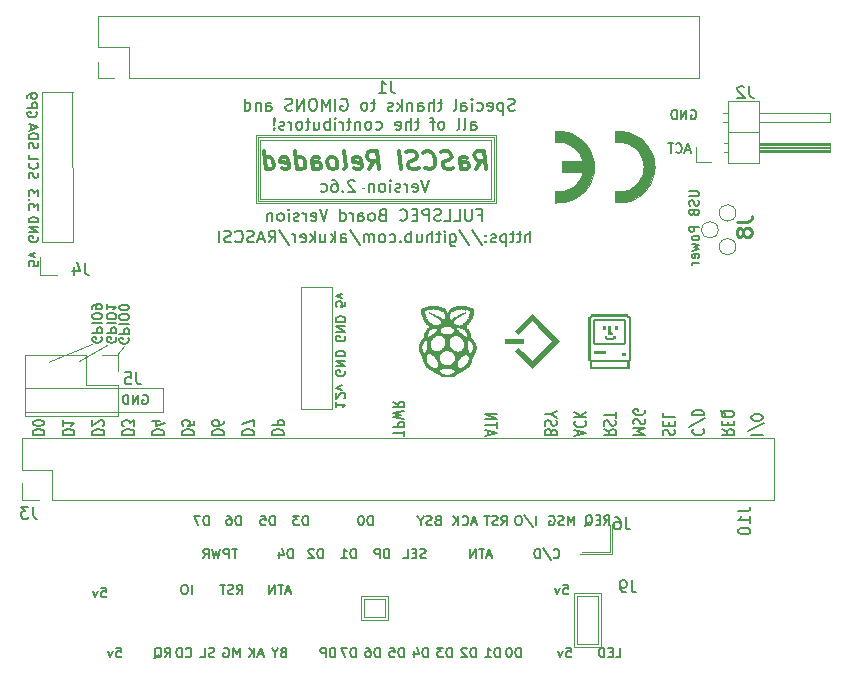
<source format=gbo>
G04 #@! TF.GenerationSoftware,KiCad,Pcbnew,(6.0.4)*
G04 #@! TF.CreationDate,2022-07-19T20:37:22-05:00*
G04 #@! TF.ProjectId,rascsi_2p6,72617363-7369-45f3-9270-362e6b696361,rev?*
G04 #@! TF.SameCoordinates,Original*
G04 #@! TF.FileFunction,Legend,Bot*
G04 #@! TF.FilePolarity,Positive*
%FSLAX46Y46*%
G04 Gerber Fmt 4.6, Leading zero omitted, Abs format (unit mm)*
G04 Created by KiCad (PCBNEW (6.0.4)) date 2022-07-19 20:37:22*
%MOMM*%
%LPD*%
G01*
G04 APERTURE LIST*
%ADD10C,0.150000*%
%ADD11C,0.120000*%
%ADD12C,0.300000*%
%ADD13C,0.230000*%
%ADD14C,0.010000*%
%ADD15C,0.100000*%
%ADD16C,0.800000*%
%ADD17C,5.400000*%
%ADD18R,1.700000X1.700000*%
%ADD19O,1.700000X1.700000*%
%ADD20C,2.000000*%
%ADD21R,1.350000X1.350000*%
%ADD22O,1.350000X1.350000*%
%ADD23C,1.545000*%
%ADD24C,4.845000*%
%ADD25C,1.000000*%
G04 APERTURE END LIST*
D10*
X209564047Y-57262380D02*
X209230714Y-58262380D01*
X208897380Y-57262380D01*
X208183095Y-58214761D02*
X208278333Y-58262380D01*
X208468809Y-58262380D01*
X208564047Y-58214761D01*
X208611666Y-58119523D01*
X208611666Y-57738571D01*
X208564047Y-57643333D01*
X208468809Y-57595714D01*
X208278333Y-57595714D01*
X208183095Y-57643333D01*
X208135476Y-57738571D01*
X208135476Y-57833809D01*
X208611666Y-57929047D01*
X207706904Y-58262380D02*
X207706904Y-57595714D01*
X207706904Y-57786190D02*
X207659285Y-57690952D01*
X207611666Y-57643333D01*
X207516428Y-57595714D01*
X207421190Y-57595714D01*
X207135476Y-58214761D02*
X207040238Y-58262380D01*
X206849761Y-58262380D01*
X206754523Y-58214761D01*
X206706904Y-58119523D01*
X206706904Y-58071904D01*
X206754523Y-57976666D01*
X206849761Y-57929047D01*
X206992619Y-57929047D01*
X207087857Y-57881428D01*
X207135476Y-57786190D01*
X207135476Y-57738571D01*
X207087857Y-57643333D01*
X206992619Y-57595714D01*
X206849761Y-57595714D01*
X206754523Y-57643333D01*
X206278333Y-58262380D02*
X206278333Y-57595714D01*
X206278333Y-57262380D02*
X206325952Y-57310000D01*
X206278333Y-57357619D01*
X206230714Y-57310000D01*
X206278333Y-57262380D01*
X206278333Y-57357619D01*
X205659285Y-58262380D02*
X205754523Y-58214761D01*
X205802142Y-58167142D01*
X205849761Y-58071904D01*
X205849761Y-57786190D01*
X205802142Y-57690952D01*
X205754523Y-57643333D01*
X205659285Y-57595714D01*
X205516428Y-57595714D01*
X205421190Y-57643333D01*
X205373571Y-57690952D01*
X205325952Y-57786190D01*
X205325952Y-58071904D01*
X205373571Y-58167142D01*
X205421190Y-58214761D01*
X205516428Y-58262380D01*
X205659285Y-58262380D01*
X204897380Y-57595714D02*
X204897380Y-58262380D01*
X204897380Y-57690952D02*
X204849761Y-57643333D01*
X204754523Y-57595714D01*
X204611666Y-57595714D01*
X204516428Y-57643333D01*
X204468809Y-57738571D01*
X204468809Y-58262380D01*
X203278333Y-57357619D02*
X203230714Y-57310000D01*
X203135476Y-57262380D01*
X202897380Y-57262380D01*
X202802142Y-57310000D01*
X202754523Y-57357619D01*
X202706904Y-57452857D01*
X202706904Y-57548095D01*
X202754523Y-57690952D01*
X203325952Y-58262380D01*
X202706904Y-58262380D01*
X202278333Y-58167142D02*
X202230714Y-58214761D01*
X202278333Y-58262380D01*
X202325952Y-58214761D01*
X202278333Y-58167142D01*
X202278333Y-58262380D01*
X201373571Y-57262380D02*
X201564047Y-57262380D01*
X201659285Y-57310000D01*
X201706904Y-57357619D01*
X201802142Y-57500476D01*
X201849761Y-57690952D01*
X201849761Y-58071904D01*
X201802142Y-58167142D01*
X201754523Y-58214761D01*
X201659285Y-58262380D01*
X201468809Y-58262380D01*
X201373571Y-58214761D01*
X201325952Y-58167142D01*
X201278333Y-58071904D01*
X201278333Y-57833809D01*
X201325952Y-57738571D01*
X201373571Y-57690952D01*
X201468809Y-57643333D01*
X201659285Y-57643333D01*
X201754523Y-57690952D01*
X201802142Y-57738571D01*
X201849761Y-57833809D01*
X200421190Y-58214761D02*
X200516428Y-58262380D01*
X200706904Y-58262380D01*
X200802142Y-58214761D01*
X200849761Y-58167142D01*
X200897380Y-58071904D01*
X200897380Y-57786190D01*
X200849761Y-57690952D01*
X200802142Y-57643333D01*
X200706904Y-57595714D01*
X200516428Y-57595714D01*
X200421190Y-57643333D01*
D11*
X194885000Y-59230000D02*
X215235000Y-59230000D01*
X215235000Y-59230000D02*
X215235000Y-53450000D01*
X215235000Y-53450000D02*
X194885000Y-53450000D01*
X194885000Y-53450000D02*
X194885000Y-59230000D01*
X195075000Y-59060000D02*
X215035000Y-59060000D01*
X215035000Y-59060000D02*
X215035000Y-53650000D01*
X215035000Y-53650000D02*
X195075000Y-53650000D01*
X195075000Y-53650000D02*
X195075000Y-59060000D01*
X195265000Y-58880000D02*
X214835000Y-58880000D01*
X214835000Y-58880000D02*
X214835000Y-53850000D01*
X214835000Y-53850000D02*
X195265000Y-53850000D01*
X195265000Y-53850000D02*
X195265000Y-58880000D01*
D12*
X213551294Y-56348571D02*
X213962008Y-55634285D01*
X214408437Y-56348571D02*
X214220937Y-54848571D01*
X213649508Y-54848571D01*
X213515580Y-54920000D01*
X213453080Y-54991428D01*
X213399508Y-55134285D01*
X213426294Y-55348571D01*
X213515580Y-55491428D01*
X213595937Y-55562857D01*
X213747723Y-55634285D01*
X214319151Y-55634285D01*
X212265580Y-56348571D02*
X212167366Y-55562857D01*
X212220937Y-55420000D01*
X212354866Y-55348571D01*
X212640580Y-55348571D01*
X212792366Y-55420000D01*
X212256651Y-56277142D02*
X212408437Y-56348571D01*
X212765580Y-56348571D01*
X212899508Y-56277142D01*
X212953080Y-56134285D01*
X212935223Y-55991428D01*
X212845937Y-55848571D01*
X212694151Y-55777142D01*
X212337008Y-55777142D01*
X212185223Y-55705714D01*
X211613794Y-56277142D02*
X211408437Y-56348571D01*
X211051294Y-56348571D01*
X210899508Y-56277142D01*
X210819151Y-56205714D01*
X210729866Y-56062857D01*
X210712008Y-55920000D01*
X210765580Y-55777142D01*
X210828080Y-55705714D01*
X210962008Y-55634285D01*
X211238794Y-55562857D01*
X211372723Y-55491428D01*
X211435223Y-55420000D01*
X211488794Y-55277142D01*
X211470937Y-55134285D01*
X211381651Y-54991428D01*
X211301294Y-54920000D01*
X211149508Y-54848571D01*
X210792366Y-54848571D01*
X210587008Y-54920000D01*
X209247723Y-56205714D02*
X209328080Y-56277142D01*
X209551294Y-56348571D01*
X209694151Y-56348571D01*
X209899508Y-56277142D01*
X210024508Y-56134285D01*
X210078080Y-55991428D01*
X210113794Y-55705714D01*
X210087008Y-55491428D01*
X209979866Y-55205714D01*
X209890580Y-55062857D01*
X209729866Y-54920000D01*
X209506651Y-54848571D01*
X209363794Y-54848571D01*
X209158437Y-54920000D01*
X209095937Y-54991428D01*
X208685223Y-56277142D02*
X208479866Y-56348571D01*
X208122723Y-56348571D01*
X207970937Y-56277142D01*
X207890580Y-56205714D01*
X207801294Y-56062857D01*
X207783437Y-55920000D01*
X207837008Y-55777142D01*
X207899508Y-55705714D01*
X208033437Y-55634285D01*
X208310223Y-55562857D01*
X208444151Y-55491428D01*
X208506651Y-55420000D01*
X208560223Y-55277142D01*
X208542366Y-55134285D01*
X208453080Y-54991428D01*
X208372723Y-54920000D01*
X208220937Y-54848571D01*
X207863794Y-54848571D01*
X207658437Y-54920000D01*
X207194151Y-56348571D02*
X207006651Y-54848571D01*
X204479866Y-56348571D02*
X204890580Y-55634285D01*
X205337008Y-56348571D02*
X205149508Y-54848571D01*
X204578080Y-54848571D01*
X204444151Y-54920000D01*
X204381651Y-54991428D01*
X204328080Y-55134285D01*
X204354866Y-55348571D01*
X204444151Y-55491428D01*
X204524508Y-55562857D01*
X204676294Y-55634285D01*
X205247723Y-55634285D01*
X203256651Y-56277142D02*
X203408437Y-56348571D01*
X203694151Y-56348571D01*
X203828080Y-56277142D01*
X203881651Y-56134285D01*
X203810223Y-55562857D01*
X203720937Y-55420000D01*
X203569151Y-55348571D01*
X203283437Y-55348571D01*
X203149508Y-55420000D01*
X203095937Y-55562857D01*
X203113794Y-55705714D01*
X203845937Y-55848571D01*
X202337008Y-56348571D02*
X202470937Y-56277142D01*
X202524508Y-56134285D01*
X202363794Y-54848571D01*
X201551294Y-56348571D02*
X201685223Y-56277142D01*
X201747723Y-56205714D01*
X201801294Y-56062857D01*
X201747723Y-55634285D01*
X201658437Y-55491428D01*
X201578080Y-55420000D01*
X201426294Y-55348571D01*
X201212008Y-55348571D01*
X201078080Y-55420000D01*
X201015580Y-55491428D01*
X200962008Y-55634285D01*
X201015580Y-56062857D01*
X201104866Y-56205714D01*
X201185223Y-56277142D01*
X201337008Y-56348571D01*
X201551294Y-56348571D01*
X199765580Y-56348571D02*
X199667366Y-55562857D01*
X199720937Y-55420000D01*
X199854866Y-55348571D01*
X200140580Y-55348571D01*
X200292366Y-55420000D01*
X199756651Y-56277142D02*
X199908437Y-56348571D01*
X200265580Y-56348571D01*
X200399508Y-56277142D01*
X200453080Y-56134285D01*
X200435223Y-55991428D01*
X200345937Y-55848571D01*
X200194151Y-55777142D01*
X199837008Y-55777142D01*
X199685223Y-55705714D01*
X198408437Y-56348571D02*
X198220937Y-54848571D01*
X198399508Y-56277142D02*
X198551294Y-56348571D01*
X198837008Y-56348571D01*
X198970937Y-56277142D01*
X199033437Y-56205714D01*
X199087008Y-56062857D01*
X199033437Y-55634285D01*
X198944151Y-55491428D01*
X198863794Y-55420000D01*
X198712008Y-55348571D01*
X198426294Y-55348571D01*
X198292366Y-55420000D01*
X197113794Y-56277142D02*
X197265580Y-56348571D01*
X197551294Y-56348571D01*
X197685223Y-56277142D01*
X197738794Y-56134285D01*
X197667366Y-55562857D01*
X197578080Y-55420000D01*
X197426294Y-55348571D01*
X197140580Y-55348571D01*
X197006651Y-55420000D01*
X196953080Y-55562857D01*
X196970937Y-55705714D01*
X197703080Y-55848571D01*
X195765580Y-56348571D02*
X195578080Y-54848571D01*
X195756651Y-56277142D02*
X195908437Y-56348571D01*
X196194151Y-56348571D01*
X196328080Y-56277142D01*
X196390580Y-56205714D01*
X196444151Y-56062857D01*
X196390580Y-55634285D01*
X196301294Y-55491428D01*
X196220937Y-55420000D01*
X196069151Y-55348571D01*
X195783437Y-55348571D01*
X195649508Y-55420000D01*
D11*
X175323500Y-76898500D02*
X175323500Y-76771500D01*
X238760000Y-84328000D02*
X177673000Y-84328000D01*
X225044000Y-88900000D02*
X225044000Y-86360000D01*
X222377000Y-88900000D02*
X225044000Y-88900000D01*
X224917000Y-88773000D02*
X224917000Y-86487000D01*
X222504000Y-88773000D02*
X224917000Y-88773000D01*
X183197500Y-73406000D02*
X183197500Y-72072500D01*
X222082000Y-92472000D02*
X223860000Y-92472000D01*
X223860000Y-92472000D02*
X223860000Y-96536000D01*
X223860000Y-96536000D02*
X222082000Y-96536000D01*
X222082000Y-96536000D02*
X222082000Y-92472000D01*
X175323500Y-76771500D02*
X175323500Y-74866500D01*
X203937000Y-57954000D02*
X204064000Y-57954000D01*
X175387000Y-72072500D02*
X180530500Y-72072500D01*
X183197500Y-74612500D02*
X183197500Y-77279500D01*
X175133000Y-81788000D02*
X175133000Y-79121000D01*
X175133000Y-82931000D02*
X175133000Y-84328000D01*
X204048000Y-92726000D02*
X205826000Y-92726000D01*
X205826000Y-92726000D02*
X205826000Y-94250000D01*
X205826000Y-94250000D02*
X204048000Y-94250000D01*
X204048000Y-94250000D02*
X204048000Y-92726000D01*
X183705500Y-71310500D02*
X183134000Y-72072500D01*
X180530500Y-72072500D02*
X180530500Y-74612500D01*
X176784000Y-62484000D02*
X179387500Y-62484000D01*
X238760000Y-79121000D02*
X238760000Y-84328000D01*
X203794000Y-92472000D02*
X206080000Y-92472000D01*
X206080000Y-92472000D02*
X206080000Y-94504000D01*
X206080000Y-94504000D02*
X203794000Y-94504000D01*
X203794000Y-94504000D02*
X203794000Y-92472000D01*
X221828000Y-92218000D02*
X224114000Y-92218000D01*
X224114000Y-92218000D02*
X224114000Y-96790000D01*
X224114000Y-96790000D02*
X221828000Y-96790000D01*
X221828000Y-96790000D02*
X221828000Y-92218000D01*
X175133000Y-84328000D02*
X176530000Y-84328000D01*
X177673000Y-84328000D02*
X177673000Y-81788000D01*
X179387500Y-62484000D02*
X179370000Y-49780000D01*
X179387500Y-49780000D02*
X176784000Y-49780000D01*
X175133000Y-79121000D02*
X238760000Y-79121000D01*
X183197500Y-77279500D02*
X175387000Y-77279500D01*
X187007500Y-74866500D02*
X187007500Y-76898500D01*
X177673000Y-81788000D02*
X175133000Y-81788000D01*
X187007500Y-76898500D02*
X175323500Y-76898500D01*
X198760000Y-66330000D02*
X201340000Y-66330000D01*
X201340000Y-66330000D02*
X201340000Y-76640000D01*
X201340000Y-76640000D02*
X198760000Y-76640000D01*
X198760000Y-76640000D02*
X198760000Y-66330000D01*
X175387000Y-77279500D02*
X175387000Y-72072500D01*
X176657000Y-63754000D02*
X176657000Y-65278000D01*
X176657000Y-65278000D02*
X178054000Y-65278000D01*
X183197500Y-72072500D02*
X181864000Y-72072500D01*
X176784000Y-49780000D02*
X176784000Y-62484000D01*
X181038500Y-71183500D02*
X177292000Y-72707500D01*
X175323500Y-74866500D02*
X187007500Y-74866500D01*
X180530500Y-74612500D02*
X183197500Y-74612500D01*
X182308500Y-71247000D02*
X179959000Y-72580500D01*
D10*
X176320000Y-51511428D02*
X176358095Y-51587619D01*
X176358095Y-51701904D01*
X176320000Y-51816190D01*
X176243809Y-51892380D01*
X176167619Y-51930476D01*
X176015238Y-51968571D01*
X175900952Y-51968571D01*
X175748571Y-51930476D01*
X175672380Y-51892380D01*
X175596190Y-51816190D01*
X175558095Y-51701904D01*
X175558095Y-51625714D01*
X175596190Y-51511428D01*
X175634285Y-51473333D01*
X175900952Y-51473333D01*
X175900952Y-51625714D01*
X175558095Y-51130476D02*
X176358095Y-51130476D01*
X176358095Y-50825714D01*
X176320000Y-50749523D01*
X176281904Y-50711428D01*
X176205714Y-50673333D01*
X176091428Y-50673333D01*
X176015238Y-50711428D01*
X175977142Y-50749523D01*
X175939047Y-50825714D01*
X175939047Y-51130476D01*
X175558095Y-50292380D02*
X175558095Y-50140000D01*
X175596190Y-50063809D01*
X175634285Y-50025714D01*
X175748571Y-49949523D01*
X175900952Y-49911428D01*
X176205714Y-49911428D01*
X176281904Y-49949523D01*
X176320000Y-49987619D01*
X176358095Y-50063809D01*
X176358095Y-50216190D01*
X176320000Y-50292380D01*
X176281904Y-50330476D01*
X176205714Y-50368571D01*
X176015238Y-50368571D01*
X175939047Y-50330476D01*
X175900952Y-50292380D01*
X175862857Y-50216190D01*
X175862857Y-50063809D01*
X175900952Y-49987619D01*
X175939047Y-49949523D01*
X176015238Y-49911428D01*
X175698190Y-54565428D02*
X175660095Y-54451142D01*
X175660095Y-54260666D01*
X175698190Y-54184476D01*
X175736285Y-54146380D01*
X175812476Y-54108285D01*
X175888666Y-54108285D01*
X175964857Y-54146380D01*
X176002952Y-54184476D01*
X176041047Y-54260666D01*
X176079142Y-54413047D01*
X176117238Y-54489238D01*
X176155333Y-54527333D01*
X176231523Y-54565428D01*
X176307714Y-54565428D01*
X176383904Y-54527333D01*
X176422000Y-54489238D01*
X176460095Y-54413047D01*
X176460095Y-54222571D01*
X176422000Y-54108285D01*
X175660095Y-53765428D02*
X176460095Y-53765428D01*
X176460095Y-53574952D01*
X176422000Y-53460666D01*
X176345809Y-53384476D01*
X176269619Y-53346380D01*
X176117238Y-53308285D01*
X176002952Y-53308285D01*
X175850571Y-53346380D01*
X175774380Y-53384476D01*
X175698190Y-53460666D01*
X175660095Y-53574952D01*
X175660095Y-53765428D01*
X175888666Y-53003523D02*
X175888666Y-52622571D01*
X175660095Y-53079714D02*
X176460095Y-52813047D01*
X175660095Y-52546380D01*
X175698190Y-57086380D02*
X175660095Y-56972095D01*
X175660095Y-56781619D01*
X175698190Y-56705428D01*
X175736285Y-56667333D01*
X175812476Y-56629238D01*
X175888666Y-56629238D01*
X175964857Y-56667333D01*
X176002952Y-56705428D01*
X176041047Y-56781619D01*
X176079142Y-56934000D01*
X176117238Y-57010190D01*
X176155333Y-57048285D01*
X176231523Y-57086380D01*
X176307714Y-57086380D01*
X176383904Y-57048285D01*
X176422000Y-57010190D01*
X176460095Y-56934000D01*
X176460095Y-56743523D01*
X176422000Y-56629238D01*
X175736285Y-55829238D02*
X175698190Y-55867333D01*
X175660095Y-55981619D01*
X175660095Y-56057809D01*
X175698190Y-56172095D01*
X175774380Y-56248285D01*
X175850571Y-56286380D01*
X176002952Y-56324476D01*
X176117238Y-56324476D01*
X176269619Y-56286380D01*
X176345809Y-56248285D01*
X176422000Y-56172095D01*
X176460095Y-56057809D01*
X176460095Y-55981619D01*
X176422000Y-55867333D01*
X176383904Y-55829238D01*
X175660095Y-55105428D02*
X175660095Y-55486380D01*
X176460095Y-55486380D01*
X176460095Y-59766095D02*
X176460095Y-59270857D01*
X176155333Y-59537523D01*
X176155333Y-59423238D01*
X176117238Y-59347047D01*
X176079142Y-59308952D01*
X176002952Y-59270857D01*
X175812476Y-59270857D01*
X175736285Y-59308952D01*
X175698190Y-59347047D01*
X175660095Y-59423238D01*
X175660095Y-59651809D01*
X175698190Y-59728000D01*
X175736285Y-59766095D01*
X175736285Y-58928000D02*
X175698190Y-58889904D01*
X175660095Y-58928000D01*
X175698190Y-58966095D01*
X175736285Y-58928000D01*
X175660095Y-58928000D01*
X176460095Y-58623238D02*
X176460095Y-58128000D01*
X176155333Y-58394666D01*
X176155333Y-58280380D01*
X176117238Y-58204190D01*
X176079142Y-58166095D01*
X176002952Y-58128000D01*
X175812476Y-58128000D01*
X175736285Y-58166095D01*
X175698190Y-58204190D01*
X175660095Y-58280380D01*
X175660095Y-58508952D01*
X175698190Y-58585142D01*
X175736285Y-58623238D01*
X176422000Y-62077523D02*
X176460095Y-62153714D01*
X176460095Y-62268000D01*
X176422000Y-62382285D01*
X176345809Y-62458476D01*
X176269619Y-62496571D01*
X176117238Y-62534666D01*
X176002952Y-62534666D01*
X175850571Y-62496571D01*
X175774380Y-62458476D01*
X175698190Y-62382285D01*
X175660095Y-62268000D01*
X175660095Y-62191809D01*
X175698190Y-62077523D01*
X175736285Y-62039428D01*
X176002952Y-62039428D01*
X176002952Y-62191809D01*
X175660095Y-61696571D02*
X176460095Y-61696571D01*
X175660095Y-61239428D01*
X176460095Y-61239428D01*
X175660095Y-60858476D02*
X176460095Y-60858476D01*
X176460095Y-60668000D01*
X176422000Y-60553714D01*
X176345809Y-60477523D01*
X176269619Y-60439428D01*
X176117238Y-60401333D01*
X176002952Y-60401333D01*
X175850571Y-60439428D01*
X175774380Y-60477523D01*
X175698190Y-60553714D01*
X175660095Y-60668000D01*
X175660095Y-60858476D01*
X176460095Y-64122285D02*
X176460095Y-64503238D01*
X176079142Y-64541333D01*
X176117238Y-64503238D01*
X176155333Y-64427047D01*
X176155333Y-64236571D01*
X176117238Y-64160380D01*
X176079142Y-64122285D01*
X176002952Y-64084190D01*
X175812476Y-64084190D01*
X175736285Y-64122285D01*
X175698190Y-64160380D01*
X175660095Y-64236571D01*
X175660095Y-64427047D01*
X175698190Y-64503238D01*
X175736285Y-64541333D01*
X176193428Y-63817523D02*
X175660095Y-63627047D01*
X176193428Y-63436571D01*
X181819500Y-70586452D02*
X181857595Y-70662642D01*
X181857595Y-70776928D01*
X181819500Y-70891214D01*
X181743309Y-70967404D01*
X181667119Y-71005500D01*
X181514738Y-71043595D01*
X181400452Y-71043595D01*
X181248071Y-71005500D01*
X181171880Y-70967404D01*
X181095690Y-70891214D01*
X181057595Y-70776928D01*
X181057595Y-70700738D01*
X181095690Y-70586452D01*
X181133785Y-70548357D01*
X181400452Y-70548357D01*
X181400452Y-70700738D01*
X181057595Y-70205500D02*
X181857595Y-70205500D01*
X181857595Y-69900738D01*
X181819500Y-69824547D01*
X181781404Y-69786452D01*
X181705214Y-69748357D01*
X181590928Y-69748357D01*
X181514738Y-69786452D01*
X181476642Y-69824547D01*
X181438547Y-69900738D01*
X181438547Y-70205500D01*
X181057595Y-69405500D02*
X181857595Y-69405500D01*
X181857595Y-68872166D02*
X181857595Y-68719785D01*
X181819500Y-68643595D01*
X181743309Y-68567404D01*
X181590928Y-68529309D01*
X181324261Y-68529309D01*
X181171880Y-68567404D01*
X181095690Y-68643595D01*
X181057595Y-68719785D01*
X181057595Y-68872166D01*
X181095690Y-68948357D01*
X181171880Y-69024547D01*
X181324261Y-69062642D01*
X181590928Y-69062642D01*
X181743309Y-69024547D01*
X181819500Y-68948357D01*
X181857595Y-68872166D01*
X181057595Y-68148357D02*
X181057595Y-67995976D01*
X181095690Y-67919785D01*
X181133785Y-67881690D01*
X181248071Y-67805500D01*
X181400452Y-67767404D01*
X181705214Y-67767404D01*
X181781404Y-67805500D01*
X181819500Y-67843595D01*
X181857595Y-67919785D01*
X181857595Y-68072166D01*
X181819500Y-68148357D01*
X181781404Y-68186452D01*
X181705214Y-68224547D01*
X181514738Y-68224547D01*
X181438547Y-68186452D01*
X181400452Y-68148357D01*
X181362357Y-68072166D01*
X181362357Y-67919785D01*
X181400452Y-67843595D01*
X181438547Y-67805500D01*
X181514738Y-67767404D01*
X185331023Y-75482500D02*
X185407214Y-75444404D01*
X185521500Y-75444404D01*
X185635785Y-75482500D01*
X185711976Y-75558690D01*
X185750071Y-75634880D01*
X185788166Y-75787261D01*
X185788166Y-75901547D01*
X185750071Y-76053928D01*
X185711976Y-76130119D01*
X185635785Y-76206309D01*
X185521500Y-76244404D01*
X185445309Y-76244404D01*
X185331023Y-76206309D01*
X185292928Y-76168214D01*
X185292928Y-75901547D01*
X185445309Y-75901547D01*
X184950071Y-76244404D02*
X184950071Y-75444404D01*
X184492928Y-76244404D01*
X184492928Y-75444404D01*
X184111976Y-76244404D02*
X184111976Y-75444404D01*
X183921500Y-75444404D01*
X183807214Y-75482500D01*
X183731023Y-75558690D01*
X183692928Y-75634880D01*
X183654833Y-75787261D01*
X183654833Y-75901547D01*
X183692928Y-76053928D01*
X183731023Y-76130119D01*
X183807214Y-76206309D01*
X183921500Y-76244404D01*
X184111976Y-76244404D01*
X231654238Y-54743333D02*
X231273285Y-54743333D01*
X231730428Y-54971904D02*
X231463761Y-54171904D01*
X231197095Y-54971904D01*
X230473285Y-54895714D02*
X230511380Y-54933809D01*
X230625666Y-54971904D01*
X230701857Y-54971904D01*
X230816142Y-54933809D01*
X230892333Y-54857619D01*
X230930428Y-54781428D01*
X230968523Y-54629047D01*
X230968523Y-54514761D01*
X230930428Y-54362380D01*
X230892333Y-54286190D01*
X230816142Y-54210000D01*
X230701857Y-54171904D01*
X230625666Y-54171904D01*
X230511380Y-54210000D01*
X230473285Y-54248095D01*
X230244714Y-54171904D02*
X229787571Y-54171904D01*
X230016142Y-54971904D02*
X230016142Y-54171904D01*
X231591904Y-58194285D02*
X232239523Y-58194285D01*
X232315714Y-58232380D01*
X232353809Y-58270476D01*
X232391904Y-58346666D01*
X232391904Y-58499047D01*
X232353809Y-58575238D01*
X232315714Y-58613333D01*
X232239523Y-58651428D01*
X231591904Y-58651428D01*
X232353809Y-58994285D02*
X232391904Y-59108571D01*
X232391904Y-59299047D01*
X232353809Y-59375238D01*
X232315714Y-59413333D01*
X232239523Y-59451428D01*
X232163333Y-59451428D01*
X232087142Y-59413333D01*
X232049047Y-59375238D01*
X232010952Y-59299047D01*
X231972857Y-59146666D01*
X231934761Y-59070476D01*
X231896666Y-59032380D01*
X231820476Y-58994285D01*
X231744285Y-58994285D01*
X231668095Y-59032380D01*
X231630000Y-59070476D01*
X231591904Y-59146666D01*
X231591904Y-59337142D01*
X231630000Y-59451428D01*
X231972857Y-60060952D02*
X232010952Y-60175238D01*
X232049047Y-60213333D01*
X232125238Y-60251428D01*
X232239523Y-60251428D01*
X232315714Y-60213333D01*
X232353809Y-60175238D01*
X232391904Y-60099047D01*
X232391904Y-59794285D01*
X231591904Y-59794285D01*
X231591904Y-60060952D01*
X231630000Y-60137142D01*
X231668095Y-60175238D01*
X231744285Y-60213333D01*
X231820476Y-60213333D01*
X231896666Y-60175238D01*
X231934761Y-60137142D01*
X231972857Y-60060952D01*
X231972857Y-59794285D01*
X232391904Y-61203809D02*
X231591904Y-61203809D01*
X231591904Y-61508571D01*
X231630000Y-61584761D01*
X231668095Y-61622857D01*
X231744285Y-61660952D01*
X231858571Y-61660952D01*
X231934761Y-61622857D01*
X231972857Y-61584761D01*
X232010952Y-61508571D01*
X232010952Y-61203809D01*
X232391904Y-62118095D02*
X232353809Y-62041904D01*
X232315714Y-62003809D01*
X232239523Y-61965714D01*
X232010952Y-61965714D01*
X231934761Y-62003809D01*
X231896666Y-62041904D01*
X231858571Y-62118095D01*
X231858571Y-62232380D01*
X231896666Y-62308571D01*
X231934761Y-62346666D01*
X232010952Y-62384761D01*
X232239523Y-62384761D01*
X232315714Y-62346666D01*
X232353809Y-62308571D01*
X232391904Y-62232380D01*
X232391904Y-62118095D01*
X231858571Y-62651428D02*
X232391904Y-62803809D01*
X232010952Y-62956190D01*
X232391904Y-63108571D01*
X231858571Y-63260952D01*
X232353809Y-63870476D02*
X232391904Y-63794285D01*
X232391904Y-63641904D01*
X232353809Y-63565714D01*
X232277619Y-63527619D01*
X231972857Y-63527619D01*
X231896666Y-63565714D01*
X231858571Y-63641904D01*
X231858571Y-63794285D01*
X231896666Y-63870476D01*
X231972857Y-63908571D01*
X232049047Y-63908571D01*
X232125238Y-63527619D01*
X232391904Y-64251428D02*
X231858571Y-64251428D01*
X232010952Y-64251428D02*
X231934761Y-64289523D01*
X231896666Y-64327619D01*
X231858571Y-64403809D01*
X231858571Y-64480000D01*
X231749523Y-51352500D02*
X231825714Y-51314404D01*
X231940000Y-51314404D01*
X232054285Y-51352500D01*
X232130476Y-51428690D01*
X232168571Y-51504880D01*
X232206666Y-51657261D01*
X232206666Y-51771547D01*
X232168571Y-51923928D01*
X232130476Y-52000119D01*
X232054285Y-52076309D01*
X231940000Y-52114404D01*
X231863809Y-52114404D01*
X231749523Y-52076309D01*
X231711428Y-52038214D01*
X231711428Y-51771547D01*
X231863809Y-51771547D01*
X231368571Y-52114404D02*
X231368571Y-51314404D01*
X230911428Y-52114404D01*
X230911428Y-51314404D01*
X230530476Y-52114404D02*
X230530476Y-51314404D01*
X230340000Y-51314404D01*
X230225714Y-51352500D01*
X230149523Y-51428690D01*
X230111428Y-51504880D01*
X230073333Y-51657261D01*
X230073333Y-51771547D01*
X230111428Y-51923928D01*
X230149523Y-52000119D01*
X230225714Y-52076309D01*
X230340000Y-52114404D01*
X230530476Y-52114404D01*
X236847119Y-78822476D02*
X237847119Y-78822476D01*
X237894738Y-77870095D02*
X236609023Y-78555809D01*
X237847119Y-77451047D02*
X237847119Y-77298666D01*
X237799500Y-77222476D01*
X237704261Y-77146285D01*
X237513785Y-77108190D01*
X237180452Y-77108190D01*
X236989976Y-77146285D01*
X236894738Y-77222476D01*
X236847119Y-77298666D01*
X236847119Y-77451047D01*
X236894738Y-77527238D01*
X236989976Y-77603428D01*
X237180452Y-77641523D01*
X237513785Y-77641523D01*
X237704261Y-77603428D01*
X237799500Y-77527238D01*
X237847119Y-77451047D01*
X224373903Y-78365333D02*
X224850093Y-78631999D01*
X224373903Y-78822476D02*
X225373903Y-78822476D01*
X225373903Y-78517714D01*
X225326284Y-78441523D01*
X225278664Y-78403428D01*
X225183426Y-78365333D01*
X225040569Y-78365333D01*
X224945331Y-78403428D01*
X224897712Y-78441523D01*
X224850093Y-78517714D01*
X224850093Y-78822476D01*
X224421522Y-78060571D02*
X224373903Y-77946285D01*
X224373903Y-77755809D01*
X224421522Y-77679618D01*
X224469141Y-77641523D01*
X224564379Y-77603428D01*
X224659617Y-77603428D01*
X224754855Y-77641523D01*
X224802474Y-77679618D01*
X224850093Y-77755809D01*
X224897712Y-77908190D01*
X224945331Y-77984380D01*
X224992950Y-78022476D01*
X225088188Y-78060571D01*
X225183426Y-78060571D01*
X225278664Y-78022476D01*
X225326284Y-77984380D01*
X225373903Y-77908190D01*
X225373903Y-77717714D01*
X225326284Y-77603428D01*
X225373903Y-77374857D02*
X225373903Y-76917714D01*
X224373903Y-77146285D02*
X225373903Y-77146285D01*
X229410806Y-78860571D02*
X229363187Y-78746286D01*
X229363187Y-78555809D01*
X229410806Y-78479619D01*
X229458425Y-78441524D01*
X229553663Y-78403428D01*
X229648901Y-78403428D01*
X229744139Y-78441524D01*
X229791758Y-78479619D01*
X229839377Y-78555809D01*
X229886996Y-78708190D01*
X229934615Y-78784381D01*
X229982234Y-78822476D01*
X230077472Y-78860571D01*
X230172710Y-78860571D01*
X230267948Y-78822476D01*
X230315568Y-78784381D01*
X230363187Y-78708190D01*
X230363187Y-78517714D01*
X230315568Y-78403428D01*
X229886996Y-78060571D02*
X229886996Y-77793905D01*
X229363187Y-77679619D02*
X229363187Y-78060571D01*
X230363187Y-78060571D01*
X230363187Y-77679619D01*
X229363187Y-76955809D02*
X229363187Y-77336762D01*
X230363187Y-77336762D01*
X176014119Y-78822476D02*
X177014119Y-78822476D01*
X177014119Y-78632000D01*
X176966500Y-78517714D01*
X176871261Y-78441523D01*
X176776023Y-78403428D01*
X176585547Y-78365333D01*
X176442690Y-78365333D01*
X176252214Y-78403428D01*
X176156976Y-78441523D01*
X176061738Y-78517714D01*
X176014119Y-78632000D01*
X176014119Y-78822476D01*
X177014119Y-77870095D02*
X177014119Y-77793904D01*
X176966500Y-77717714D01*
X176918880Y-77679619D01*
X176823642Y-77641523D01*
X176633166Y-77603428D01*
X176395071Y-77603428D01*
X176204595Y-77641523D01*
X176109357Y-77679619D01*
X176061738Y-77717714D01*
X176014119Y-77793904D01*
X176014119Y-77870095D01*
X176061738Y-77946285D01*
X176109357Y-77984380D01*
X176204595Y-78022476D01*
X176395071Y-78060571D01*
X176633166Y-78060571D01*
X176823642Y-78022476D01*
X176918880Y-77984380D01*
X176966500Y-77946285D01*
X177014119Y-77870095D01*
X188674429Y-78822476D02*
X189674429Y-78822476D01*
X189674429Y-78632000D01*
X189626810Y-78517714D01*
X189531571Y-78441523D01*
X189436333Y-78403428D01*
X189245857Y-78365333D01*
X189103000Y-78365333D01*
X188912524Y-78403428D01*
X188817286Y-78441523D01*
X188722048Y-78517714D01*
X188674429Y-78632000D01*
X188674429Y-78822476D01*
X189674429Y-77641523D02*
X189674429Y-78022476D01*
X189198238Y-78060571D01*
X189245857Y-78022476D01*
X189293476Y-77946285D01*
X189293476Y-77755809D01*
X189245857Y-77679619D01*
X189198238Y-77641523D01*
X189103000Y-77603428D01*
X188864905Y-77603428D01*
X188769667Y-77641523D01*
X188722048Y-77679619D01*
X188674429Y-77755809D01*
X188674429Y-77946285D01*
X188722048Y-78022476D01*
X188769667Y-78060571D01*
X219908428Y-78555809D02*
X219860809Y-78441523D01*
X219813190Y-78403428D01*
X219717952Y-78365333D01*
X219575095Y-78365333D01*
X219479857Y-78403428D01*
X219432238Y-78441523D01*
X219384619Y-78517714D01*
X219384619Y-78822476D01*
X220384619Y-78822476D01*
X220384619Y-78555809D01*
X220337000Y-78479619D01*
X220289380Y-78441523D01*
X220194142Y-78403428D01*
X220098904Y-78403428D01*
X220003666Y-78441523D01*
X219956047Y-78479619D01*
X219908428Y-78555809D01*
X219908428Y-78822476D01*
X219432238Y-78060571D02*
X219384619Y-77946285D01*
X219384619Y-77755809D01*
X219432238Y-77679619D01*
X219479857Y-77641523D01*
X219575095Y-77603428D01*
X219670333Y-77603428D01*
X219765571Y-77641523D01*
X219813190Y-77679619D01*
X219860809Y-77755809D01*
X219908428Y-77908190D01*
X219956047Y-77984381D01*
X220003666Y-78022476D01*
X220098904Y-78060571D01*
X220194142Y-78060571D01*
X220289380Y-78022476D01*
X220337000Y-77984381D01*
X220384619Y-77908190D01*
X220384619Y-77717714D01*
X220337000Y-77603428D01*
X219860809Y-77108190D02*
X219384619Y-77108190D01*
X220384619Y-77374857D02*
X219860809Y-77108190D01*
X220384619Y-76841523D01*
X191206491Y-78822476D02*
X192206491Y-78822476D01*
X192206491Y-78632000D01*
X192158872Y-78517714D01*
X192063633Y-78441523D01*
X191968395Y-78403428D01*
X191777919Y-78365333D01*
X191635062Y-78365333D01*
X191444586Y-78403428D01*
X191349348Y-78441523D01*
X191254110Y-78517714D01*
X191206491Y-78632000D01*
X191206491Y-78822476D01*
X192206491Y-77679619D02*
X192206491Y-77832000D01*
X192158872Y-77908190D01*
X192111252Y-77946285D01*
X191968395Y-78022476D01*
X191777919Y-78060571D01*
X191396967Y-78060571D01*
X191301729Y-78022476D01*
X191254110Y-77984380D01*
X191206491Y-77908190D01*
X191206491Y-77755809D01*
X191254110Y-77679619D01*
X191301729Y-77641523D01*
X191396967Y-77603428D01*
X191635062Y-77603428D01*
X191730300Y-77641523D01*
X191777919Y-77679619D01*
X191825538Y-77755809D01*
X191825538Y-77908190D01*
X191777919Y-77984380D01*
X191730300Y-78022476D01*
X191635062Y-78060571D01*
X178546181Y-78822476D02*
X179546181Y-78822476D01*
X179546181Y-78632000D01*
X179498562Y-78517714D01*
X179403323Y-78441523D01*
X179308085Y-78403428D01*
X179117609Y-78365333D01*
X178974752Y-78365333D01*
X178784276Y-78403428D01*
X178689038Y-78441523D01*
X178593800Y-78517714D01*
X178546181Y-78632000D01*
X178546181Y-78822476D01*
X178546181Y-77603428D02*
X178546181Y-78060571D01*
X178546181Y-77832000D02*
X179546181Y-77832000D01*
X179403323Y-77908190D01*
X179308085Y-77984380D01*
X179260466Y-78060571D01*
X186142367Y-78822476D02*
X187142367Y-78822476D01*
X187142367Y-78632000D01*
X187094748Y-78517714D01*
X186999509Y-78441523D01*
X186904271Y-78403428D01*
X186713795Y-78365333D01*
X186570938Y-78365333D01*
X186380462Y-78403428D01*
X186285224Y-78441523D01*
X186189986Y-78517714D01*
X186142367Y-78632000D01*
X186142367Y-78822476D01*
X186809033Y-77679619D02*
X186142367Y-77679619D01*
X187189986Y-77870095D02*
X186475700Y-78060571D01*
X186475700Y-77565333D01*
X181078243Y-78822476D02*
X182078243Y-78822476D01*
X182078243Y-78632000D01*
X182030624Y-78517714D01*
X181935385Y-78441523D01*
X181840147Y-78403428D01*
X181649671Y-78365333D01*
X181506814Y-78365333D01*
X181316338Y-78403428D01*
X181221100Y-78441523D01*
X181125862Y-78517714D01*
X181078243Y-78632000D01*
X181078243Y-78822476D01*
X181983004Y-78060571D02*
X182030624Y-78022476D01*
X182078243Y-77946285D01*
X182078243Y-77755809D01*
X182030624Y-77679619D01*
X181983004Y-77641523D01*
X181887766Y-77603428D01*
X181792528Y-77603428D01*
X181649671Y-77641523D01*
X181078243Y-78098666D01*
X181078243Y-77603428D01*
X226868545Y-78822477D02*
X227868545Y-78822477D01*
X227154259Y-78555810D01*
X227868545Y-78289143D01*
X226868545Y-78289143D01*
X226916164Y-77946286D02*
X226868545Y-77832000D01*
X226868545Y-77641524D01*
X226916164Y-77565334D01*
X226963783Y-77527238D01*
X227059021Y-77489143D01*
X227154259Y-77489143D01*
X227249497Y-77527238D01*
X227297116Y-77565334D01*
X227344735Y-77641524D01*
X227392354Y-77793905D01*
X227439973Y-77870096D01*
X227487592Y-77908191D01*
X227582830Y-77946286D01*
X227678068Y-77946286D01*
X227773306Y-77908191D01*
X227820926Y-77870096D01*
X227868545Y-77793905D01*
X227868545Y-77603429D01*
X227820926Y-77489143D01*
X227820926Y-76727238D02*
X227868545Y-76803429D01*
X227868545Y-76917715D01*
X227820926Y-77032000D01*
X227725687Y-77108191D01*
X227630449Y-77146286D01*
X227439973Y-77184381D01*
X227297116Y-77184381D01*
X227106640Y-77146286D01*
X227011402Y-77108191D01*
X226916164Y-77032000D01*
X226868545Y-76917715D01*
X226868545Y-76841524D01*
X226916164Y-76727238D01*
X226963783Y-76689143D01*
X227297116Y-76689143D01*
X227297116Y-76841524D01*
X207494119Y-78936762D02*
X207494119Y-78479619D01*
X206494119Y-78708190D02*
X207494119Y-78708190D01*
X206494119Y-78212952D02*
X207494119Y-78212952D01*
X207494119Y-77908190D01*
X207446500Y-77832000D01*
X207398880Y-77793905D01*
X207303642Y-77755809D01*
X207160785Y-77755809D01*
X207065547Y-77793905D01*
X207017928Y-77832000D01*
X206970309Y-77908190D01*
X206970309Y-78212952D01*
X207494119Y-77489143D02*
X206494119Y-77298667D01*
X207208404Y-77146286D01*
X206494119Y-76993905D01*
X207494119Y-76803428D01*
X206494119Y-76041524D02*
X206970309Y-76308190D01*
X206494119Y-76498667D02*
X207494119Y-76498667D01*
X207494119Y-76193905D01*
X207446500Y-76117714D01*
X207398880Y-76079619D01*
X207303642Y-76041524D01*
X207160785Y-76041524D01*
X207065547Y-76079619D01*
X207017928Y-76117714D01*
X206970309Y-76193905D01*
X206970309Y-76498667D01*
X183610305Y-78822476D02*
X184610305Y-78822476D01*
X184610305Y-78632000D01*
X184562686Y-78517714D01*
X184467447Y-78441523D01*
X184372209Y-78403428D01*
X184181733Y-78365333D01*
X184038876Y-78365333D01*
X183848400Y-78403428D01*
X183753162Y-78441523D01*
X183657924Y-78517714D01*
X183610305Y-78632000D01*
X183610305Y-78822476D01*
X184610305Y-78098666D02*
X184610305Y-77603428D01*
X184229352Y-77870095D01*
X184229352Y-77755809D01*
X184181733Y-77679619D01*
X184134114Y-77641523D01*
X184038876Y-77603428D01*
X183800781Y-77603428D01*
X183705543Y-77641523D01*
X183657924Y-77679619D01*
X183610305Y-77755809D01*
X183610305Y-77984380D01*
X183657924Y-78060571D01*
X183705543Y-78098666D01*
X231953067Y-78365333D02*
X231905448Y-78403428D01*
X231857829Y-78517714D01*
X231857829Y-78593905D01*
X231905448Y-78708190D01*
X232000686Y-78784381D01*
X232095924Y-78822476D01*
X232286400Y-78860571D01*
X232429257Y-78860571D01*
X232619733Y-78822476D01*
X232714971Y-78784381D01*
X232810210Y-78708190D01*
X232857829Y-78593905D01*
X232857829Y-78517714D01*
X232810210Y-78403428D01*
X232762590Y-78365333D01*
X232905448Y-77451047D02*
X231619733Y-78136762D01*
X231857829Y-77184381D02*
X232857829Y-77184381D01*
X232857829Y-76993905D01*
X232810210Y-76879619D01*
X232714971Y-76803428D01*
X232619733Y-76765333D01*
X232429257Y-76727238D01*
X232286400Y-76727238D01*
X232095924Y-76765333D01*
X232000686Y-76803428D01*
X231905448Y-76879619D01*
X231857829Y-76993905D01*
X231857829Y-77184381D01*
X222164975Y-78860572D02*
X222164975Y-78479619D01*
X221879261Y-78936762D02*
X222879261Y-78670096D01*
X221879261Y-78403429D01*
X221974499Y-77679619D02*
X221926880Y-77717715D01*
X221879261Y-77832000D01*
X221879261Y-77908191D01*
X221926880Y-78022476D01*
X222022118Y-78098667D01*
X222117356Y-78136762D01*
X222307832Y-78174857D01*
X222450689Y-78174857D01*
X222641165Y-78136762D01*
X222736403Y-78098667D01*
X222831642Y-78022476D01*
X222879261Y-77908191D01*
X222879261Y-77832000D01*
X222831642Y-77717715D01*
X222784022Y-77679619D01*
X221879261Y-77336762D02*
X222879261Y-77336762D01*
X221879261Y-76879619D02*
X222450689Y-77222476D01*
X222879261Y-76879619D02*
X222307832Y-77336762D01*
X214590333Y-78860571D02*
X214590333Y-78479619D01*
X214304619Y-78936762D02*
X215304619Y-78670095D01*
X214304619Y-78403428D01*
X215304619Y-78251047D02*
X215304619Y-77793905D01*
X214304619Y-78022476D02*
X215304619Y-78022476D01*
X214304619Y-77527238D02*
X215304619Y-77527238D01*
X214304619Y-77070095D01*
X215304619Y-77070095D01*
X196270619Y-78841523D02*
X197270619Y-78841523D01*
X197270619Y-78651047D01*
X197223000Y-78536761D01*
X197127761Y-78460571D01*
X197032523Y-78422476D01*
X196842047Y-78384380D01*
X196699190Y-78384380D01*
X196508714Y-78422476D01*
X196413476Y-78460571D01*
X196318238Y-78536761D01*
X196270619Y-78651047D01*
X196270619Y-78841523D01*
X196270619Y-78041523D02*
X197270619Y-78041523D01*
X197270619Y-77736761D01*
X197223000Y-77660571D01*
X197175380Y-77622476D01*
X197080142Y-77584380D01*
X196937285Y-77584380D01*
X196842047Y-77622476D01*
X196794428Y-77660571D01*
X196746809Y-77736761D01*
X196746809Y-78041523D01*
X193738553Y-78822476D02*
X194738553Y-78822476D01*
X194738553Y-78632000D01*
X194690934Y-78517714D01*
X194595695Y-78441523D01*
X194500457Y-78403428D01*
X194309981Y-78365333D01*
X194167124Y-78365333D01*
X193976648Y-78403428D01*
X193881410Y-78441523D01*
X193786172Y-78517714D01*
X193738553Y-78632000D01*
X193738553Y-78822476D01*
X194738553Y-78098666D02*
X194738553Y-77565333D01*
X193738553Y-77908190D01*
X234352471Y-78365333D02*
X234828661Y-78632000D01*
X234352471Y-78822476D02*
X235352471Y-78822476D01*
X235352471Y-78517714D01*
X235304852Y-78441523D01*
X235257232Y-78403428D01*
X235161994Y-78365333D01*
X235019137Y-78365333D01*
X234923899Y-78403428D01*
X234876280Y-78441523D01*
X234828661Y-78517714D01*
X234828661Y-78822476D01*
X234876280Y-78022476D02*
X234876280Y-77755809D01*
X234352471Y-77641523D02*
X234352471Y-78022476D01*
X235352471Y-78022476D01*
X235352471Y-77641523D01*
X234257232Y-76765333D02*
X234304852Y-76841523D01*
X234400090Y-76917714D01*
X234542947Y-77032000D01*
X234590566Y-77108190D01*
X234590566Y-77184380D01*
X234352471Y-77146285D02*
X234400090Y-77222476D01*
X234495328Y-77298666D01*
X234685804Y-77336761D01*
X235019137Y-77336761D01*
X235209613Y-77298666D01*
X235304852Y-77222476D01*
X235352471Y-77146285D01*
X235352471Y-76993904D01*
X235304852Y-76917714D01*
X235209613Y-76841523D01*
X235019137Y-76803428D01*
X234685804Y-76803428D01*
X234495328Y-76841523D01*
X234400090Y-76917714D01*
X234352471Y-76993904D01*
X234352471Y-77146285D01*
X224393333Y-86448904D02*
X224660000Y-86067952D01*
X224850476Y-86448904D02*
X224850476Y-85648904D01*
X224545714Y-85648904D01*
X224469523Y-85687000D01*
X224431428Y-85725095D01*
X224393333Y-85801285D01*
X224393333Y-85915571D01*
X224431428Y-85991761D01*
X224469523Y-86029857D01*
X224545714Y-86067952D01*
X224850476Y-86067952D01*
X224050476Y-86029857D02*
X223783809Y-86029857D01*
X223669523Y-86448904D02*
X224050476Y-86448904D01*
X224050476Y-85648904D01*
X223669523Y-85648904D01*
X222793333Y-86525095D02*
X222869523Y-86487000D01*
X222945714Y-86410809D01*
X223060000Y-86296523D01*
X223136190Y-86258428D01*
X223212380Y-86258428D01*
X223174285Y-86448904D02*
X223250476Y-86410809D01*
X223326666Y-86334619D01*
X223364761Y-86182238D01*
X223364761Y-85915571D01*
X223326666Y-85763190D01*
X223250476Y-85687000D01*
X223174285Y-85648904D01*
X223021904Y-85648904D01*
X222945714Y-85687000D01*
X222869523Y-85763190D01*
X222831428Y-85915571D01*
X222831428Y-86182238D01*
X222869523Y-86334619D01*
X222945714Y-86410809D01*
X223021904Y-86448904D01*
X223174285Y-86448904D01*
X190922476Y-86483904D02*
X190922476Y-85683904D01*
X190732000Y-85683904D01*
X190617714Y-85722000D01*
X190541523Y-85798190D01*
X190503428Y-85874380D01*
X190465333Y-86026761D01*
X190465333Y-86141047D01*
X190503428Y-86293428D01*
X190541523Y-86369619D01*
X190617714Y-86445809D01*
X190732000Y-86483904D01*
X190922476Y-86483904D01*
X190198666Y-85683904D02*
X189665333Y-85683904D01*
X190008190Y-86483904D01*
X206181523Y-89277904D02*
X206181523Y-88477904D01*
X205991047Y-88477904D01*
X205876761Y-88516000D01*
X205800571Y-88592190D01*
X205762476Y-88668380D01*
X205724380Y-88820761D01*
X205724380Y-88935047D01*
X205762476Y-89087428D01*
X205800571Y-89163619D01*
X205876761Y-89239809D01*
X205991047Y-89277904D01*
X206181523Y-89277904D01*
X205381523Y-89277904D02*
X205381523Y-88477904D01*
X205076761Y-88477904D01*
X205000571Y-88516000D01*
X204962476Y-88554095D01*
X204924380Y-88630285D01*
X204924380Y-88744571D01*
X204962476Y-88820761D01*
X205000571Y-88858857D01*
X205076761Y-88896952D01*
X205381523Y-88896952D01*
X214868285Y-89049333D02*
X214487333Y-89049333D01*
X214944476Y-89277904D02*
X214677809Y-88477904D01*
X214411142Y-89277904D01*
X214258761Y-88477904D02*
X213801619Y-88477904D01*
X214030190Y-89277904D02*
X214030190Y-88477904D01*
X213534952Y-89277904D02*
X213534952Y-88477904D01*
X213077809Y-89277904D01*
X213077809Y-88477904D01*
X213588476Y-86258429D02*
X213207523Y-86258429D01*
X213664666Y-86487000D02*
X213398000Y-85687000D01*
X213131333Y-86487000D01*
X212407523Y-86410810D02*
X212445619Y-86448905D01*
X212559904Y-86487000D01*
X212636095Y-86487000D01*
X212750380Y-86448905D01*
X212826571Y-86372715D01*
X212864666Y-86296524D01*
X212902761Y-86144143D01*
X212902761Y-86029857D01*
X212864666Y-85877476D01*
X212826571Y-85801286D01*
X212750380Y-85725096D01*
X212636095Y-85687000D01*
X212559904Y-85687000D01*
X212445619Y-85725096D01*
X212407523Y-85763191D01*
X212064666Y-86487000D02*
X212064666Y-85687000D01*
X211607523Y-86487000D02*
X211950380Y-86029857D01*
X211607523Y-85687000D02*
X212064666Y-86144143D01*
X220113428Y-89201714D02*
X220151523Y-89239809D01*
X220265809Y-89277904D01*
X220342000Y-89277904D01*
X220456285Y-89239809D01*
X220532476Y-89163619D01*
X220570571Y-89087428D01*
X220608666Y-88935047D01*
X220608666Y-88820761D01*
X220570571Y-88668380D01*
X220532476Y-88592190D01*
X220456285Y-88516000D01*
X220342000Y-88477904D01*
X220265809Y-88477904D01*
X220151523Y-88516000D01*
X220113428Y-88554095D01*
X219199142Y-88439809D02*
X219884857Y-89468380D01*
X218932476Y-89277904D02*
X218932476Y-88477904D01*
X218742000Y-88477904D01*
X218627714Y-88516000D01*
X218551523Y-88592190D01*
X218513428Y-88668380D01*
X218475333Y-88820761D01*
X218475333Y-88935047D01*
X218513428Y-89087428D01*
X218551523Y-89163619D01*
X218627714Y-89239809D01*
X218742000Y-89277904D01*
X218932476Y-89277904D01*
X199304476Y-86483904D02*
X199304476Y-85683904D01*
X199114000Y-85683904D01*
X198999714Y-85722000D01*
X198923523Y-85798190D01*
X198885428Y-85874380D01*
X198847333Y-86026761D01*
X198847333Y-86141047D01*
X198885428Y-86293428D01*
X198923523Y-86369619D01*
X198999714Y-86445809D01*
X199114000Y-86483904D01*
X199304476Y-86483904D01*
X198580666Y-85683904D02*
X198085428Y-85683904D01*
X198352095Y-85988666D01*
X198237809Y-85988666D01*
X198161619Y-86026761D01*
X198123523Y-86064857D01*
X198085428Y-86141047D01*
X198085428Y-86331523D01*
X198123523Y-86407714D01*
X198161619Y-86445809D01*
X198237809Y-86483904D01*
X198466380Y-86483904D01*
X198542571Y-86445809D01*
X198580666Y-86407714D01*
X193341714Y-88477904D02*
X192884571Y-88477904D01*
X193113142Y-89277904D02*
X193113142Y-88477904D01*
X192617904Y-89277904D02*
X192617904Y-88477904D01*
X192313142Y-88477904D01*
X192236952Y-88516000D01*
X192198857Y-88554095D01*
X192160761Y-88630285D01*
X192160761Y-88744571D01*
X192198857Y-88820761D01*
X192236952Y-88858857D01*
X192313142Y-88896952D01*
X192617904Y-88896952D01*
X191894095Y-88477904D02*
X191703619Y-89277904D01*
X191551238Y-88706476D01*
X191398857Y-89277904D01*
X191208380Y-88477904D01*
X190446476Y-89277904D02*
X190713142Y-88896952D01*
X190903619Y-89277904D02*
X190903619Y-88477904D01*
X190598857Y-88477904D01*
X190522666Y-88516000D01*
X190484571Y-88554095D01*
X190446476Y-88630285D01*
X190446476Y-88744571D01*
X190484571Y-88820761D01*
X190522666Y-88858857D01*
X190598857Y-88896952D01*
X190903619Y-88896952D01*
X221859619Y-86483904D02*
X221859619Y-85683904D01*
X221592952Y-86255333D01*
X221326285Y-85683904D01*
X221326285Y-86483904D01*
X220983428Y-86445809D02*
X220869142Y-86483904D01*
X220678666Y-86483904D01*
X220602476Y-86445809D01*
X220564380Y-86407714D01*
X220526285Y-86331523D01*
X220526285Y-86255333D01*
X220564380Y-86179142D01*
X220602476Y-86141047D01*
X220678666Y-86102952D01*
X220831047Y-86064857D01*
X220907238Y-86026761D01*
X220945333Y-85988666D01*
X220983428Y-85912476D01*
X220983428Y-85836285D01*
X220945333Y-85760095D01*
X220907238Y-85722000D01*
X220831047Y-85683904D01*
X220640571Y-85683904D01*
X220526285Y-85722000D01*
X219764380Y-85722000D02*
X219840571Y-85683904D01*
X219954857Y-85683904D01*
X220069142Y-85722000D01*
X220145333Y-85798190D01*
X220183428Y-85874380D01*
X220221523Y-86026761D01*
X220221523Y-86141047D01*
X220183428Y-86293428D01*
X220145333Y-86369619D01*
X220069142Y-86445809D01*
X219954857Y-86483904D01*
X219878666Y-86483904D01*
X219764380Y-86445809D01*
X219726285Y-86407714D01*
X219726285Y-86141047D01*
X219878666Y-86141047D01*
X200574476Y-89277904D02*
X200574476Y-88477904D01*
X200384000Y-88477904D01*
X200269714Y-88516000D01*
X200193523Y-88592190D01*
X200155428Y-88668380D01*
X200117333Y-88820761D01*
X200117333Y-88935047D01*
X200155428Y-89087428D01*
X200193523Y-89163619D01*
X200269714Y-89239809D01*
X200384000Y-89277904D01*
X200574476Y-89277904D01*
X199812571Y-88554095D02*
X199774476Y-88516000D01*
X199698285Y-88477904D01*
X199507809Y-88477904D01*
X199431619Y-88516000D01*
X199393523Y-88554095D01*
X199355428Y-88630285D01*
X199355428Y-88706476D01*
X199393523Y-88820761D01*
X199850666Y-89277904D01*
X199355428Y-89277904D01*
X198034476Y-89277904D02*
X198034476Y-88477904D01*
X197844000Y-88477904D01*
X197729714Y-88516000D01*
X197653523Y-88592190D01*
X197615428Y-88668380D01*
X197577333Y-88820761D01*
X197577333Y-88935047D01*
X197615428Y-89087428D01*
X197653523Y-89163619D01*
X197729714Y-89239809D01*
X197844000Y-89277904D01*
X198034476Y-89277904D01*
X196891619Y-88744571D02*
X196891619Y-89277904D01*
X197082095Y-88439809D02*
X197272571Y-89011238D01*
X196777333Y-89011238D01*
X203368476Y-89277904D02*
X203368476Y-88477904D01*
X203178000Y-88477904D01*
X203063714Y-88516000D01*
X202987523Y-88592190D01*
X202949428Y-88668380D01*
X202911333Y-88820761D01*
X202911333Y-88935047D01*
X202949428Y-89087428D01*
X202987523Y-89163619D01*
X203063714Y-89239809D01*
X203178000Y-89277904D01*
X203368476Y-89277904D01*
X202149428Y-89277904D02*
X202606571Y-89277904D01*
X202378000Y-89277904D02*
X202378000Y-88477904D01*
X202454190Y-88592190D01*
X202530380Y-88668380D01*
X202606571Y-88706476D01*
X193630476Y-86483904D02*
X193630476Y-85683904D01*
X193440000Y-85683904D01*
X193325714Y-85722000D01*
X193249523Y-85798190D01*
X193211428Y-85874380D01*
X193173333Y-86026761D01*
X193173333Y-86141047D01*
X193211428Y-86293428D01*
X193249523Y-86369619D01*
X193325714Y-86445809D01*
X193440000Y-86483904D01*
X193630476Y-86483904D01*
X192487619Y-85683904D02*
X192640000Y-85683904D01*
X192716190Y-85722000D01*
X192754285Y-85760095D01*
X192830476Y-85874380D01*
X192868571Y-86026761D01*
X192868571Y-86331523D01*
X192830476Y-86407714D01*
X192792380Y-86445809D01*
X192716190Y-86483904D01*
X192563809Y-86483904D01*
X192487619Y-86445809D01*
X192449523Y-86407714D01*
X192411428Y-86331523D01*
X192411428Y-86141047D01*
X192449523Y-86064857D01*
X192487619Y-86026761D01*
X192563809Y-85988666D01*
X192716190Y-85988666D01*
X192792380Y-86026761D01*
X192830476Y-86064857D01*
X192868571Y-86141047D01*
X210302666Y-86064857D02*
X210188380Y-86102952D01*
X210150285Y-86141047D01*
X210112190Y-86217238D01*
X210112190Y-86331523D01*
X210150285Y-86407714D01*
X210188380Y-86445809D01*
X210264571Y-86483904D01*
X210569333Y-86483904D01*
X210569333Y-85683904D01*
X210302666Y-85683904D01*
X210226476Y-85722000D01*
X210188380Y-85760095D01*
X210150285Y-85836285D01*
X210150285Y-85912476D01*
X210188380Y-85988666D01*
X210226476Y-86026761D01*
X210302666Y-86064857D01*
X210569333Y-86064857D01*
X209807428Y-86445809D02*
X209693142Y-86483904D01*
X209502666Y-86483904D01*
X209426476Y-86445809D01*
X209388380Y-86407714D01*
X209350285Y-86331523D01*
X209350285Y-86255333D01*
X209388380Y-86179142D01*
X209426476Y-86141047D01*
X209502666Y-86102952D01*
X209655047Y-86064857D01*
X209731238Y-86026761D01*
X209769333Y-85988666D01*
X209807428Y-85912476D01*
X209807428Y-85836285D01*
X209769333Y-85760095D01*
X209731238Y-85722000D01*
X209655047Y-85683904D01*
X209464571Y-85683904D01*
X209350285Y-85722000D01*
X208855047Y-86102952D02*
X208855047Y-86483904D01*
X209121714Y-85683904D02*
X208855047Y-86102952D01*
X208588380Y-85683904D01*
X196510476Y-86483904D02*
X196510476Y-85683904D01*
X196320000Y-85683904D01*
X196205714Y-85722000D01*
X196129523Y-85798190D01*
X196091428Y-85874380D01*
X196053333Y-86026761D01*
X196053333Y-86141047D01*
X196091428Y-86293428D01*
X196129523Y-86369619D01*
X196205714Y-86445809D01*
X196320000Y-86483904D01*
X196510476Y-86483904D01*
X195329523Y-85683904D02*
X195710476Y-85683904D01*
X195748571Y-86064857D01*
X195710476Y-86026761D01*
X195634285Y-85988666D01*
X195443809Y-85988666D01*
X195367619Y-86026761D01*
X195329523Y-86064857D01*
X195291428Y-86141047D01*
X195291428Y-86331523D01*
X195329523Y-86407714D01*
X195367619Y-86445809D01*
X195443809Y-86483904D01*
X195634285Y-86483904D01*
X195710476Y-86445809D01*
X195748571Y-86407714D01*
X204806476Y-86483904D02*
X204806476Y-85683904D01*
X204616000Y-85683904D01*
X204501714Y-85722000D01*
X204425523Y-85798190D01*
X204387428Y-85874380D01*
X204349333Y-86026761D01*
X204349333Y-86141047D01*
X204387428Y-86293428D01*
X204425523Y-86369619D01*
X204501714Y-86445809D01*
X204616000Y-86483904D01*
X204806476Y-86483904D01*
X203854095Y-85683904D02*
X203777904Y-85683904D01*
X203701714Y-85722000D01*
X203663619Y-85760095D01*
X203625523Y-85836285D01*
X203587428Y-85988666D01*
X203587428Y-86179142D01*
X203625523Y-86331523D01*
X203663619Y-86407714D01*
X203701714Y-86445809D01*
X203777904Y-86483904D01*
X203854095Y-86483904D01*
X203930285Y-86445809D01*
X203968380Y-86407714D01*
X204006476Y-86331523D01*
X204044571Y-86179142D01*
X204044571Y-85988666D01*
X204006476Y-85836285D01*
X203968380Y-85760095D01*
X203930285Y-85722000D01*
X203854095Y-85683904D01*
X209280285Y-89239809D02*
X209166000Y-89277904D01*
X208975523Y-89277904D01*
X208899333Y-89239809D01*
X208861238Y-89201714D01*
X208823142Y-89125523D01*
X208823142Y-89049333D01*
X208861238Y-88973142D01*
X208899333Y-88935047D01*
X208975523Y-88896952D01*
X209127904Y-88858857D01*
X209204095Y-88820761D01*
X209242190Y-88782666D01*
X209280285Y-88706476D01*
X209280285Y-88630285D01*
X209242190Y-88554095D01*
X209204095Y-88516000D01*
X209127904Y-88477904D01*
X208937428Y-88477904D01*
X208823142Y-88516000D01*
X208480285Y-88858857D02*
X208213619Y-88858857D01*
X208099333Y-89277904D02*
X208480285Y-89277904D01*
X208480285Y-88477904D01*
X208099333Y-88477904D01*
X207375523Y-89277904D02*
X207756476Y-89277904D01*
X207756476Y-88477904D01*
X215703095Y-86483904D02*
X215969761Y-86102952D01*
X216160238Y-86483904D02*
X216160238Y-85683904D01*
X215855476Y-85683904D01*
X215779285Y-85722000D01*
X215741190Y-85760095D01*
X215703095Y-85836285D01*
X215703095Y-85950571D01*
X215741190Y-86026761D01*
X215779285Y-86064857D01*
X215855476Y-86102952D01*
X216160238Y-86102952D01*
X215398333Y-86445809D02*
X215284047Y-86483904D01*
X215093571Y-86483904D01*
X215017380Y-86445809D01*
X214979285Y-86407714D01*
X214941190Y-86331523D01*
X214941190Y-86255333D01*
X214979285Y-86179142D01*
X215017380Y-86141047D01*
X215093571Y-86102952D01*
X215245952Y-86064857D01*
X215322142Y-86026761D01*
X215360238Y-85988666D01*
X215398333Y-85912476D01*
X215398333Y-85836285D01*
X215360238Y-85760095D01*
X215322142Y-85722000D01*
X215245952Y-85683904D01*
X215055476Y-85683904D01*
X214941190Y-85722000D01*
X214712619Y-85683904D02*
X214255476Y-85683904D01*
X214484047Y-86483904D02*
X214484047Y-85683904D01*
X218602095Y-86483904D02*
X218602095Y-85683904D01*
X217649714Y-85645809D02*
X218335428Y-86674380D01*
X217230666Y-85683904D02*
X217078285Y-85683904D01*
X217002095Y-85722000D01*
X216925904Y-85798190D01*
X216887809Y-85950571D01*
X216887809Y-86217238D01*
X216925904Y-86369619D01*
X217002095Y-86445809D01*
X217078285Y-86483904D01*
X217230666Y-86483904D01*
X217306857Y-86445809D01*
X217383047Y-86369619D01*
X217421142Y-86217238D01*
X217421142Y-85950571D01*
X217383047Y-85798190D01*
X217306857Y-85722000D01*
X217230666Y-85683904D01*
X226225333Y-85828380D02*
X226225333Y-86542666D01*
X226272952Y-86685523D01*
X226368190Y-86780761D01*
X226511047Y-86828380D01*
X226606285Y-86828380D01*
X225320571Y-85828380D02*
X225511047Y-85828380D01*
X225606285Y-85876000D01*
X225653904Y-85923619D01*
X225749142Y-86066476D01*
X225796761Y-86256952D01*
X225796761Y-86637904D01*
X225749142Y-86733142D01*
X225701523Y-86780761D01*
X225606285Y-86828380D01*
X225415809Y-86828380D01*
X225320571Y-86780761D01*
X225272952Y-86733142D01*
X225225333Y-86637904D01*
X225225333Y-86399809D01*
X225272952Y-86304571D01*
X225320571Y-86256952D01*
X225415809Y-86209333D01*
X225606285Y-86209333D01*
X225701523Y-86256952D01*
X225749142Y-86304571D01*
X225796761Y-86399809D01*
X195494476Y-97431333D02*
X195113523Y-97431333D01*
X195570666Y-97659904D02*
X195304000Y-96859904D01*
X195037333Y-97659904D01*
X194770666Y-97659904D02*
X194770666Y-96859904D01*
X194313523Y-97659904D02*
X194656380Y-97202761D01*
X194313523Y-96859904D02*
X194770666Y-97317047D01*
X183080285Y-96859904D02*
X183461238Y-96859904D01*
X183499333Y-97240857D01*
X183461238Y-97202761D01*
X183385047Y-97164666D01*
X183194571Y-97164666D01*
X183118380Y-97202761D01*
X183080285Y-97240857D01*
X183042190Y-97317047D01*
X183042190Y-97507523D01*
X183080285Y-97583714D01*
X183118380Y-97621809D01*
X183194571Y-97659904D01*
X183385047Y-97659904D01*
X183461238Y-97621809D01*
X183499333Y-97583714D01*
X182775523Y-97126571D02*
X182585047Y-97659904D01*
X182394571Y-97126571D01*
X225390285Y-97659904D02*
X225771238Y-97659904D01*
X225771238Y-96859904D01*
X225123619Y-97240857D02*
X224856952Y-97240857D01*
X224742666Y-97659904D02*
X225123619Y-97659904D01*
X225123619Y-96859904D01*
X224742666Y-96859904D01*
X224399809Y-97659904D02*
X224399809Y-96859904D01*
X224209333Y-96859904D01*
X224095047Y-96898000D01*
X224018857Y-96974190D01*
X223980761Y-97050380D01*
X223942666Y-97202761D01*
X223942666Y-97317047D01*
X223980761Y-97469428D01*
X224018857Y-97545619D01*
X224095047Y-97621809D01*
X224209333Y-97659904D01*
X224399809Y-97659904D01*
X197850285Y-92097333D02*
X197469333Y-92097333D01*
X197926476Y-92325904D02*
X197659809Y-91525904D01*
X197393142Y-92325904D01*
X197240761Y-91525904D02*
X196783619Y-91525904D01*
X197012190Y-92325904D02*
X197012190Y-91525904D01*
X196516952Y-92325904D02*
X196516952Y-91525904D01*
X196059809Y-92325904D01*
X196059809Y-91525904D01*
X235758380Y-85312476D02*
X236472666Y-85312476D01*
X236615523Y-85264857D01*
X236710761Y-85169619D01*
X236758380Y-85026761D01*
X236758380Y-84931523D01*
X236758380Y-86312476D02*
X236758380Y-85741047D01*
X236758380Y-86026761D02*
X235758380Y-86026761D01*
X235901238Y-85931523D01*
X235996476Y-85836285D01*
X236044095Y-85741047D01*
X235758380Y-86931523D02*
X235758380Y-87026761D01*
X235806000Y-87122000D01*
X235853619Y-87169619D01*
X235948857Y-87217238D01*
X236139333Y-87264857D01*
X236377428Y-87264857D01*
X236567904Y-87217238D01*
X236663142Y-87169619D01*
X236710761Y-87122000D01*
X236758380Y-87026761D01*
X236758380Y-86931523D01*
X236710761Y-86836285D01*
X236663142Y-86788666D01*
X236567904Y-86741047D01*
X236377428Y-86693428D01*
X236139333Y-86693428D01*
X235948857Y-86741047D01*
X235853619Y-86788666D01*
X235806000Y-86836285D01*
X235758380Y-86931523D01*
X193538666Y-97659904D02*
X193538666Y-96859904D01*
X193272000Y-97431333D01*
X193005333Y-96859904D01*
X193005333Y-97659904D01*
X192205333Y-96898000D02*
X192281523Y-96859904D01*
X192395809Y-96859904D01*
X192510095Y-96898000D01*
X192586285Y-96974190D01*
X192624380Y-97050380D01*
X192662476Y-97202761D01*
X192662476Y-97317047D01*
X192624380Y-97469428D01*
X192586285Y-97545619D01*
X192510095Y-97621809D01*
X192395809Y-97659904D01*
X192319619Y-97659904D01*
X192205333Y-97621809D01*
X192167238Y-97583714D01*
X192167238Y-97317047D01*
X192319619Y-97317047D01*
X205400476Y-97659904D02*
X205400476Y-96859904D01*
X205210000Y-96859904D01*
X205095714Y-96898000D01*
X205019523Y-96974190D01*
X204981428Y-97050380D01*
X204943333Y-97202761D01*
X204943333Y-97317047D01*
X204981428Y-97469428D01*
X205019523Y-97545619D01*
X205095714Y-97621809D01*
X205210000Y-97659904D01*
X205400476Y-97659904D01*
X204257619Y-96859904D02*
X204410000Y-96859904D01*
X204486190Y-96898000D01*
X204524285Y-96936095D01*
X204600476Y-97050380D01*
X204638571Y-97202761D01*
X204638571Y-97507523D01*
X204600476Y-97583714D01*
X204562380Y-97621809D01*
X204486190Y-97659904D01*
X204333809Y-97659904D01*
X204257619Y-97621809D01*
X204219523Y-97583714D01*
X204181428Y-97507523D01*
X204181428Y-97317047D01*
X204219523Y-97240857D01*
X204257619Y-97202761D01*
X204333809Y-97164666D01*
X204486190Y-97164666D01*
X204562380Y-97202761D01*
X204600476Y-97240857D01*
X204638571Y-97317047D01*
X181810285Y-91779904D02*
X182191238Y-91779904D01*
X182229333Y-92160857D01*
X182191238Y-92122761D01*
X182115047Y-92084666D01*
X181924571Y-92084666D01*
X181848380Y-92122761D01*
X181810285Y-92160857D01*
X181772190Y-92237047D01*
X181772190Y-92427523D01*
X181810285Y-92503714D01*
X181848380Y-92541809D01*
X181924571Y-92579904D01*
X182115047Y-92579904D01*
X182191238Y-92541809D01*
X182229333Y-92503714D01*
X181505523Y-92046571D02*
X181315047Y-92579904D01*
X181124571Y-92046571D01*
X215560476Y-97659904D02*
X215560476Y-96859904D01*
X215370000Y-96859904D01*
X215255714Y-96898000D01*
X215179523Y-96974190D01*
X215141428Y-97050380D01*
X215103333Y-97202761D01*
X215103333Y-97317047D01*
X215141428Y-97469428D01*
X215179523Y-97545619D01*
X215255714Y-97621809D01*
X215370000Y-97659904D01*
X215560476Y-97659904D01*
X214341428Y-97659904D02*
X214798571Y-97659904D01*
X214570000Y-97659904D02*
X214570000Y-96859904D01*
X214646190Y-96974190D01*
X214722380Y-97050380D01*
X214798571Y-97088476D01*
X207432476Y-97659904D02*
X207432476Y-96859904D01*
X207242000Y-96859904D01*
X207127714Y-96898000D01*
X207051523Y-96974190D01*
X207013428Y-97050380D01*
X206975333Y-97202761D01*
X206975333Y-97317047D01*
X207013428Y-97469428D01*
X207051523Y-97545619D01*
X207127714Y-97621809D01*
X207242000Y-97659904D01*
X207432476Y-97659904D01*
X206251523Y-96859904D02*
X206632476Y-96859904D01*
X206670571Y-97240857D01*
X206632476Y-97202761D01*
X206556285Y-97164666D01*
X206365809Y-97164666D01*
X206289619Y-97202761D01*
X206251523Y-97240857D01*
X206213428Y-97317047D01*
X206213428Y-97507523D01*
X206251523Y-97583714D01*
X206289619Y-97621809D01*
X206365809Y-97659904D01*
X206556285Y-97659904D01*
X206632476Y-97621809D01*
X206670571Y-97583714D01*
X189481047Y-92325904D02*
X189481047Y-91525904D01*
X188947714Y-91525904D02*
X188795333Y-91525904D01*
X188719142Y-91564000D01*
X188642952Y-91640190D01*
X188604857Y-91792571D01*
X188604857Y-92059238D01*
X188642952Y-92211619D01*
X188719142Y-92287809D01*
X188795333Y-92325904D01*
X188947714Y-92325904D01*
X189023904Y-92287809D01*
X189100095Y-92211619D01*
X189138190Y-92059238D01*
X189138190Y-91792571D01*
X189100095Y-91640190D01*
X189023904Y-91564000D01*
X188947714Y-91525904D01*
X209464476Y-97659904D02*
X209464476Y-96859904D01*
X209274000Y-96859904D01*
X209159714Y-96898000D01*
X209083523Y-96974190D01*
X209045428Y-97050380D01*
X209007333Y-97202761D01*
X209007333Y-97317047D01*
X209045428Y-97469428D01*
X209083523Y-97545619D01*
X209159714Y-97621809D01*
X209274000Y-97659904D01*
X209464476Y-97659904D01*
X208321619Y-97126571D02*
X208321619Y-97659904D01*
X208512095Y-96821809D02*
X208702571Y-97393238D01*
X208207333Y-97393238D01*
X184800833Y-73556880D02*
X184800833Y-74271166D01*
X184848452Y-74414023D01*
X184943690Y-74509261D01*
X185086547Y-74556880D01*
X185181785Y-74556880D01*
X183848452Y-73556880D02*
X184324642Y-73556880D01*
X184372261Y-74033071D01*
X184324642Y-73985452D01*
X184229404Y-73937833D01*
X183991309Y-73937833D01*
X183896071Y-73985452D01*
X183848452Y-74033071D01*
X183800833Y-74128309D01*
X183800833Y-74366404D01*
X183848452Y-74461642D01*
X183896071Y-74509261D01*
X183991309Y-74556880D01*
X184229404Y-74556880D01*
X184324642Y-74509261D01*
X184372261Y-74461642D01*
X220926285Y-91525904D02*
X221307238Y-91525904D01*
X221345333Y-91906857D01*
X221307238Y-91868761D01*
X221231047Y-91830666D01*
X221040571Y-91830666D01*
X220964380Y-91868761D01*
X220926285Y-91906857D01*
X220888190Y-91983047D01*
X220888190Y-92173523D01*
X220926285Y-92249714D01*
X220964380Y-92287809D01*
X221040571Y-92325904D01*
X221231047Y-92325904D01*
X221307238Y-92287809D01*
X221345333Y-92249714D01*
X220621523Y-91792571D02*
X220431047Y-92325904D01*
X220240571Y-91792571D01*
X226733333Y-91162380D02*
X226733333Y-91876666D01*
X226780952Y-92019523D01*
X226876190Y-92114761D01*
X227019047Y-92162380D01*
X227114285Y-92162380D01*
X226209523Y-92162380D02*
X226019047Y-92162380D01*
X225923809Y-92114761D01*
X225876190Y-92067142D01*
X225780952Y-91924285D01*
X225733333Y-91733809D01*
X225733333Y-91352857D01*
X225780952Y-91257619D01*
X225828571Y-91210000D01*
X225923809Y-91162380D01*
X226114285Y-91162380D01*
X226209523Y-91210000D01*
X226257142Y-91257619D01*
X226304761Y-91352857D01*
X226304761Y-91590952D01*
X226257142Y-91686190D01*
X226209523Y-91733809D01*
X226114285Y-91781428D01*
X225923809Y-91781428D01*
X225828571Y-91733809D01*
X225780952Y-91686190D01*
X225733333Y-91590952D01*
X184105500Y-70649952D02*
X184143595Y-70726142D01*
X184143595Y-70840428D01*
X184105500Y-70954714D01*
X184029309Y-71030904D01*
X183953119Y-71069000D01*
X183800738Y-71107095D01*
X183686452Y-71107095D01*
X183534071Y-71069000D01*
X183457880Y-71030904D01*
X183381690Y-70954714D01*
X183343595Y-70840428D01*
X183343595Y-70764238D01*
X183381690Y-70649952D01*
X183419785Y-70611857D01*
X183686452Y-70611857D01*
X183686452Y-70764238D01*
X183343595Y-70269000D02*
X184143595Y-70269000D01*
X184143595Y-69964238D01*
X184105500Y-69888047D01*
X184067404Y-69849952D01*
X183991214Y-69811857D01*
X183876928Y-69811857D01*
X183800738Y-69849952D01*
X183762642Y-69888047D01*
X183724547Y-69964238D01*
X183724547Y-70269000D01*
X183343595Y-69469000D02*
X184143595Y-69469000D01*
X184143595Y-68935666D02*
X184143595Y-68783285D01*
X184105500Y-68707095D01*
X184029309Y-68630904D01*
X183876928Y-68592809D01*
X183610261Y-68592809D01*
X183457880Y-68630904D01*
X183381690Y-68707095D01*
X183343595Y-68783285D01*
X183343595Y-68935666D01*
X183381690Y-69011857D01*
X183457880Y-69088047D01*
X183610261Y-69126142D01*
X183876928Y-69126142D01*
X184029309Y-69088047D01*
X184105500Y-69011857D01*
X184143595Y-68935666D01*
X184143595Y-68097571D02*
X184143595Y-68021380D01*
X184105500Y-67945190D01*
X184067404Y-67907095D01*
X183991214Y-67869000D01*
X183838833Y-67830904D01*
X183648357Y-67830904D01*
X183495976Y-67869000D01*
X183419785Y-67907095D01*
X183381690Y-67945190D01*
X183343595Y-68021380D01*
X183343595Y-68097571D01*
X183381690Y-68173761D01*
X183419785Y-68211857D01*
X183495976Y-68249952D01*
X183648357Y-68288047D01*
X183838833Y-68288047D01*
X183991214Y-68249952D01*
X184067404Y-68211857D01*
X184105500Y-68173761D01*
X184143595Y-68097571D01*
X213528476Y-97659904D02*
X213528476Y-96859904D01*
X213338000Y-96859904D01*
X213223714Y-96898000D01*
X213147523Y-96974190D01*
X213109428Y-97050380D01*
X213071333Y-97202761D01*
X213071333Y-97317047D01*
X213109428Y-97469428D01*
X213147523Y-97545619D01*
X213223714Y-97621809D01*
X213338000Y-97659904D01*
X213528476Y-97659904D01*
X212766571Y-96936095D02*
X212728476Y-96898000D01*
X212652285Y-96859904D01*
X212461809Y-96859904D01*
X212385619Y-96898000D01*
X212347523Y-96936095D01*
X212309428Y-97012285D01*
X212309428Y-97088476D01*
X212347523Y-97202761D01*
X212804666Y-97659904D01*
X212309428Y-97659904D01*
X202440000Y-70478096D02*
X202478095Y-70554287D01*
X202478095Y-70668573D01*
X202440000Y-70782858D01*
X202363809Y-70859049D01*
X202287619Y-70897144D01*
X202135238Y-70935239D01*
X202020952Y-70935239D01*
X201868571Y-70897144D01*
X201792380Y-70859049D01*
X201716190Y-70782858D01*
X201678095Y-70668573D01*
X201678095Y-70592382D01*
X201716190Y-70478096D01*
X201754285Y-70440001D01*
X202020952Y-70440001D01*
X202020952Y-70592382D01*
X201678095Y-70097144D02*
X202478095Y-70097144D01*
X201678095Y-69640001D01*
X202478095Y-69640001D01*
X201678095Y-69259049D02*
X202478095Y-69259049D01*
X202478095Y-69068573D01*
X202440000Y-68954287D01*
X202363809Y-68878096D01*
X202287619Y-68840001D01*
X202135238Y-68801906D01*
X202020952Y-68801906D01*
X201868571Y-68840001D01*
X201792380Y-68878096D01*
X201716190Y-68954287D01*
X201678095Y-69068573D01*
X201678095Y-69259049D01*
X176037833Y-84923380D02*
X176037833Y-85637666D01*
X176085452Y-85780523D01*
X176180690Y-85875761D01*
X176323547Y-85923380D01*
X176418785Y-85923380D01*
X175656880Y-84923380D02*
X175037833Y-84923380D01*
X175371166Y-85304333D01*
X175228309Y-85304333D01*
X175133071Y-85351952D01*
X175085452Y-85399571D01*
X175037833Y-85494809D01*
X175037833Y-85732904D01*
X175085452Y-85828142D01*
X175133071Y-85875761D01*
X175228309Y-85923380D01*
X175514023Y-85923380D01*
X175609261Y-85875761D01*
X175656880Y-85828142D01*
X221180285Y-96859904D02*
X221561238Y-96859904D01*
X221599333Y-97240857D01*
X221561238Y-97202761D01*
X221485047Y-97164666D01*
X221294571Y-97164666D01*
X221218380Y-97202761D01*
X221180285Y-97240857D01*
X221142190Y-97317047D01*
X221142190Y-97507523D01*
X221180285Y-97583714D01*
X221218380Y-97621809D01*
X221294571Y-97659904D01*
X221485047Y-97659904D01*
X221561238Y-97621809D01*
X221599333Y-97583714D01*
X220875523Y-97126571D02*
X220685047Y-97659904D01*
X220494571Y-97126571D01*
X216833333Y-51339761D02*
X216690476Y-51387380D01*
X216452380Y-51387380D01*
X216357142Y-51339761D01*
X216309523Y-51292142D01*
X216261904Y-51196904D01*
X216261904Y-51101666D01*
X216309523Y-51006428D01*
X216357142Y-50958809D01*
X216452380Y-50911190D01*
X216642857Y-50863571D01*
X216738095Y-50815952D01*
X216785714Y-50768333D01*
X216833333Y-50673095D01*
X216833333Y-50577857D01*
X216785714Y-50482619D01*
X216738095Y-50435000D01*
X216642857Y-50387380D01*
X216404761Y-50387380D01*
X216261904Y-50435000D01*
X215833333Y-50720714D02*
X215833333Y-51720714D01*
X215833333Y-50768333D02*
X215738095Y-50720714D01*
X215547619Y-50720714D01*
X215452380Y-50768333D01*
X215404761Y-50815952D01*
X215357142Y-50911190D01*
X215357142Y-51196904D01*
X215404761Y-51292142D01*
X215452380Y-51339761D01*
X215547619Y-51387380D01*
X215738095Y-51387380D01*
X215833333Y-51339761D01*
X214547619Y-51339761D02*
X214642857Y-51387380D01*
X214833333Y-51387380D01*
X214928571Y-51339761D01*
X214976190Y-51244523D01*
X214976190Y-50863571D01*
X214928571Y-50768333D01*
X214833333Y-50720714D01*
X214642857Y-50720714D01*
X214547619Y-50768333D01*
X214500000Y-50863571D01*
X214500000Y-50958809D01*
X214976190Y-51054047D01*
X213642857Y-51339761D02*
X213738095Y-51387380D01*
X213928571Y-51387380D01*
X214023809Y-51339761D01*
X214071428Y-51292142D01*
X214119047Y-51196904D01*
X214119047Y-50911190D01*
X214071428Y-50815952D01*
X214023809Y-50768333D01*
X213928571Y-50720714D01*
X213738095Y-50720714D01*
X213642857Y-50768333D01*
X213214285Y-51387380D02*
X213214285Y-50720714D01*
X213214285Y-50387380D02*
X213261904Y-50435000D01*
X213214285Y-50482619D01*
X213166666Y-50435000D01*
X213214285Y-50387380D01*
X213214285Y-50482619D01*
X212309523Y-51387380D02*
X212309523Y-50863571D01*
X212357142Y-50768333D01*
X212452380Y-50720714D01*
X212642857Y-50720714D01*
X212738095Y-50768333D01*
X212309523Y-51339761D02*
X212404761Y-51387380D01*
X212642857Y-51387380D01*
X212738095Y-51339761D01*
X212785714Y-51244523D01*
X212785714Y-51149285D01*
X212738095Y-51054047D01*
X212642857Y-51006428D01*
X212404761Y-51006428D01*
X212309523Y-50958809D01*
X211690476Y-51387380D02*
X211785714Y-51339761D01*
X211833333Y-51244523D01*
X211833333Y-50387380D01*
X210690476Y-50720714D02*
X210309523Y-50720714D01*
X210547619Y-50387380D02*
X210547619Y-51244523D01*
X210500000Y-51339761D01*
X210404761Y-51387380D01*
X210309523Y-51387380D01*
X209976190Y-51387380D02*
X209976190Y-50387380D01*
X209547619Y-51387380D02*
X209547619Y-50863571D01*
X209595238Y-50768333D01*
X209690476Y-50720714D01*
X209833333Y-50720714D01*
X209928571Y-50768333D01*
X209976190Y-50815952D01*
X208642857Y-51387380D02*
X208642857Y-50863571D01*
X208690476Y-50768333D01*
X208785714Y-50720714D01*
X208976190Y-50720714D01*
X209071428Y-50768333D01*
X208642857Y-51339761D02*
X208738095Y-51387380D01*
X208976190Y-51387380D01*
X209071428Y-51339761D01*
X209119047Y-51244523D01*
X209119047Y-51149285D01*
X209071428Y-51054047D01*
X208976190Y-51006428D01*
X208738095Y-51006428D01*
X208642857Y-50958809D01*
X208166666Y-50720714D02*
X208166666Y-51387380D01*
X208166666Y-50815952D02*
X208119047Y-50768333D01*
X208023809Y-50720714D01*
X207880952Y-50720714D01*
X207785714Y-50768333D01*
X207738095Y-50863571D01*
X207738095Y-51387380D01*
X207261904Y-51387380D02*
X207261904Y-50387380D01*
X207166666Y-51006428D02*
X206880952Y-51387380D01*
X206880952Y-50720714D02*
X207261904Y-51101666D01*
X206500000Y-51339761D02*
X206404761Y-51387380D01*
X206214285Y-51387380D01*
X206119047Y-51339761D01*
X206071428Y-51244523D01*
X206071428Y-51196904D01*
X206119047Y-51101666D01*
X206214285Y-51054047D01*
X206357142Y-51054047D01*
X206452380Y-51006428D01*
X206500000Y-50911190D01*
X206500000Y-50863571D01*
X206452380Y-50768333D01*
X206357142Y-50720714D01*
X206214285Y-50720714D01*
X206119047Y-50768333D01*
X205023809Y-50720714D02*
X204642857Y-50720714D01*
X204880952Y-50387380D02*
X204880952Y-51244523D01*
X204833333Y-51339761D01*
X204738095Y-51387380D01*
X204642857Y-51387380D01*
X204166666Y-51387380D02*
X204261904Y-51339761D01*
X204309523Y-51292142D01*
X204357142Y-51196904D01*
X204357142Y-50911190D01*
X204309523Y-50815952D01*
X204261904Y-50768333D01*
X204166666Y-50720714D01*
X204023809Y-50720714D01*
X203928571Y-50768333D01*
X203880952Y-50815952D01*
X203833333Y-50911190D01*
X203833333Y-51196904D01*
X203880952Y-51292142D01*
X203928571Y-51339761D01*
X204023809Y-51387380D01*
X204166666Y-51387380D01*
X202119047Y-50435000D02*
X202214285Y-50387380D01*
X202357142Y-50387380D01*
X202500000Y-50435000D01*
X202595238Y-50530238D01*
X202642857Y-50625476D01*
X202690476Y-50815952D01*
X202690476Y-50958809D01*
X202642857Y-51149285D01*
X202595238Y-51244523D01*
X202500000Y-51339761D01*
X202357142Y-51387380D01*
X202261904Y-51387380D01*
X202119047Y-51339761D01*
X202071428Y-51292142D01*
X202071428Y-50958809D01*
X202261904Y-50958809D01*
X201642857Y-51387380D02*
X201642857Y-50387380D01*
X201166666Y-51387380D02*
X201166666Y-50387380D01*
X200833333Y-51101666D01*
X200500000Y-50387380D01*
X200500000Y-51387380D01*
X199833333Y-50387380D02*
X199642857Y-50387380D01*
X199547619Y-50435000D01*
X199452380Y-50530238D01*
X199404761Y-50720714D01*
X199404761Y-51054047D01*
X199452380Y-51244523D01*
X199547619Y-51339761D01*
X199642857Y-51387380D01*
X199833333Y-51387380D01*
X199928571Y-51339761D01*
X200023809Y-51244523D01*
X200071428Y-51054047D01*
X200071428Y-50720714D01*
X200023809Y-50530238D01*
X199928571Y-50435000D01*
X199833333Y-50387380D01*
X198976190Y-51387380D02*
X198976190Y-50387380D01*
X198404761Y-51387380D01*
X198404761Y-50387380D01*
X197976190Y-51339761D02*
X197833333Y-51387380D01*
X197595238Y-51387380D01*
X197500000Y-51339761D01*
X197452380Y-51292142D01*
X197404761Y-51196904D01*
X197404761Y-51101666D01*
X197452380Y-51006428D01*
X197500000Y-50958809D01*
X197595238Y-50911190D01*
X197785714Y-50863571D01*
X197880952Y-50815952D01*
X197928571Y-50768333D01*
X197976190Y-50673095D01*
X197976190Y-50577857D01*
X197928571Y-50482619D01*
X197880952Y-50435000D01*
X197785714Y-50387380D01*
X197547619Y-50387380D01*
X197404761Y-50435000D01*
X195785714Y-51387380D02*
X195785714Y-50863571D01*
X195833333Y-50768333D01*
X195928571Y-50720714D01*
X196119047Y-50720714D01*
X196214285Y-50768333D01*
X195785714Y-51339761D02*
X195880952Y-51387380D01*
X196119047Y-51387380D01*
X196214285Y-51339761D01*
X196261904Y-51244523D01*
X196261904Y-51149285D01*
X196214285Y-51054047D01*
X196119047Y-51006428D01*
X195880952Y-51006428D01*
X195785714Y-50958809D01*
X195309523Y-50720714D02*
X195309523Y-51387380D01*
X195309523Y-50815952D02*
X195261904Y-50768333D01*
X195166666Y-50720714D01*
X195023809Y-50720714D01*
X194928571Y-50768333D01*
X194880952Y-50863571D01*
X194880952Y-51387380D01*
X193976190Y-51387380D02*
X193976190Y-50387380D01*
X193976190Y-51339761D02*
X194071428Y-51387380D01*
X194261904Y-51387380D01*
X194357142Y-51339761D01*
X194404761Y-51292142D01*
X194452380Y-51196904D01*
X194452380Y-50911190D01*
X194404761Y-50815952D01*
X194357142Y-50768333D01*
X194261904Y-50720714D01*
X194071428Y-50720714D01*
X193976190Y-50768333D01*
X213119047Y-52997380D02*
X213119047Y-52473571D01*
X213166666Y-52378333D01*
X213261904Y-52330714D01*
X213452380Y-52330714D01*
X213547619Y-52378333D01*
X213119047Y-52949761D02*
X213214285Y-52997380D01*
X213452380Y-52997380D01*
X213547619Y-52949761D01*
X213595238Y-52854523D01*
X213595238Y-52759285D01*
X213547619Y-52664047D01*
X213452380Y-52616428D01*
X213214285Y-52616428D01*
X213119047Y-52568809D01*
X212500000Y-52997380D02*
X212595238Y-52949761D01*
X212642857Y-52854523D01*
X212642857Y-51997380D01*
X211976190Y-52997380D02*
X212071428Y-52949761D01*
X212119047Y-52854523D01*
X212119047Y-51997380D01*
X210690476Y-52997380D02*
X210785714Y-52949761D01*
X210833333Y-52902142D01*
X210880952Y-52806904D01*
X210880952Y-52521190D01*
X210833333Y-52425952D01*
X210785714Y-52378333D01*
X210690476Y-52330714D01*
X210547619Y-52330714D01*
X210452380Y-52378333D01*
X210404761Y-52425952D01*
X210357142Y-52521190D01*
X210357142Y-52806904D01*
X210404761Y-52902142D01*
X210452380Y-52949761D01*
X210547619Y-52997380D01*
X210690476Y-52997380D01*
X210071428Y-52330714D02*
X209690476Y-52330714D01*
X209928571Y-52997380D02*
X209928571Y-52140238D01*
X209880952Y-52045000D01*
X209785714Y-51997380D01*
X209690476Y-51997380D01*
X208738095Y-52330714D02*
X208357142Y-52330714D01*
X208595238Y-51997380D02*
X208595238Y-52854523D01*
X208547619Y-52949761D01*
X208452380Y-52997380D01*
X208357142Y-52997380D01*
X208023809Y-52997380D02*
X208023809Y-51997380D01*
X207595238Y-52997380D02*
X207595238Y-52473571D01*
X207642857Y-52378333D01*
X207738095Y-52330714D01*
X207880952Y-52330714D01*
X207976190Y-52378333D01*
X208023809Y-52425952D01*
X206738095Y-52949761D02*
X206833333Y-52997380D01*
X207023809Y-52997380D01*
X207119047Y-52949761D01*
X207166666Y-52854523D01*
X207166666Y-52473571D01*
X207119047Y-52378333D01*
X207023809Y-52330714D01*
X206833333Y-52330714D01*
X206738095Y-52378333D01*
X206690476Y-52473571D01*
X206690476Y-52568809D01*
X207166666Y-52664047D01*
X205071428Y-52949761D02*
X205166666Y-52997380D01*
X205357142Y-52997380D01*
X205452380Y-52949761D01*
X205500000Y-52902142D01*
X205547619Y-52806904D01*
X205547619Y-52521190D01*
X205500000Y-52425952D01*
X205452380Y-52378333D01*
X205357142Y-52330714D01*
X205166666Y-52330714D01*
X205071428Y-52378333D01*
X204500000Y-52997380D02*
X204595238Y-52949761D01*
X204642857Y-52902142D01*
X204690476Y-52806904D01*
X204690476Y-52521190D01*
X204642857Y-52425952D01*
X204595238Y-52378333D01*
X204500000Y-52330714D01*
X204357142Y-52330714D01*
X204261904Y-52378333D01*
X204214285Y-52425952D01*
X204166666Y-52521190D01*
X204166666Y-52806904D01*
X204214285Y-52902142D01*
X204261904Y-52949761D01*
X204357142Y-52997380D01*
X204500000Y-52997380D01*
X203738095Y-52330714D02*
X203738095Y-52997380D01*
X203738095Y-52425952D02*
X203690476Y-52378333D01*
X203595238Y-52330714D01*
X203452380Y-52330714D01*
X203357142Y-52378333D01*
X203309523Y-52473571D01*
X203309523Y-52997380D01*
X202976190Y-52330714D02*
X202595238Y-52330714D01*
X202833333Y-51997380D02*
X202833333Y-52854523D01*
X202785714Y-52949761D01*
X202690476Y-52997380D01*
X202595238Y-52997380D01*
X202261904Y-52997380D02*
X202261904Y-52330714D01*
X202261904Y-52521190D02*
X202214285Y-52425952D01*
X202166666Y-52378333D01*
X202071428Y-52330714D01*
X201976190Y-52330714D01*
X201642857Y-52997380D02*
X201642857Y-52330714D01*
X201642857Y-51997380D02*
X201690476Y-52045000D01*
X201642857Y-52092619D01*
X201595238Y-52045000D01*
X201642857Y-51997380D01*
X201642857Y-52092619D01*
X201166666Y-52997380D02*
X201166666Y-51997380D01*
X201166666Y-52378333D02*
X201071428Y-52330714D01*
X200880952Y-52330714D01*
X200785714Y-52378333D01*
X200738095Y-52425952D01*
X200690476Y-52521190D01*
X200690476Y-52806904D01*
X200738095Y-52902142D01*
X200785714Y-52949761D01*
X200880952Y-52997380D01*
X201071428Y-52997380D01*
X201166666Y-52949761D01*
X199833333Y-52330714D02*
X199833333Y-52997380D01*
X200261904Y-52330714D02*
X200261904Y-52854523D01*
X200214285Y-52949761D01*
X200119047Y-52997380D01*
X199976190Y-52997380D01*
X199880952Y-52949761D01*
X199833333Y-52902142D01*
X199500000Y-52330714D02*
X199119047Y-52330714D01*
X199357142Y-51997380D02*
X199357142Y-52854523D01*
X199309523Y-52949761D01*
X199214285Y-52997380D01*
X199119047Y-52997380D01*
X198642857Y-52997380D02*
X198738095Y-52949761D01*
X198785714Y-52902142D01*
X198833333Y-52806904D01*
X198833333Y-52521190D01*
X198785714Y-52425952D01*
X198738095Y-52378333D01*
X198642857Y-52330714D01*
X198500000Y-52330714D01*
X198404761Y-52378333D01*
X198357142Y-52425952D01*
X198309523Y-52521190D01*
X198309523Y-52806904D01*
X198357142Y-52902142D01*
X198404761Y-52949761D01*
X198500000Y-52997380D01*
X198642857Y-52997380D01*
X197880952Y-52997380D02*
X197880952Y-52330714D01*
X197880952Y-52521190D02*
X197833333Y-52425952D01*
X197785714Y-52378333D01*
X197690476Y-52330714D01*
X197595238Y-52330714D01*
X197309523Y-52949761D02*
X197214285Y-52997380D01*
X197023809Y-52997380D01*
X196928571Y-52949761D01*
X196880952Y-52854523D01*
X196880952Y-52806904D01*
X196928571Y-52711666D01*
X197023809Y-52664047D01*
X197166666Y-52664047D01*
X197261904Y-52616428D01*
X197309523Y-52521190D01*
X197309523Y-52473571D01*
X197261904Y-52378333D01*
X197166666Y-52330714D01*
X197023809Y-52330714D01*
X196928571Y-52378333D01*
X196452380Y-52902142D02*
X196404761Y-52949761D01*
X196452380Y-52997380D01*
X196500000Y-52949761D01*
X196452380Y-52902142D01*
X196452380Y-52997380D01*
X196452380Y-52616428D02*
X196500000Y-52045000D01*
X196452380Y-51997380D01*
X196404761Y-52045000D01*
X196452380Y-52616428D01*
X196452380Y-51997380D01*
X201678095Y-76057142D02*
X201678095Y-76514285D01*
X201678095Y-76285714D02*
X202478095Y-76285714D01*
X202363809Y-76361904D01*
X202287619Y-76438095D01*
X202249523Y-76514285D01*
X202401904Y-75752380D02*
X202440000Y-75714285D01*
X202478095Y-75638095D01*
X202478095Y-75447619D01*
X202440000Y-75371428D01*
X202401904Y-75333333D01*
X202325714Y-75295238D01*
X202249523Y-75295238D01*
X202135238Y-75333333D01*
X201678095Y-75790476D01*
X201678095Y-75295238D01*
X202211428Y-75028571D02*
X201678095Y-74838095D01*
X202211428Y-74647619D01*
X206327333Y-48855380D02*
X206327333Y-49569666D01*
X206374952Y-49712523D01*
X206470190Y-49807761D01*
X206613047Y-49855380D01*
X206708285Y-49855380D01*
X205327333Y-49855380D02*
X205898761Y-49855380D01*
X205613047Y-49855380D02*
X205613047Y-48855380D01*
X205708285Y-48998238D01*
X205803523Y-49093476D01*
X205898761Y-49141095D01*
X197221714Y-97240857D02*
X197107428Y-97278952D01*
X197069333Y-97317047D01*
X197031238Y-97393238D01*
X197031238Y-97507523D01*
X197069333Y-97583714D01*
X197107428Y-97621809D01*
X197183619Y-97659904D01*
X197488380Y-97659904D01*
X197488380Y-96859904D01*
X197221714Y-96859904D01*
X197145523Y-96898000D01*
X197107428Y-96936095D01*
X197069333Y-97012285D01*
X197069333Y-97088476D01*
X197107428Y-97164666D01*
X197145523Y-97202761D01*
X197221714Y-97240857D01*
X197488380Y-97240857D01*
X196536000Y-97278952D02*
X196536000Y-97659904D01*
X196802666Y-96859904D02*
X196536000Y-97278952D01*
X196269333Y-96859904D01*
X191392380Y-97621809D02*
X191278095Y-97659904D01*
X191087619Y-97659904D01*
X191011428Y-97621809D01*
X190973333Y-97583714D01*
X190935238Y-97507523D01*
X190935238Y-97431333D01*
X190973333Y-97355142D01*
X191011428Y-97317047D01*
X191087619Y-97278952D01*
X191240000Y-97240857D01*
X191316190Y-97202761D01*
X191354285Y-97164666D01*
X191392380Y-97088476D01*
X191392380Y-97012285D01*
X191354285Y-96936095D01*
X191316190Y-96898000D01*
X191240000Y-96859904D01*
X191049523Y-96859904D01*
X190935238Y-96898000D01*
X190211428Y-97659904D02*
X190592380Y-97659904D01*
X190592380Y-96859904D01*
X193310095Y-92325904D02*
X193576761Y-91944952D01*
X193767238Y-92325904D02*
X193767238Y-91525904D01*
X193462476Y-91525904D01*
X193386285Y-91564000D01*
X193348190Y-91602095D01*
X193310095Y-91678285D01*
X193310095Y-91792571D01*
X193348190Y-91868761D01*
X193386285Y-91906857D01*
X193462476Y-91944952D01*
X193767238Y-91944952D01*
X193005333Y-92287809D02*
X192891047Y-92325904D01*
X192700571Y-92325904D01*
X192624380Y-92287809D01*
X192586285Y-92249714D01*
X192548190Y-92173523D01*
X192548190Y-92097333D01*
X192586285Y-92021142D01*
X192624380Y-91983047D01*
X192700571Y-91944952D01*
X192852952Y-91906857D01*
X192929142Y-91868761D01*
X192967238Y-91830666D01*
X193005333Y-91754476D01*
X193005333Y-91678285D01*
X192967238Y-91602095D01*
X192929142Y-91564000D01*
X192852952Y-91525904D01*
X192662476Y-91525904D01*
X192548190Y-91564000D01*
X192319619Y-91525904D02*
X191862476Y-91525904D01*
X192091047Y-92325904D02*
X192091047Y-91525904D01*
X217338476Y-97659904D02*
X217338476Y-96859904D01*
X217148000Y-96859904D01*
X217033714Y-96898000D01*
X216957523Y-96974190D01*
X216919428Y-97050380D01*
X216881333Y-97202761D01*
X216881333Y-97317047D01*
X216919428Y-97469428D01*
X216957523Y-97545619D01*
X217033714Y-97621809D01*
X217148000Y-97659904D01*
X217338476Y-97659904D01*
X216386095Y-96859904D02*
X216309904Y-96859904D01*
X216233714Y-96898000D01*
X216195619Y-96936095D01*
X216157523Y-97012285D01*
X216119428Y-97164666D01*
X216119428Y-97355142D01*
X216157523Y-97507523D01*
X216195619Y-97583714D01*
X216233714Y-97621809D01*
X216309904Y-97659904D01*
X216386095Y-97659904D01*
X216462285Y-97621809D01*
X216500380Y-97583714D01*
X216538476Y-97507523D01*
X216576571Y-97355142D01*
X216576571Y-97164666D01*
X216538476Y-97012285D01*
X216500380Y-96936095D01*
X216462285Y-96898000D01*
X216386095Y-96859904D01*
X203368476Y-97659904D02*
X203368476Y-96859904D01*
X203178000Y-96859904D01*
X203063714Y-96898000D01*
X202987523Y-96974190D01*
X202949428Y-97050380D01*
X202911333Y-97202761D01*
X202911333Y-97317047D01*
X202949428Y-97469428D01*
X202987523Y-97545619D01*
X203063714Y-97621809D01*
X203178000Y-97659904D01*
X203368476Y-97659904D01*
X202644666Y-96859904D02*
X202111333Y-96859904D01*
X202454190Y-97659904D01*
X183026000Y-70586452D02*
X183064095Y-70662642D01*
X183064095Y-70776928D01*
X183026000Y-70891214D01*
X182949809Y-70967404D01*
X182873619Y-71005500D01*
X182721238Y-71043595D01*
X182606952Y-71043595D01*
X182454571Y-71005500D01*
X182378380Y-70967404D01*
X182302190Y-70891214D01*
X182264095Y-70776928D01*
X182264095Y-70700738D01*
X182302190Y-70586452D01*
X182340285Y-70548357D01*
X182606952Y-70548357D01*
X182606952Y-70700738D01*
X182264095Y-70205500D02*
X183064095Y-70205500D01*
X183064095Y-69900738D01*
X183026000Y-69824547D01*
X182987904Y-69786452D01*
X182911714Y-69748357D01*
X182797428Y-69748357D01*
X182721238Y-69786452D01*
X182683142Y-69824547D01*
X182645047Y-69900738D01*
X182645047Y-70205500D01*
X182264095Y-69405500D02*
X183064095Y-69405500D01*
X183064095Y-68872166D02*
X183064095Y-68719785D01*
X183026000Y-68643595D01*
X182949809Y-68567404D01*
X182797428Y-68529309D01*
X182530761Y-68529309D01*
X182378380Y-68567404D01*
X182302190Y-68643595D01*
X182264095Y-68719785D01*
X182264095Y-68872166D01*
X182302190Y-68948357D01*
X182378380Y-69024547D01*
X182530761Y-69062642D01*
X182797428Y-69062642D01*
X182949809Y-69024547D01*
X183026000Y-68948357D01*
X183064095Y-68872166D01*
X182264095Y-67767404D02*
X182264095Y-68224547D01*
X182264095Y-67995976D02*
X183064095Y-67995976D01*
X182949809Y-68072166D01*
X182873619Y-68148357D01*
X182835523Y-68224547D01*
D13*
X235610523Y-60806666D02*
X236517666Y-60806666D01*
X236699095Y-60746190D01*
X236820047Y-60625238D01*
X236880523Y-60443809D01*
X236880523Y-60322857D01*
X236154809Y-61592857D02*
X236094333Y-61471904D01*
X236033857Y-61411428D01*
X235912904Y-61350952D01*
X235852428Y-61350952D01*
X235731476Y-61411428D01*
X235671000Y-61471904D01*
X235610523Y-61592857D01*
X235610523Y-61834761D01*
X235671000Y-61955714D01*
X235731476Y-62016190D01*
X235852428Y-62076666D01*
X235912904Y-62076666D01*
X236033857Y-62016190D01*
X236094333Y-61955714D01*
X236154809Y-61834761D01*
X236154809Y-61592857D01*
X236215285Y-61471904D01*
X236275761Y-61411428D01*
X236396714Y-61350952D01*
X236638619Y-61350952D01*
X236759571Y-61411428D01*
X236820047Y-61471904D01*
X236880523Y-61592857D01*
X236880523Y-61834761D01*
X236820047Y-61955714D01*
X236759571Y-62016190D01*
X236638619Y-62076666D01*
X236396714Y-62076666D01*
X236275761Y-62016190D01*
X236215285Y-61955714D01*
X236154809Y-61834761D01*
D10*
X202440000Y-73420000D02*
X202478095Y-73496191D01*
X202478095Y-73610477D01*
X202440000Y-73724762D01*
X202363809Y-73800953D01*
X202287619Y-73839048D01*
X202135238Y-73877143D01*
X202020952Y-73877143D01*
X201868571Y-73839048D01*
X201792380Y-73800953D01*
X201716190Y-73724762D01*
X201678095Y-73610477D01*
X201678095Y-73534286D01*
X201716190Y-73420000D01*
X201754285Y-73381905D01*
X202020952Y-73381905D01*
X202020952Y-73534286D01*
X201678095Y-73039048D02*
X202478095Y-73039048D01*
X201678095Y-72581905D01*
X202478095Y-72581905D01*
X201678095Y-72200953D02*
X202478095Y-72200953D01*
X202478095Y-72010477D01*
X202440000Y-71896191D01*
X202363809Y-71820000D01*
X202287619Y-71781905D01*
X202135238Y-71743810D01*
X202020952Y-71743810D01*
X201868571Y-71781905D01*
X201792380Y-71820000D01*
X201716190Y-71896191D01*
X201678095Y-72010477D01*
X201678095Y-72200953D01*
X187201428Y-97659904D02*
X187468095Y-97278952D01*
X187658571Y-97659904D02*
X187658571Y-96859904D01*
X187353809Y-96859904D01*
X187277619Y-96898000D01*
X187239523Y-96936095D01*
X187201428Y-97012285D01*
X187201428Y-97126571D01*
X187239523Y-97202761D01*
X187277619Y-97240857D01*
X187353809Y-97278952D01*
X187658571Y-97278952D01*
X186325238Y-97736095D02*
X186401428Y-97698000D01*
X186477619Y-97621809D01*
X186591904Y-97507523D01*
X186668095Y-97469428D01*
X186744285Y-97469428D01*
X186706190Y-97659904D02*
X186782380Y-97621809D01*
X186858571Y-97545619D01*
X186896666Y-97393238D01*
X186896666Y-97126571D01*
X186858571Y-96974190D01*
X186782380Y-96898000D01*
X186706190Y-96859904D01*
X186553809Y-96859904D01*
X186477619Y-96898000D01*
X186401428Y-96974190D01*
X186363333Y-97126571D01*
X186363333Y-97393238D01*
X186401428Y-97545619D01*
X186477619Y-97621809D01*
X186553809Y-97659904D01*
X186706190Y-97659904D01*
X188960380Y-97583714D02*
X188998476Y-97621809D01*
X189112761Y-97659904D01*
X189188952Y-97659904D01*
X189303238Y-97621809D01*
X189379428Y-97545619D01*
X189417523Y-97469428D01*
X189455619Y-97317047D01*
X189455619Y-97202761D01*
X189417523Y-97050380D01*
X189379428Y-96974190D01*
X189303238Y-96898000D01*
X189188952Y-96859904D01*
X189112761Y-96859904D01*
X188998476Y-96898000D01*
X188960380Y-96936095D01*
X188617523Y-97659904D02*
X188617523Y-96859904D01*
X188427047Y-96859904D01*
X188312761Y-96898000D01*
X188236571Y-96974190D01*
X188198476Y-97050380D01*
X188160380Y-97202761D01*
X188160380Y-97317047D01*
X188198476Y-97469428D01*
X188236571Y-97545619D01*
X188312761Y-97621809D01*
X188427047Y-97659904D01*
X188617523Y-97659904D01*
X201609523Y-97659904D02*
X201609523Y-96859904D01*
X201419047Y-96859904D01*
X201304761Y-96898000D01*
X201228571Y-96974190D01*
X201190476Y-97050380D01*
X201152380Y-97202761D01*
X201152380Y-97317047D01*
X201190476Y-97469428D01*
X201228571Y-97545619D01*
X201304761Y-97621809D01*
X201419047Y-97659904D01*
X201609523Y-97659904D01*
X200809523Y-97659904D02*
X200809523Y-96859904D01*
X200504761Y-96859904D01*
X200428571Y-96898000D01*
X200390476Y-96936095D01*
X200352380Y-97012285D01*
X200352380Y-97126571D01*
X200390476Y-97202761D01*
X200428571Y-97240857D01*
X200504761Y-97278952D01*
X200809523Y-97278952D01*
X218136666Y-62542380D02*
X218136666Y-61542380D01*
X217708095Y-62542380D02*
X217708095Y-62018571D01*
X217755714Y-61923333D01*
X217850952Y-61875714D01*
X217993809Y-61875714D01*
X218089047Y-61923333D01*
X218136666Y-61970952D01*
X217374761Y-61875714D02*
X216993809Y-61875714D01*
X217231904Y-61542380D02*
X217231904Y-62399523D01*
X217184285Y-62494761D01*
X217089047Y-62542380D01*
X216993809Y-62542380D01*
X216803333Y-61875714D02*
X216422380Y-61875714D01*
X216660476Y-61542380D02*
X216660476Y-62399523D01*
X216612857Y-62494761D01*
X216517619Y-62542380D01*
X216422380Y-62542380D01*
X216089047Y-61875714D02*
X216089047Y-62875714D01*
X216089047Y-61923333D02*
X215993809Y-61875714D01*
X215803333Y-61875714D01*
X215708095Y-61923333D01*
X215660476Y-61970952D01*
X215612857Y-62066190D01*
X215612857Y-62351904D01*
X215660476Y-62447142D01*
X215708095Y-62494761D01*
X215803333Y-62542380D01*
X215993809Y-62542380D01*
X216089047Y-62494761D01*
X215231904Y-62494761D02*
X215136666Y-62542380D01*
X214946190Y-62542380D01*
X214850952Y-62494761D01*
X214803333Y-62399523D01*
X214803333Y-62351904D01*
X214850952Y-62256666D01*
X214946190Y-62209047D01*
X215089047Y-62209047D01*
X215184285Y-62161428D01*
X215231904Y-62066190D01*
X215231904Y-62018571D01*
X215184285Y-61923333D01*
X215089047Y-61875714D01*
X214946190Y-61875714D01*
X214850952Y-61923333D01*
X214374761Y-62447142D02*
X214327142Y-62494761D01*
X214374761Y-62542380D01*
X214422380Y-62494761D01*
X214374761Y-62447142D01*
X214374761Y-62542380D01*
X214374761Y-61923333D02*
X214327142Y-61970952D01*
X214374761Y-62018571D01*
X214422380Y-61970952D01*
X214374761Y-61923333D01*
X214374761Y-62018571D01*
X213184285Y-61494761D02*
X214041428Y-62780476D01*
X212136666Y-61494761D02*
X212993809Y-62780476D01*
X211374761Y-61875714D02*
X211374761Y-62685238D01*
X211422380Y-62780476D01*
X211470000Y-62828095D01*
X211565238Y-62875714D01*
X211708095Y-62875714D01*
X211803333Y-62828095D01*
X211374761Y-62494761D02*
X211470000Y-62542380D01*
X211660476Y-62542380D01*
X211755714Y-62494761D01*
X211803333Y-62447142D01*
X211850952Y-62351904D01*
X211850952Y-62066190D01*
X211803333Y-61970952D01*
X211755714Y-61923333D01*
X211660476Y-61875714D01*
X211470000Y-61875714D01*
X211374761Y-61923333D01*
X210898571Y-62542380D02*
X210898571Y-61875714D01*
X210898571Y-61542380D02*
X210946190Y-61590000D01*
X210898571Y-61637619D01*
X210850952Y-61590000D01*
X210898571Y-61542380D01*
X210898571Y-61637619D01*
X210565238Y-61875714D02*
X210184285Y-61875714D01*
X210422380Y-61542380D02*
X210422380Y-62399523D01*
X210374761Y-62494761D01*
X210279523Y-62542380D01*
X210184285Y-62542380D01*
X209850952Y-62542380D02*
X209850952Y-61542380D01*
X209422380Y-62542380D02*
X209422380Y-62018571D01*
X209470000Y-61923333D01*
X209565238Y-61875714D01*
X209708095Y-61875714D01*
X209803333Y-61923333D01*
X209850952Y-61970952D01*
X208517619Y-61875714D02*
X208517619Y-62542380D01*
X208946190Y-61875714D02*
X208946190Y-62399523D01*
X208898571Y-62494761D01*
X208803333Y-62542380D01*
X208660476Y-62542380D01*
X208565238Y-62494761D01*
X208517619Y-62447142D01*
X208041428Y-62542380D02*
X208041428Y-61542380D01*
X208041428Y-61923333D02*
X207946190Y-61875714D01*
X207755714Y-61875714D01*
X207660476Y-61923333D01*
X207612857Y-61970952D01*
X207565238Y-62066190D01*
X207565238Y-62351904D01*
X207612857Y-62447142D01*
X207660476Y-62494761D01*
X207755714Y-62542380D01*
X207946190Y-62542380D01*
X208041428Y-62494761D01*
X207136666Y-62447142D02*
X207089047Y-62494761D01*
X207136666Y-62542380D01*
X207184285Y-62494761D01*
X207136666Y-62447142D01*
X207136666Y-62542380D01*
X206231904Y-62494761D02*
X206327142Y-62542380D01*
X206517619Y-62542380D01*
X206612857Y-62494761D01*
X206660476Y-62447142D01*
X206708095Y-62351904D01*
X206708095Y-62066190D01*
X206660476Y-61970952D01*
X206612857Y-61923333D01*
X206517619Y-61875714D01*
X206327142Y-61875714D01*
X206231904Y-61923333D01*
X205660476Y-62542380D02*
X205755714Y-62494761D01*
X205803333Y-62447142D01*
X205850952Y-62351904D01*
X205850952Y-62066190D01*
X205803333Y-61970952D01*
X205755714Y-61923333D01*
X205660476Y-61875714D01*
X205517619Y-61875714D01*
X205422380Y-61923333D01*
X205374761Y-61970952D01*
X205327142Y-62066190D01*
X205327142Y-62351904D01*
X205374761Y-62447142D01*
X205422380Y-62494761D01*
X205517619Y-62542380D01*
X205660476Y-62542380D01*
X204898571Y-62542380D02*
X204898571Y-61875714D01*
X204898571Y-61970952D02*
X204850952Y-61923333D01*
X204755714Y-61875714D01*
X204612857Y-61875714D01*
X204517619Y-61923333D01*
X204470000Y-62018571D01*
X204470000Y-62542380D01*
X204470000Y-62018571D02*
X204422380Y-61923333D01*
X204327142Y-61875714D01*
X204184285Y-61875714D01*
X204089047Y-61923333D01*
X204041428Y-62018571D01*
X204041428Y-62542380D01*
X202850952Y-61494761D02*
X203708095Y-62780476D01*
X202089047Y-62542380D02*
X202089047Y-62018571D01*
X202136666Y-61923333D01*
X202231904Y-61875714D01*
X202422380Y-61875714D01*
X202517619Y-61923333D01*
X202089047Y-62494761D02*
X202184285Y-62542380D01*
X202422380Y-62542380D01*
X202517619Y-62494761D01*
X202565238Y-62399523D01*
X202565238Y-62304285D01*
X202517619Y-62209047D01*
X202422380Y-62161428D01*
X202184285Y-62161428D01*
X202089047Y-62113809D01*
X201612857Y-62542380D02*
X201612857Y-61542380D01*
X201517619Y-62161428D02*
X201231904Y-62542380D01*
X201231904Y-61875714D02*
X201612857Y-62256666D01*
X200374761Y-61875714D02*
X200374761Y-62542380D01*
X200803333Y-61875714D02*
X200803333Y-62399523D01*
X200755714Y-62494761D01*
X200660476Y-62542380D01*
X200517619Y-62542380D01*
X200422380Y-62494761D01*
X200374761Y-62447142D01*
X199898571Y-62542380D02*
X199898571Y-61542380D01*
X199803333Y-62161428D02*
X199517619Y-62542380D01*
X199517619Y-61875714D02*
X199898571Y-62256666D01*
X198708095Y-62494761D02*
X198803333Y-62542380D01*
X198993809Y-62542380D01*
X199089047Y-62494761D01*
X199136666Y-62399523D01*
X199136666Y-62018571D01*
X199089047Y-61923333D01*
X198993809Y-61875714D01*
X198803333Y-61875714D01*
X198708095Y-61923333D01*
X198660476Y-62018571D01*
X198660476Y-62113809D01*
X199136666Y-62209047D01*
X198231904Y-62542380D02*
X198231904Y-61875714D01*
X198231904Y-62066190D02*
X198184285Y-61970952D01*
X198136666Y-61923333D01*
X198041428Y-61875714D01*
X197946190Y-61875714D01*
X196898571Y-61494761D02*
X197755714Y-62780476D01*
X195993809Y-62542380D02*
X196327142Y-62066190D01*
X196565238Y-62542380D02*
X196565238Y-61542380D01*
X196184285Y-61542380D01*
X196089047Y-61590000D01*
X196041428Y-61637619D01*
X195993809Y-61732857D01*
X195993809Y-61875714D01*
X196041428Y-61970952D01*
X196089047Y-62018571D01*
X196184285Y-62066190D01*
X196565238Y-62066190D01*
X195612857Y-62256666D02*
X195136666Y-62256666D01*
X195708095Y-62542380D02*
X195374761Y-61542380D01*
X195041428Y-62542380D01*
X194755714Y-62494761D02*
X194612857Y-62542380D01*
X194374761Y-62542380D01*
X194279523Y-62494761D01*
X194231904Y-62447142D01*
X194184285Y-62351904D01*
X194184285Y-62256666D01*
X194231904Y-62161428D01*
X194279523Y-62113809D01*
X194374761Y-62066190D01*
X194565238Y-62018571D01*
X194660476Y-61970952D01*
X194708095Y-61923333D01*
X194755714Y-61828095D01*
X194755714Y-61732857D01*
X194708095Y-61637619D01*
X194660476Y-61590000D01*
X194565238Y-61542380D01*
X194327142Y-61542380D01*
X194184285Y-61590000D01*
X193184285Y-62447142D02*
X193231904Y-62494761D01*
X193374761Y-62542380D01*
X193470000Y-62542380D01*
X193612857Y-62494761D01*
X193708095Y-62399523D01*
X193755714Y-62304285D01*
X193803333Y-62113809D01*
X193803333Y-61970952D01*
X193755714Y-61780476D01*
X193708095Y-61685238D01*
X193612857Y-61590000D01*
X193470000Y-61542380D01*
X193374761Y-61542380D01*
X193231904Y-61590000D01*
X193184285Y-61637619D01*
X192803333Y-62494761D02*
X192660476Y-62542380D01*
X192422380Y-62542380D01*
X192327142Y-62494761D01*
X192279523Y-62447142D01*
X192231904Y-62351904D01*
X192231904Y-62256666D01*
X192279523Y-62161428D01*
X192327142Y-62113809D01*
X192422380Y-62066190D01*
X192612857Y-62018571D01*
X192708095Y-61970952D01*
X192755714Y-61923333D01*
X192803333Y-61828095D01*
X192803333Y-61732857D01*
X192755714Y-61637619D01*
X192708095Y-61590000D01*
X192612857Y-61542380D01*
X192374761Y-61542380D01*
X192231904Y-61590000D01*
X191803333Y-62542380D02*
X191803333Y-61542380D01*
X202478095Y-67574285D02*
X202478095Y-67955238D01*
X202097142Y-67993333D01*
X202135238Y-67955238D01*
X202173333Y-67879047D01*
X202173333Y-67688571D01*
X202135238Y-67612380D01*
X202097142Y-67574285D01*
X202020952Y-67536190D01*
X201830476Y-67536190D01*
X201754285Y-67574285D01*
X201716190Y-67612380D01*
X201678095Y-67688571D01*
X201678095Y-67879047D01*
X201716190Y-67955238D01*
X201754285Y-67993333D01*
X202211428Y-67269523D02*
X201678095Y-67079047D01*
X202211428Y-66888571D01*
X213731904Y-60208571D02*
X214065238Y-60208571D01*
X214065238Y-60732380D02*
X214065238Y-59732380D01*
X213589047Y-59732380D01*
X213208095Y-59732380D02*
X213208095Y-60541904D01*
X213160476Y-60637142D01*
X213112857Y-60684761D01*
X213017619Y-60732380D01*
X212827142Y-60732380D01*
X212731904Y-60684761D01*
X212684285Y-60637142D01*
X212636666Y-60541904D01*
X212636666Y-59732380D01*
X211684285Y-60732380D02*
X212160476Y-60732380D01*
X212160476Y-59732380D01*
X210874761Y-60732380D02*
X211350952Y-60732380D01*
X211350952Y-59732380D01*
X210589047Y-60684761D02*
X210446190Y-60732380D01*
X210208095Y-60732380D01*
X210112857Y-60684761D01*
X210065238Y-60637142D01*
X210017619Y-60541904D01*
X210017619Y-60446666D01*
X210065238Y-60351428D01*
X210112857Y-60303809D01*
X210208095Y-60256190D01*
X210398571Y-60208571D01*
X210493809Y-60160952D01*
X210541428Y-60113333D01*
X210589047Y-60018095D01*
X210589047Y-59922857D01*
X210541428Y-59827619D01*
X210493809Y-59780000D01*
X210398571Y-59732380D01*
X210160476Y-59732380D01*
X210017619Y-59780000D01*
X209589047Y-60732380D02*
X209589047Y-59732380D01*
X209208095Y-59732380D01*
X209112857Y-59780000D01*
X209065238Y-59827619D01*
X209017619Y-59922857D01*
X209017619Y-60065714D01*
X209065238Y-60160952D01*
X209112857Y-60208571D01*
X209208095Y-60256190D01*
X209589047Y-60256190D01*
X208589047Y-60208571D02*
X208255714Y-60208571D01*
X208112857Y-60732380D02*
X208589047Y-60732380D01*
X208589047Y-59732380D01*
X208112857Y-59732380D01*
X207112857Y-60637142D02*
X207160476Y-60684761D01*
X207303333Y-60732380D01*
X207398571Y-60732380D01*
X207541428Y-60684761D01*
X207636666Y-60589523D01*
X207684285Y-60494285D01*
X207731904Y-60303809D01*
X207731904Y-60160952D01*
X207684285Y-59970476D01*
X207636666Y-59875238D01*
X207541428Y-59780000D01*
X207398571Y-59732380D01*
X207303333Y-59732380D01*
X207160476Y-59780000D01*
X207112857Y-59827619D01*
X205589047Y-60208571D02*
X205446190Y-60256190D01*
X205398571Y-60303809D01*
X205350952Y-60399047D01*
X205350952Y-60541904D01*
X205398571Y-60637142D01*
X205446190Y-60684761D01*
X205541428Y-60732380D01*
X205922380Y-60732380D01*
X205922380Y-59732380D01*
X205589047Y-59732380D01*
X205493809Y-59780000D01*
X205446190Y-59827619D01*
X205398571Y-59922857D01*
X205398571Y-60018095D01*
X205446190Y-60113333D01*
X205493809Y-60160952D01*
X205589047Y-60208571D01*
X205922380Y-60208571D01*
X204779523Y-60732380D02*
X204874761Y-60684761D01*
X204922380Y-60637142D01*
X204970000Y-60541904D01*
X204970000Y-60256190D01*
X204922380Y-60160952D01*
X204874761Y-60113333D01*
X204779523Y-60065714D01*
X204636666Y-60065714D01*
X204541428Y-60113333D01*
X204493809Y-60160952D01*
X204446190Y-60256190D01*
X204446190Y-60541904D01*
X204493809Y-60637142D01*
X204541428Y-60684761D01*
X204636666Y-60732380D01*
X204779523Y-60732380D01*
X203589047Y-60732380D02*
X203589047Y-60208571D01*
X203636666Y-60113333D01*
X203731904Y-60065714D01*
X203922380Y-60065714D01*
X204017619Y-60113333D01*
X203589047Y-60684761D02*
X203684285Y-60732380D01*
X203922380Y-60732380D01*
X204017619Y-60684761D01*
X204065238Y-60589523D01*
X204065238Y-60494285D01*
X204017619Y-60399047D01*
X203922380Y-60351428D01*
X203684285Y-60351428D01*
X203589047Y-60303809D01*
X203112857Y-60732380D02*
X203112857Y-60065714D01*
X203112857Y-60256190D02*
X203065238Y-60160952D01*
X203017619Y-60113333D01*
X202922380Y-60065714D01*
X202827142Y-60065714D01*
X202065238Y-60732380D02*
X202065238Y-59732380D01*
X202065238Y-60684761D02*
X202160476Y-60732380D01*
X202350952Y-60732380D01*
X202446190Y-60684761D01*
X202493809Y-60637142D01*
X202541428Y-60541904D01*
X202541428Y-60256190D01*
X202493809Y-60160952D01*
X202446190Y-60113333D01*
X202350952Y-60065714D01*
X202160476Y-60065714D01*
X202065238Y-60113333D01*
X200970000Y-59732380D02*
X200636666Y-60732380D01*
X200303333Y-59732380D01*
X199589047Y-60684761D02*
X199684285Y-60732380D01*
X199874761Y-60732380D01*
X199970000Y-60684761D01*
X200017619Y-60589523D01*
X200017619Y-60208571D01*
X199970000Y-60113333D01*
X199874761Y-60065714D01*
X199684285Y-60065714D01*
X199589047Y-60113333D01*
X199541428Y-60208571D01*
X199541428Y-60303809D01*
X200017619Y-60399047D01*
X199112857Y-60732380D02*
X199112857Y-60065714D01*
X199112857Y-60256190D02*
X199065238Y-60160952D01*
X199017619Y-60113333D01*
X198922380Y-60065714D01*
X198827142Y-60065714D01*
X198541428Y-60684761D02*
X198446190Y-60732380D01*
X198255714Y-60732380D01*
X198160476Y-60684761D01*
X198112857Y-60589523D01*
X198112857Y-60541904D01*
X198160476Y-60446666D01*
X198255714Y-60399047D01*
X198398571Y-60399047D01*
X198493809Y-60351428D01*
X198541428Y-60256190D01*
X198541428Y-60208571D01*
X198493809Y-60113333D01*
X198398571Y-60065714D01*
X198255714Y-60065714D01*
X198160476Y-60113333D01*
X197684285Y-60732380D02*
X197684285Y-60065714D01*
X197684285Y-59732380D02*
X197731904Y-59780000D01*
X197684285Y-59827619D01*
X197636666Y-59780000D01*
X197684285Y-59732380D01*
X197684285Y-59827619D01*
X197065238Y-60732380D02*
X197160476Y-60684761D01*
X197208095Y-60637142D01*
X197255714Y-60541904D01*
X197255714Y-60256190D01*
X197208095Y-60160952D01*
X197160476Y-60113333D01*
X197065238Y-60065714D01*
X196922380Y-60065714D01*
X196827142Y-60113333D01*
X196779523Y-60160952D01*
X196731904Y-60256190D01*
X196731904Y-60541904D01*
X196779523Y-60637142D01*
X196827142Y-60684761D01*
X196922380Y-60732380D01*
X197065238Y-60732380D01*
X196303333Y-60065714D02*
X196303333Y-60732380D01*
X196303333Y-60160952D02*
X196255714Y-60113333D01*
X196160476Y-60065714D01*
X196017619Y-60065714D01*
X195922380Y-60113333D01*
X195874761Y-60208571D01*
X195874761Y-60732380D01*
X211496476Y-97659904D02*
X211496476Y-96859904D01*
X211306000Y-96859904D01*
X211191714Y-96898000D01*
X211115523Y-96974190D01*
X211077428Y-97050380D01*
X211039333Y-97202761D01*
X211039333Y-97317047D01*
X211077428Y-97469428D01*
X211115523Y-97545619D01*
X211191714Y-97621809D01*
X211306000Y-97659904D01*
X211496476Y-97659904D01*
X210772666Y-96859904D02*
X210277428Y-96859904D01*
X210544095Y-97164666D01*
X210429809Y-97164666D01*
X210353619Y-97202761D01*
X210315523Y-97240857D01*
X210277428Y-97317047D01*
X210277428Y-97507523D01*
X210315523Y-97583714D01*
X210353619Y-97621809D01*
X210429809Y-97659904D01*
X210658380Y-97659904D01*
X210734571Y-97621809D01*
X210772666Y-97583714D01*
X180419333Y-64285880D02*
X180419333Y-65000166D01*
X180466952Y-65143023D01*
X180562190Y-65238261D01*
X180705047Y-65285880D01*
X180800285Y-65285880D01*
X179514571Y-64619214D02*
X179514571Y-65285880D01*
X179752666Y-64238261D02*
X179990761Y-64952547D01*
X179371714Y-64952547D01*
X179552380Y-45666666D02*
X180266666Y-45666666D01*
X180409523Y-45619047D01*
X180504761Y-45523809D01*
X180552380Y-45380952D01*
X180552380Y-45285714D01*
X180552380Y-46666666D02*
X180552380Y-46095238D01*
X180552380Y-46380952D02*
X179552380Y-46380952D01*
X179695238Y-46285714D01*
X179790476Y-46190476D01*
X179838095Y-46095238D01*
X236680333Y-49299880D02*
X236680333Y-50014166D01*
X236727952Y-50157023D01*
X236823190Y-50252261D01*
X236966047Y-50299880D01*
X237061285Y-50299880D01*
X236251761Y-49395119D02*
X236204142Y-49347500D01*
X236108904Y-49299880D01*
X235870809Y-49299880D01*
X235775571Y-49347500D01*
X235727952Y-49395119D01*
X235680333Y-49490357D01*
X235680333Y-49585595D01*
X235727952Y-49728452D01*
X236299380Y-50299880D01*
X235680333Y-50299880D01*
G36*
X225653764Y-53124612D02*
G01*
X225742450Y-53126413D01*
X225829419Y-53129212D01*
X225909782Y-53132930D01*
X225978646Y-53137490D01*
X226031120Y-53142813D01*
X226221921Y-53174241D01*
X226495623Y-53241153D01*
X226759787Y-53331971D01*
X227013047Y-53445897D01*
X227254041Y-53582133D01*
X227481402Y-53739882D01*
X227693767Y-53918344D01*
X227889770Y-54116723D01*
X228068048Y-54334218D01*
X228146872Y-54445017D01*
X228294354Y-54685637D01*
X228418081Y-54937714D01*
X228517795Y-55200614D01*
X228593241Y-55473706D01*
X228644162Y-55756354D01*
X228647963Y-55788472D01*
X228655334Y-55882014D01*
X228660066Y-55991854D01*
X228662161Y-56110887D01*
X228661618Y-56232009D01*
X228658437Y-56348118D01*
X228652618Y-56452107D01*
X228644162Y-56536875D01*
X228630945Y-56625709D01*
X228572808Y-56902383D01*
X228490958Y-57169070D01*
X228386385Y-57424573D01*
X228260079Y-57667698D01*
X228113030Y-57897247D01*
X227946227Y-58112026D01*
X227760660Y-58310838D01*
X227557320Y-58492487D01*
X227337195Y-58655777D01*
X227101277Y-58799513D01*
X226850553Y-58922498D01*
X226586016Y-59023536D01*
X226504934Y-59048667D01*
X226377338Y-59083083D01*
X226244872Y-59113706D01*
X226117271Y-59138341D01*
X226004271Y-59154789D01*
X226003762Y-59154847D01*
X225958417Y-59158531D01*
X225895909Y-59161663D01*
X225821083Y-59164197D01*
X225738783Y-59166083D01*
X225653854Y-59167274D01*
X225571142Y-59167723D01*
X225495490Y-59167382D01*
X225431744Y-59166203D01*
X225384749Y-59164138D01*
X225359349Y-59161141D01*
X225329583Y-59153164D01*
X225329583Y-58236186D01*
X225604089Y-58236504D01*
X225659233Y-58236352D01*
X225784742Y-58233680D01*
X225892894Y-58227016D01*
X225990130Y-58215463D01*
X226082893Y-58198129D01*
X226177623Y-58174118D01*
X226280763Y-58142535D01*
X226464252Y-58073336D01*
X226672307Y-57969931D01*
X226865845Y-57845719D01*
X227043579Y-57702168D01*
X227204219Y-57540748D01*
X227346478Y-57362928D01*
X227469069Y-57170177D01*
X227570701Y-56963965D01*
X227650089Y-56745759D01*
X227705943Y-56517031D01*
X227707181Y-56510233D01*
X227719149Y-56420571D01*
X227727116Y-56313837D01*
X227731074Y-56197234D01*
X227731015Y-56077965D01*
X227726934Y-55963234D01*
X227718823Y-55860244D01*
X227706674Y-55776197D01*
X227686515Y-55683629D01*
X227618456Y-55454193D01*
X227527234Y-55236394D01*
X227413527Y-55031520D01*
X227278015Y-54840861D01*
X227121378Y-54665705D01*
X227062099Y-54608408D01*
X226909702Y-54479326D01*
X226747062Y-54367977D01*
X226566511Y-54268879D01*
X226490803Y-54232911D01*
X226308168Y-54158839D01*
X226127580Y-54105075D01*
X225943141Y-54070382D01*
X225748953Y-54053523D01*
X225539119Y-54053259D01*
X225329583Y-54060530D01*
X225329583Y-53140065D01*
X225359349Y-53132088D01*
X225379697Y-53128945D01*
X225426330Y-53125975D01*
X225490813Y-53124315D01*
X225568255Y-53123887D01*
X225653764Y-53124612D01*
G37*
D14*
X225653764Y-53124612D02*
X225742450Y-53126413D01*
X225829419Y-53129212D01*
X225909782Y-53132930D01*
X225978646Y-53137490D01*
X226031120Y-53142813D01*
X226221921Y-53174241D01*
X226495623Y-53241153D01*
X226759787Y-53331971D01*
X227013047Y-53445897D01*
X227254041Y-53582133D01*
X227481402Y-53739882D01*
X227693767Y-53918344D01*
X227889770Y-54116723D01*
X228068048Y-54334218D01*
X228146872Y-54445017D01*
X228294354Y-54685637D01*
X228418081Y-54937714D01*
X228517795Y-55200614D01*
X228593241Y-55473706D01*
X228644162Y-55756354D01*
X228647963Y-55788472D01*
X228655334Y-55882014D01*
X228660066Y-55991854D01*
X228662161Y-56110887D01*
X228661618Y-56232009D01*
X228658437Y-56348118D01*
X228652618Y-56452107D01*
X228644162Y-56536875D01*
X228630945Y-56625709D01*
X228572808Y-56902383D01*
X228490958Y-57169070D01*
X228386385Y-57424573D01*
X228260079Y-57667698D01*
X228113030Y-57897247D01*
X227946227Y-58112026D01*
X227760660Y-58310838D01*
X227557320Y-58492487D01*
X227337195Y-58655777D01*
X227101277Y-58799513D01*
X226850553Y-58922498D01*
X226586016Y-59023536D01*
X226504934Y-59048667D01*
X226377338Y-59083083D01*
X226244872Y-59113706D01*
X226117271Y-59138341D01*
X226004271Y-59154789D01*
X226003762Y-59154847D01*
X225958417Y-59158531D01*
X225895909Y-59161663D01*
X225821083Y-59164197D01*
X225738783Y-59166083D01*
X225653854Y-59167274D01*
X225571142Y-59167723D01*
X225495490Y-59167382D01*
X225431744Y-59166203D01*
X225384749Y-59164138D01*
X225359349Y-59161141D01*
X225329583Y-59153164D01*
X225329583Y-58236186D01*
X225604089Y-58236504D01*
X225659233Y-58236352D01*
X225784742Y-58233680D01*
X225892894Y-58227016D01*
X225990130Y-58215463D01*
X226082893Y-58198129D01*
X226177623Y-58174118D01*
X226280763Y-58142535D01*
X226464252Y-58073336D01*
X226672307Y-57969931D01*
X226865845Y-57845719D01*
X227043579Y-57702168D01*
X227204219Y-57540748D01*
X227346478Y-57362928D01*
X227469069Y-57170177D01*
X227570701Y-56963965D01*
X227650089Y-56745759D01*
X227705943Y-56517031D01*
X227707181Y-56510233D01*
X227719149Y-56420571D01*
X227727116Y-56313837D01*
X227731074Y-56197234D01*
X227731015Y-56077965D01*
X227726934Y-55963234D01*
X227718823Y-55860244D01*
X227706674Y-55776197D01*
X227686515Y-55683629D01*
X227618456Y-55454193D01*
X227527234Y-55236394D01*
X227413527Y-55031520D01*
X227278015Y-54840861D01*
X227121378Y-54665705D01*
X227062099Y-54608408D01*
X226909702Y-54479326D01*
X226747062Y-54367977D01*
X226566511Y-54268879D01*
X226490803Y-54232911D01*
X226308168Y-54158839D01*
X226127580Y-54105075D01*
X225943141Y-54070382D01*
X225748953Y-54053523D01*
X225539119Y-54053259D01*
X225329583Y-54060530D01*
X225329583Y-53140065D01*
X225359349Y-53132088D01*
X225379697Y-53128945D01*
X225426330Y-53125975D01*
X225490813Y-53124315D01*
X225568255Y-53123887D01*
X225653764Y-53124612D01*
G36*
X220477787Y-53124008D02*
G01*
X220589313Y-53124968D01*
X220722615Y-53129356D01*
X220842480Y-53137981D01*
X220956300Y-53151592D01*
X221071470Y-53170938D01*
X221195381Y-53196769D01*
X221295691Y-53221267D01*
X221552400Y-53302322D01*
X221802491Y-53407517D01*
X222043515Y-53535325D01*
X222273027Y-53684214D01*
X222488578Y-53852656D01*
X222687720Y-54039121D01*
X222868007Y-54242079D01*
X222871427Y-54246325D01*
X223032924Y-54468177D01*
X223173879Y-54705877D01*
X223293609Y-54957809D01*
X223391431Y-55222354D01*
X223466661Y-55497894D01*
X223518617Y-55782812D01*
X223524662Y-55840752D01*
X223529834Y-55927298D01*
X223532981Y-56027925D01*
X223534105Y-56136009D01*
X223533208Y-56244923D01*
X223530292Y-56348046D01*
X223525359Y-56438751D01*
X223518410Y-56510416D01*
X223515865Y-56529155D01*
X223464588Y-56807092D01*
X223389289Y-57078532D01*
X223290975Y-57341089D01*
X223170652Y-57592378D01*
X223029327Y-57830012D01*
X222868007Y-58051607D01*
X222831460Y-58095859D01*
X222697650Y-58241982D01*
X222546573Y-58386431D01*
X222384786Y-58523545D01*
X222218844Y-58647667D01*
X222055303Y-58753135D01*
X221999501Y-58785068D01*
X221786315Y-58892465D01*
X221560575Y-58985284D01*
X221328614Y-59061376D01*
X221096763Y-59118594D01*
X220871354Y-59154789D01*
X220864289Y-59155526D01*
X220815821Y-59158981D01*
X220747842Y-59162126D01*
X220666109Y-59164766D01*
X220576376Y-59166709D01*
X220484401Y-59167762D01*
X220196667Y-59169479D01*
X220196667Y-58236776D01*
X220484401Y-58236799D01*
X220555141Y-58236664D01*
X220640832Y-58235769D01*
X220709119Y-58233702D01*
X220765391Y-58230078D01*
X220815042Y-58224513D01*
X220863462Y-58216622D01*
X220916044Y-58206021D01*
X220921745Y-58204794D01*
X221155262Y-58141206D01*
X221376309Y-58054624D01*
X221583891Y-57945719D01*
X221777010Y-57815163D01*
X221954667Y-57663630D01*
X222115866Y-57491791D01*
X222259608Y-57300319D01*
X222269064Y-57285967D01*
X222325440Y-57191569D01*
X222381718Y-57083892D01*
X222434815Y-56969878D01*
X222481648Y-56856469D01*
X222519136Y-56750611D01*
X222544196Y-56659244D01*
X222553561Y-56616250D01*
X220791979Y-56616250D01*
X220791979Y-55676979D01*
X222553561Y-55676979D01*
X222544196Y-55633984D01*
X222538102Y-55608388D01*
X222510625Y-55517488D01*
X222472318Y-55413702D01*
X222426164Y-55303866D01*
X222375145Y-55194820D01*
X222322244Y-55093402D01*
X222270446Y-55006449D01*
X222245807Y-54969379D01*
X222105547Y-54786430D01*
X221945951Y-54620418D01*
X221768780Y-54472544D01*
X221575799Y-54344009D01*
X221368768Y-54236012D01*
X221149451Y-54149754D01*
X220919611Y-54086436D01*
X220885711Y-54079308D01*
X220839012Y-54071008D01*
X220791524Y-54064996D01*
X220738112Y-54060914D01*
X220673645Y-54058408D01*
X220592990Y-54057120D01*
X220491015Y-54056695D01*
X220196665Y-54056406D01*
X220196667Y-53123750D01*
X220477787Y-53124008D01*
G37*
X220477787Y-53124008D02*
X220589313Y-53124968D01*
X220722615Y-53129356D01*
X220842480Y-53137981D01*
X220956300Y-53151592D01*
X221071470Y-53170938D01*
X221195381Y-53196769D01*
X221295691Y-53221267D01*
X221552400Y-53302322D01*
X221802491Y-53407517D01*
X222043515Y-53535325D01*
X222273027Y-53684214D01*
X222488578Y-53852656D01*
X222687720Y-54039121D01*
X222868007Y-54242079D01*
X222871427Y-54246325D01*
X223032924Y-54468177D01*
X223173879Y-54705877D01*
X223293609Y-54957809D01*
X223391431Y-55222354D01*
X223466661Y-55497894D01*
X223518617Y-55782812D01*
X223524662Y-55840752D01*
X223529834Y-55927298D01*
X223532981Y-56027925D01*
X223534105Y-56136009D01*
X223533208Y-56244923D01*
X223530292Y-56348046D01*
X223525359Y-56438751D01*
X223518410Y-56510416D01*
X223515865Y-56529155D01*
X223464588Y-56807092D01*
X223389289Y-57078532D01*
X223290975Y-57341089D01*
X223170652Y-57592378D01*
X223029327Y-57830012D01*
X222868007Y-58051607D01*
X222831460Y-58095859D01*
X222697650Y-58241982D01*
X222546573Y-58386431D01*
X222384786Y-58523545D01*
X222218844Y-58647667D01*
X222055303Y-58753135D01*
X221999501Y-58785068D01*
X221786315Y-58892465D01*
X221560575Y-58985284D01*
X221328614Y-59061376D01*
X221096763Y-59118594D01*
X220871354Y-59154789D01*
X220864289Y-59155526D01*
X220815821Y-59158981D01*
X220747842Y-59162126D01*
X220666109Y-59164766D01*
X220576376Y-59166709D01*
X220484401Y-59167762D01*
X220196667Y-59169479D01*
X220196667Y-58236776D01*
X220484401Y-58236799D01*
X220555141Y-58236664D01*
X220640832Y-58235769D01*
X220709119Y-58233702D01*
X220765391Y-58230078D01*
X220815042Y-58224513D01*
X220863462Y-58216622D01*
X220916044Y-58206021D01*
X220921745Y-58204794D01*
X221155262Y-58141206D01*
X221376309Y-58054624D01*
X221583891Y-57945719D01*
X221777010Y-57815163D01*
X221954667Y-57663630D01*
X222115866Y-57491791D01*
X222259608Y-57300319D01*
X222269064Y-57285967D01*
X222325440Y-57191569D01*
X222381718Y-57083892D01*
X222434815Y-56969878D01*
X222481648Y-56856469D01*
X222519136Y-56750611D01*
X222544196Y-56659244D01*
X222553561Y-56616250D01*
X220791979Y-56616250D01*
X220791979Y-55676979D01*
X222553561Y-55676979D01*
X222544196Y-55633984D01*
X222538102Y-55608388D01*
X222510625Y-55517488D01*
X222472318Y-55413702D01*
X222426164Y-55303866D01*
X222375145Y-55194820D01*
X222322244Y-55093402D01*
X222270446Y-55006449D01*
X222245807Y-54969379D01*
X222105547Y-54786430D01*
X221945951Y-54620418D01*
X221768780Y-54472544D01*
X221575799Y-54344009D01*
X221368768Y-54236012D01*
X221149451Y-54149754D01*
X220919611Y-54086436D01*
X220885711Y-54079308D01*
X220839012Y-54071008D01*
X220791524Y-54064996D01*
X220738112Y-54060914D01*
X220673645Y-54058408D01*
X220592990Y-54057120D01*
X220491015Y-54056695D01*
X220196665Y-54056406D01*
X220196667Y-53123750D01*
X220477787Y-53124008D01*
D11*
X181540000Y-48600000D02*
X182870000Y-48600000D01*
X184140000Y-46000000D02*
X184140000Y-48600000D01*
X181540000Y-43400000D02*
X232460000Y-43400000D01*
X184140000Y-48600000D02*
X232460000Y-48600000D01*
X181540000Y-43400000D02*
X181540000Y-46000000D01*
X181540000Y-47270000D02*
X181540000Y-48600000D01*
X232460000Y-43400000D02*
X232460000Y-48600000D01*
X181540000Y-46000000D02*
X184140000Y-46000000D01*
G36*
X213061015Y-70550107D02*
G01*
X213063919Y-70573213D01*
X213066571Y-70589739D01*
X213066749Y-70590495D01*
X213070101Y-70599198D01*
X213076337Y-70612317D01*
X213084267Y-70627321D01*
X213085141Y-70628890D01*
X213092804Y-70641659D01*
X213100645Y-70652019D01*
X213110399Y-70661719D01*
X213123801Y-70672509D01*
X213142584Y-70686138D01*
X213169572Y-70706272D01*
X213227404Y-70756646D01*
X213281781Y-70814258D01*
X213332290Y-70878603D01*
X213378518Y-70949174D01*
X213420050Y-71025467D01*
X213439614Y-71067082D01*
X213464537Y-71128992D01*
X213484225Y-71191275D01*
X213499746Y-71257038D01*
X213501595Y-71265977D01*
X213506210Y-71286353D01*
X213510537Y-71302958D01*
X213514158Y-71314276D01*
X213516659Y-71318786D01*
X213516726Y-71318815D01*
X213518305Y-71323709D01*
X213519593Y-71335718D01*
X213520596Y-71353544D01*
X213521316Y-71375891D01*
X213521759Y-71401463D01*
X213521772Y-71403537D01*
X213521930Y-71428961D01*
X213521831Y-71457090D01*
X213521467Y-71484552D01*
X213520844Y-71510051D01*
X213519964Y-71532289D01*
X213518834Y-71549970D01*
X213517455Y-71561797D01*
X213515834Y-71566473D01*
X213515814Y-71566480D01*
X213512256Y-71571807D01*
X213508661Y-71584092D01*
X213505464Y-71601850D01*
X213503636Y-71613409D01*
X213493480Y-71659287D01*
X213478486Y-71708992D01*
X213459385Y-71760661D01*
X213436912Y-71812429D01*
X213411798Y-71862435D01*
X213384775Y-71908814D01*
X213383999Y-71910038D01*
X213371631Y-71928656D01*
X213355455Y-71951826D01*
X213336854Y-71977649D01*
X213317215Y-72004226D01*
X213297919Y-72029660D01*
X213280353Y-72052050D01*
X213276861Y-72058282D01*
X213271367Y-72073205D01*
X213265213Y-72094747D01*
X213258712Y-72121900D01*
X213256807Y-72130169D01*
X213248801Y-72161176D01*
X213238225Y-72198079D01*
X213225556Y-72239396D01*
X213211268Y-72283644D01*
X213195836Y-72329342D01*
X213193234Y-72336721D01*
X213179734Y-72375007D01*
X213163438Y-72419158D01*
X213158537Y-72432367D01*
X213147290Y-72465818D01*
X213139374Y-72495411D01*
X213134076Y-72523688D01*
X213125129Y-72572097D01*
X213105929Y-72643738D01*
X213079893Y-72716101D01*
X213047652Y-72787823D01*
X213009840Y-72857539D01*
X212967087Y-72923886D01*
X212920026Y-72985500D01*
X212911614Y-72995483D01*
X212853391Y-73059113D01*
X212791945Y-73117299D01*
X212728058Y-73169442D01*
X212662516Y-73214944D01*
X212596102Y-73253205D01*
X212529600Y-73283627D01*
X212526555Y-73284835D01*
X212514606Y-73289651D01*
X212504584Y-73294020D01*
X212495231Y-73298708D01*
X212485287Y-73304483D01*
X212473492Y-73312112D01*
X212458587Y-73322363D01*
X212439312Y-73336002D01*
X212414409Y-73353797D01*
X212402173Y-73362506D01*
X212335335Y-73407943D01*
X212310983Y-73424498D01*
X212221746Y-73479789D01*
X212132978Y-73529210D01*
X212043191Y-73573596D01*
X211950901Y-73613781D01*
X211936235Y-73619795D01*
X211916771Y-73627863D01*
X211900158Y-73634846D01*
X211888893Y-73639699D01*
X211886563Y-73640875D01*
X211875506Y-73648077D01*
X211860497Y-73659411D01*
X211843208Y-73673572D01*
X211825313Y-73689256D01*
X211782459Y-73727039D01*
X211738057Y-73763333D01*
X211694910Y-73795265D01*
X211651153Y-73824207D01*
X211604927Y-73851530D01*
X211567784Y-73872364D01*
X211102049Y-73872374D01*
X210636315Y-73872384D01*
X210593608Y-73847710D01*
X210584709Y-73842514D01*
X210532286Y-73809533D01*
X210480556Y-73772703D01*
X210427926Y-73730833D01*
X210372806Y-73682735D01*
X210364004Y-73674767D01*
X210348081Y-73660675D01*
X210335426Y-73650465D01*
X210323991Y-73642867D01*
X210311729Y-73636612D01*
X210296591Y-73630431D01*
X210276531Y-73623054D01*
X210263627Y-73618175D01*
X210235306Y-73606548D01*
X210202397Y-73592139D01*
X210166716Y-73575804D01*
X210130085Y-73558399D01*
X210094322Y-73540780D01*
X210061245Y-73523803D01*
X210032675Y-73508323D01*
X210004514Y-73492057D01*
X209966468Y-73469067D01*
X209925401Y-73443354D01*
X209883049Y-73416054D01*
X209841151Y-73388306D01*
X209813524Y-73369480D01*
X210411225Y-73369480D01*
X210413312Y-73381072D01*
X210418228Y-73397611D01*
X210428829Y-73424231D01*
X210445004Y-73452776D01*
X210466995Y-73482592D01*
X210495657Y-73514980D01*
X210532293Y-73551134D01*
X210593527Y-73602386D01*
X210660283Y-73648432D01*
X210731459Y-73688672D01*
X210805956Y-73722505D01*
X210882671Y-73749331D01*
X210960505Y-73768549D01*
X210963284Y-73769088D01*
X210984200Y-73772894D01*
X211002773Y-73775613D01*
X211021163Y-73777410D01*
X211041533Y-73778447D01*
X211066042Y-73778891D01*
X211096853Y-73778904D01*
X211122408Y-73778545D01*
X211178035Y-73775582D01*
X211229216Y-73769265D01*
X211278469Y-73759120D01*
X211328312Y-73744673D01*
X211381261Y-73725453D01*
X211381873Y-73725212D01*
X211434240Y-73702415D01*
X211486017Y-73675783D01*
X211536248Y-73646045D01*
X211583978Y-73613929D01*
X211628253Y-73580162D01*
X211668118Y-73545472D01*
X211702618Y-73510586D01*
X211730798Y-73476233D01*
X211751702Y-73443140D01*
X211758552Y-73428431D01*
X211763798Y-73407943D01*
X211762457Y-73388188D01*
X211754632Y-73366500D01*
X211751597Y-73360562D01*
X211734074Y-73336343D01*
X211708762Y-73312487D01*
X211676207Y-73289281D01*
X211636953Y-73267010D01*
X211591546Y-73245960D01*
X211540529Y-73226417D01*
X211484449Y-73208667D01*
X211423850Y-73192995D01*
X211407856Y-73189262D01*
X211386971Y-73184307D01*
X211370066Y-73180201D01*
X211358567Y-73177291D01*
X211353896Y-73175924D01*
X211350240Y-73175074D01*
X211339388Y-73173116D01*
X211322756Y-73170329D01*
X211301730Y-73166948D01*
X211277696Y-73163202D01*
X211269955Y-73162026D01*
X211246533Y-73158705D01*
X211224715Y-73156094D01*
X211202824Y-73154077D01*
X211179181Y-73152538D01*
X211152106Y-73151363D01*
X211119922Y-73150434D01*
X211080950Y-73149637D01*
X211077228Y-73149571D01*
X211016050Y-73149030D01*
X210961626Y-73149738D01*
X210912402Y-73151852D01*
X210866822Y-73155530D01*
X210823332Y-73160926D01*
X210780377Y-73168198D01*
X210736402Y-73177502D01*
X210689854Y-73188995D01*
X210659727Y-73197270D01*
X210602468Y-73215572D01*
X210552169Y-73235366D01*
X210509075Y-73256508D01*
X210473436Y-73278852D01*
X210445497Y-73302251D01*
X210425508Y-73326561D01*
X210413715Y-73351634D01*
X210411681Y-73359909D01*
X210411225Y-73369480D01*
X209813524Y-73369480D01*
X209801444Y-73361248D01*
X209765667Y-73336019D01*
X209735557Y-73313755D01*
X209723271Y-73305995D01*
X209706538Y-73297484D01*
X209688991Y-73290071D01*
X209659932Y-73278114D01*
X209617799Y-73257710D01*
X209573371Y-73233193D01*
X209528641Y-73205740D01*
X209485603Y-73176528D01*
X209446248Y-73146734D01*
X209435614Y-73137918D01*
X209410272Y-73115493D01*
X209382414Y-73089314D01*
X209353860Y-73061195D01*
X209326433Y-73032950D01*
X209301953Y-73006393D01*
X209282241Y-72983339D01*
X209250906Y-72942627D01*
X209199522Y-72865632D01*
X209155808Y-72785478D01*
X209119908Y-72702480D01*
X209091967Y-72616953D01*
X209072132Y-72529209D01*
X209070692Y-72521498D01*
X209064748Y-72495181D01*
X209056519Y-72465777D01*
X209045555Y-72431765D01*
X209031407Y-72391625D01*
X209030177Y-72388238D01*
X209280816Y-72388238D01*
X209284530Y-72452079D01*
X209292488Y-72513268D01*
X209304568Y-72569401D01*
X209317415Y-72613386D01*
X209334919Y-72662269D01*
X209355423Y-72708150D01*
X209379657Y-72752220D01*
X209408354Y-72795669D01*
X209442244Y-72839687D01*
X209482056Y-72885465D01*
X209528524Y-72934193D01*
X209566674Y-72971338D01*
X209616680Y-73015141D01*
X209666304Y-73052488D01*
X209716971Y-73084250D01*
X209770102Y-73111296D01*
X209827122Y-73134495D01*
X209889453Y-73154717D01*
X209906443Y-73159405D01*
X209930682Y-73165420D01*
X209953422Y-73170389D01*
X209971378Y-73173554D01*
X209987560Y-73175262D01*
X210014426Y-73176779D01*
X210044638Y-73177416D01*
X210075295Y-73177165D01*
X210103495Y-73176019D01*
X210126334Y-73173969D01*
X210158723Y-73167736D01*
X210193070Y-73157140D01*
X210225329Y-73143340D01*
X210253377Y-73127252D01*
X210275093Y-73109791D01*
X210281164Y-73103169D01*
X210298109Y-73077755D01*
X210312789Y-73044342D01*
X210325246Y-73002840D01*
X210327401Y-72993928D01*
X210330146Y-72980767D01*
X210332004Y-72967896D01*
X210333090Y-72953564D01*
X210333514Y-72936022D01*
X210333388Y-72913520D01*
X210332824Y-72884307D01*
X210332023Y-72854915D01*
X210330903Y-72830016D01*
X210329291Y-72809495D01*
X210326972Y-72791246D01*
X210323729Y-72773167D01*
X210319346Y-72753152D01*
X210306160Y-72701689D01*
X210279830Y-72619324D01*
X210247848Y-72539158D01*
X210210794Y-72462353D01*
X210169247Y-72390070D01*
X210123787Y-72323471D01*
X210117824Y-72316168D01*
X210393588Y-72316168D01*
X210394982Y-72359245D01*
X210399700Y-72399207D01*
X210408202Y-72439312D01*
X210420945Y-72482816D01*
X210442787Y-72540732D01*
X210475237Y-72605227D01*
X210514684Y-72664986D01*
X210561043Y-72719899D01*
X210614233Y-72769859D01*
X210674170Y-72814756D01*
X210705768Y-72834606D01*
X210764210Y-72865612D01*
X210825760Y-72891750D01*
X210888622Y-72912383D01*
X210951001Y-72926871D01*
X211011100Y-72934576D01*
X211014192Y-72934793D01*
X211031898Y-72936022D01*
X211034332Y-72936191D01*
X211053616Y-72937509D01*
X211068250Y-72938487D01*
X211086722Y-72938965D01*
X211114527Y-72938179D01*
X211146022Y-72936103D01*
X211178687Y-72932951D01*
X211210004Y-72928932D01*
X211237455Y-72924260D01*
X211262644Y-72918711D01*
X211900947Y-72918711D01*
X211902001Y-72936401D01*
X211904396Y-72954169D01*
X211908311Y-72974917D01*
X211915012Y-73002495D01*
X211927613Y-73039177D01*
X211943064Y-73070858D01*
X211960640Y-73095864D01*
X211969438Y-73104694D01*
X211992770Y-73121545D01*
X212022363Y-73136446D01*
X212056764Y-73148601D01*
X212070555Y-73152168D01*
X212086241Y-73155036D01*
X212104421Y-73157009D01*
X212127083Y-73158298D01*
X212156217Y-73159111D01*
X212182890Y-73159584D01*
X212203942Y-73159721D01*
X212220447Y-73159360D01*
X212234393Y-73158357D01*
X212247768Y-73156568D01*
X212262559Y-73153847D01*
X212280755Y-73150050D01*
X212307794Y-73143691D01*
X212379640Y-73121034D01*
X212450960Y-73090215D01*
X212521281Y-73051455D01*
X212590134Y-73004974D01*
X212596113Y-73000400D01*
X212616207Y-72983562D01*
X212639763Y-72962169D01*
X212665330Y-72937662D01*
X212691459Y-72911484D01*
X212716700Y-72885075D01*
X212739603Y-72859878D01*
X212758719Y-72837334D01*
X212761116Y-72834327D01*
X212785710Y-72799151D01*
X212809944Y-72757075D01*
X212833254Y-72709521D01*
X212855077Y-72657913D01*
X212874848Y-72603674D01*
X212892006Y-72548226D01*
X212905987Y-72492994D01*
X212916226Y-72439400D01*
X212918010Y-72427698D01*
X212921110Y-72404434D01*
X212923058Y-72383275D01*
X212923996Y-72361584D01*
X212924066Y-72336721D01*
X212923411Y-72306050D01*
X212923003Y-72293305D01*
X212921079Y-72257513D01*
X212917839Y-72227386D01*
X212912814Y-72200817D01*
X212905534Y-72175695D01*
X212895531Y-72149911D01*
X212882336Y-72121357D01*
X212874154Y-72105467D01*
X212857079Y-72078466D01*
X212838085Y-72057542D01*
X212815547Y-72041395D01*
X212787839Y-72028728D01*
X212753335Y-72018239D01*
X212730017Y-72013394D01*
X212681992Y-72009634D01*
X212631079Y-72013258D01*
X212577714Y-72024066D01*
X212522336Y-72041858D01*
X212465380Y-72066434D01*
X212407286Y-72097593D01*
X212348490Y-72135136D01*
X212289429Y-72178863D01*
X212230542Y-72228572D01*
X212172265Y-72284065D01*
X212153793Y-72303934D01*
X212122454Y-72337645D01*
X212075508Y-72396532D01*
X212034918Y-72457779D01*
X211999607Y-72523027D01*
X211968496Y-72593917D01*
X211965830Y-72600695D01*
X211948764Y-72646525D01*
X211935602Y-72686989D01*
X211925858Y-72723699D01*
X211919048Y-72758267D01*
X211917831Y-72765540D01*
X211914522Y-72783346D01*
X211911350Y-72798011D01*
X211908866Y-72806915D01*
X211908613Y-72807672D01*
X211906870Y-72816924D01*
X211905060Y-72832369D01*
X211903383Y-72852044D01*
X211902038Y-72873988D01*
X211901053Y-72898199D01*
X211900947Y-72918711D01*
X211262644Y-72918711D01*
X211266330Y-72917899D01*
X211337885Y-72896791D01*
X211405808Y-72869059D01*
X211469612Y-72835135D01*
X211528810Y-72795452D01*
X211582916Y-72750440D01*
X211631443Y-72700531D01*
X211673905Y-72646158D01*
X211709815Y-72587751D01*
X211738686Y-72525744D01*
X211760032Y-72460567D01*
X211767447Y-72431283D01*
X211773440Y-72404459D01*
X211777497Y-72380849D01*
X211779965Y-72357917D01*
X211781193Y-72333124D01*
X211781530Y-72303934D01*
X211778417Y-72243375D01*
X211767393Y-72175906D01*
X211748764Y-72110850D01*
X211722908Y-72048627D01*
X211690199Y-71989657D01*
X211651015Y-71934359D01*
X211605731Y-71883152D01*
X211554724Y-71836457D01*
X211498369Y-71794693D01*
X211437043Y-71758280D01*
X211371123Y-71727637D01*
X211300983Y-71703183D01*
X211227000Y-71685339D01*
X211201026Y-71680864D01*
X211123617Y-71672908D01*
X211046716Y-71672868D01*
X210970948Y-71680559D01*
X210896936Y-71695795D01*
X210825306Y-71718392D01*
X210756680Y-71748164D01*
X210691685Y-71784926D01*
X210630943Y-71828493D01*
X210575080Y-71878680D01*
X210545479Y-71910135D01*
X210500608Y-71966444D01*
X210463745Y-72025308D01*
X210434773Y-72086996D01*
X210413573Y-72151777D01*
X210400027Y-72219921D01*
X210394017Y-72291695D01*
X210393588Y-72316168D01*
X210117824Y-72316168D01*
X210074995Y-72263717D01*
X210045629Y-72231613D01*
X209977986Y-72162198D01*
X209911895Y-72100825D01*
X209847425Y-72047552D01*
X209784642Y-72002434D01*
X209723611Y-71965529D01*
X209710018Y-71958477D01*
X209675449Y-71943184D01*
X209639136Y-71930327D01*
X209602842Y-71920350D01*
X209568330Y-71913697D01*
X209537364Y-71910812D01*
X209511706Y-71912140D01*
X209480897Y-71918335D01*
X209445587Y-71929917D01*
X209416142Y-71945840D01*
X209391436Y-71966751D01*
X209370341Y-71993299D01*
X209364767Y-72001959D01*
X209344222Y-72039652D01*
X209326564Y-72082416D01*
X209311538Y-72131049D01*
X209298886Y-72186346D01*
X209288355Y-72249106D01*
X209286607Y-72262226D01*
X209281467Y-72324152D01*
X209280816Y-72388238D01*
X209030177Y-72388238D01*
X209029054Y-72385144D01*
X209018953Y-72357153D01*
X209009286Y-72330112D01*
X209000674Y-72305770D01*
X208993735Y-72285877D01*
X208989090Y-72272184D01*
X208985293Y-72260191D01*
X208979181Y-72239703D01*
X208972358Y-72215817D01*
X208965206Y-72189975D01*
X208958107Y-72163618D01*
X208951443Y-72138188D01*
X208945595Y-72115128D01*
X208940945Y-72095878D01*
X208937875Y-72081881D01*
X208936767Y-72074577D01*
X208936722Y-72073861D01*
X208933317Y-72065167D01*
X208925370Y-72052608D01*
X208914094Y-72038138D01*
X208909447Y-72032618D01*
X208860399Y-71968956D01*
X208816074Y-71901368D01*
X208777650Y-71831791D01*
X208746304Y-71762159D01*
X208740593Y-71746802D01*
X208732699Y-71723275D01*
X208724531Y-71696920D01*
X208716710Y-71669897D01*
X208709858Y-71644368D01*
X208704595Y-71622495D01*
X208701544Y-71606440D01*
X208700445Y-71599873D01*
X208697722Y-71589201D01*
X208694979Y-71583965D01*
X208694116Y-71580178D01*
X208693283Y-71568989D01*
X208692596Y-71551628D01*
X208692054Y-71529310D01*
X208691658Y-71503248D01*
X208691409Y-71474655D01*
X208691308Y-71444746D01*
X208691356Y-71414732D01*
X208691533Y-71388756D01*
X208922594Y-71388756D01*
X208923984Y-71468724D01*
X208928116Y-71511933D01*
X208942184Y-71590723D01*
X208964589Y-71668057D01*
X208995323Y-71743906D01*
X209002722Y-71758867D01*
X209017759Y-71785633D01*
X209035292Y-71813461D01*
X209054392Y-71841132D01*
X209074130Y-71867430D01*
X209093576Y-71891138D01*
X209111802Y-71911039D01*
X209127879Y-71925916D01*
X209140876Y-71934551D01*
X209141262Y-71934727D01*
X209154029Y-71939764D01*
X209165367Y-71943085D01*
X209177590Y-71943658D01*
X209197460Y-71938400D01*
X209218577Y-71926535D01*
X209239752Y-71908783D01*
X209259796Y-71885864D01*
X209271896Y-71867922D01*
X209287289Y-71840818D01*
X209303295Y-71808696D01*
X209319113Y-71773270D01*
X209333940Y-71736257D01*
X209346977Y-71699369D01*
X209351054Y-71686784D01*
X209383138Y-71575553D01*
X209408020Y-71464145D01*
X209425922Y-71351194D01*
X209437064Y-71235335D01*
X209439174Y-71180301D01*
X209629641Y-71180301D01*
X209630282Y-71212715D01*
X209631729Y-71241657D01*
X209633988Y-71264650D01*
X209634849Y-71270200D01*
X209639507Y-71292916D01*
X209646402Y-71320391D01*
X209654873Y-71350449D01*
X209664257Y-71380917D01*
X209673894Y-71409620D01*
X209683123Y-71434383D01*
X209691282Y-71453033D01*
X209699050Y-71467964D01*
X209732601Y-71521580D01*
X209772957Y-71571961D01*
X209818945Y-71617902D01*
X209869395Y-71658197D01*
X209923134Y-71691640D01*
X209931028Y-71695716D01*
X209960979Y-71709071D01*
X209995632Y-71722045D01*
X210032142Y-71733706D01*
X210067669Y-71743125D01*
X210099369Y-71749369D01*
X210151557Y-71754565D01*
X210218278Y-71754146D01*
X210286429Y-71746351D01*
X210354891Y-71731379D01*
X210422548Y-71709426D01*
X210488284Y-71680689D01*
X210513385Y-71667677D01*
X210584822Y-71624437D01*
X210650733Y-71574815D01*
X210710967Y-71518958D01*
X210765377Y-71457013D01*
X210813814Y-71389128D01*
X210856131Y-71315450D01*
X210867988Y-71291483D01*
X210899840Y-71216108D01*
X210923619Y-71140577D01*
X210939288Y-71065201D01*
X210946811Y-70990290D01*
X210946621Y-70969027D01*
X211229027Y-70969027D01*
X211229166Y-70990290D01*
X211229457Y-71034877D01*
X211237065Y-71102872D01*
X211251491Y-71171930D01*
X211272375Y-71240973D01*
X211299357Y-71308918D01*
X211332077Y-71374686D01*
X211370176Y-71437196D01*
X211413294Y-71495367D01*
X211450005Y-71537561D01*
X211509333Y-71595742D01*
X211572756Y-71646640D01*
X211640095Y-71690143D01*
X211711171Y-71726141D01*
X211785807Y-71754523D01*
X211863823Y-71775179D01*
X211867856Y-71776016D01*
X211894472Y-71780844D01*
X211920913Y-71784209D01*
X211950053Y-71786410D01*
X211984767Y-71787743D01*
X211988210Y-71787832D01*
X212014609Y-71788361D01*
X212034956Y-71788313D01*
X212051413Y-71787524D01*
X212066142Y-71785830D01*
X212081306Y-71783067D01*
X212099067Y-71779071D01*
X212145993Y-71766744D01*
X212200497Y-71748323D01*
X212249423Y-71726376D01*
X212294244Y-71700121D01*
X212336431Y-71668780D01*
X212377459Y-71631571D01*
X212396834Y-71611563D01*
X212435575Y-71564717D01*
X212468150Y-71514403D01*
X212495075Y-71459639D01*
X212516865Y-71399437D01*
X212534039Y-71332813D01*
X212535761Y-71324672D01*
X212539471Y-71305688D01*
X212542098Y-71288715D01*
X212543818Y-71271658D01*
X212544808Y-71252422D01*
X212545245Y-71228912D01*
X212545305Y-71199033D01*
X212545211Y-71177059D01*
X212545026Y-71165026D01*
X212760201Y-71165026D01*
X212761274Y-71199033D01*
X212762080Y-71224612D01*
X212766090Y-71282688D01*
X212772181Y-71336617D01*
X212783704Y-71412776D01*
X212799627Y-71500659D01*
X212817693Y-71582855D01*
X212838227Y-71660821D01*
X212861557Y-71736015D01*
X212866333Y-71749922D01*
X212884663Y-71797216D01*
X212904445Y-71839664D01*
X212925279Y-71876674D01*
X212946767Y-71907650D01*
X212968506Y-71931996D01*
X212990099Y-71949119D01*
X213011144Y-71958423D01*
X213016397Y-71959691D01*
X213028181Y-71962130D01*
X213035450Y-71963054D01*
X213045232Y-71960778D01*
X213060765Y-71951786D01*
X213080101Y-71935811D01*
X213103466Y-71912684D01*
X213127568Y-71885649D01*
X213163747Y-71837054D01*
X213195132Y-71783538D01*
X213222072Y-71724394D01*
X213244914Y-71658911D01*
X213264007Y-71586383D01*
X213266185Y-71576667D01*
X213270330Y-71556709D01*
X213273377Y-71538707D01*
X213275548Y-71520576D01*
X213277063Y-71500232D01*
X213278142Y-71475590D01*
X213279006Y-71444567D01*
X213279295Y-71431745D01*
X213279734Y-71403537D01*
X213279639Y-71381081D01*
X213278908Y-71362427D01*
X213277437Y-71345620D01*
X213275122Y-71328710D01*
X213271860Y-71309744D01*
X213256712Y-71243615D01*
X213231056Y-71166295D01*
X213197003Y-71089841D01*
X213180430Y-71059544D01*
X213144768Y-71006149D01*
X213102217Y-70954626D01*
X213053790Y-70906042D01*
X213000495Y-70861464D01*
X212943343Y-70821959D01*
X212941933Y-70821085D01*
X212914150Y-70806692D01*
X212889554Y-70799887D01*
X212867568Y-70800685D01*
X212847617Y-70809102D01*
X212829123Y-70825156D01*
X212826104Y-70828611D01*
X212808978Y-70853420D01*
X212794575Y-70884332D01*
X212782722Y-70921876D01*
X212773248Y-70966581D01*
X212765980Y-71018976D01*
X212763042Y-71051865D01*
X212760504Y-71106565D01*
X212760201Y-71165026D01*
X212545026Y-71165026D01*
X212544833Y-71152475D01*
X212543975Y-71132576D01*
X212542425Y-71115170D01*
X212539973Y-71098063D01*
X212536405Y-71079064D01*
X212531512Y-71055979D01*
X212515027Y-70991379D01*
X212487340Y-70911790D01*
X212452376Y-70836486D01*
X212410033Y-70765280D01*
X212360210Y-70697986D01*
X212302806Y-70634417D01*
X212262132Y-70595919D01*
X212199283Y-70545418D01*
X212133241Y-70502484D01*
X212064304Y-70467263D01*
X211992768Y-70439898D01*
X211918928Y-70420535D01*
X211843080Y-70409319D01*
X211843061Y-70409317D01*
X211823160Y-70407355D01*
X211806420Y-70405474D01*
X211794600Y-70403888D01*
X211789456Y-70402810D01*
X211784578Y-70402216D01*
X211772465Y-70402975D01*
X211754856Y-70405051D01*
X211733246Y-70408186D01*
X211709131Y-70412124D01*
X211684005Y-70416607D01*
X211659365Y-70421378D01*
X211636704Y-70426180D01*
X211617518Y-70430754D01*
X211603303Y-70434844D01*
X211566566Y-70448799D01*
X211508787Y-70477758D01*
X211454604Y-70513684D01*
X211404856Y-70555833D01*
X211360378Y-70603464D01*
X211322008Y-70655834D01*
X211290583Y-70712200D01*
X211272792Y-70752971D01*
X211257741Y-70796198D01*
X211246046Y-70841548D01*
X211237182Y-70891072D01*
X211230626Y-70946823D01*
X211229027Y-70969027D01*
X210946621Y-70969027D01*
X210946150Y-70916154D01*
X210937270Y-70843105D01*
X210920133Y-70771452D01*
X210903267Y-70721502D01*
X210879274Y-70666733D01*
X210850609Y-70617084D01*
X210816369Y-70571025D01*
X210775649Y-70527026D01*
X210750135Y-70503341D01*
X210701423Y-70465437D01*
X210649387Y-70434316D01*
X210592789Y-70409284D01*
X210530388Y-70389646D01*
X210523959Y-70387969D01*
X210504333Y-70382990D01*
X210488249Y-70379376D01*
X210473706Y-70376903D01*
X210458703Y-70375342D01*
X210441239Y-70374468D01*
X210419310Y-70374055D01*
X210390917Y-70373876D01*
X210382816Y-70373839D01*
X210360067Y-70373763D01*
X210341667Y-70373924D01*
X210326043Y-70374540D01*
X210311623Y-70375827D01*
X210296834Y-70378003D01*
X210280103Y-70381287D01*
X210259858Y-70385897D01*
X210234526Y-70392049D01*
X210202534Y-70399962D01*
X210184640Y-70405038D01*
X210150018Y-70417528D01*
X210111954Y-70434001D01*
X210072341Y-70453502D01*
X210033073Y-70475078D01*
X209996042Y-70497775D01*
X209963142Y-70520637D01*
X209958908Y-70523831D01*
X209900238Y-70572897D01*
X209845538Y-70627597D01*
X209796296Y-70686322D01*
X209753997Y-70747458D01*
X209727814Y-70792820D01*
X209695071Y-70860537D01*
X209668132Y-70930508D01*
X209647671Y-71000909D01*
X209634367Y-71069917D01*
X209633550Y-71077425D01*
X209632508Y-71087011D01*
X209630758Y-71114972D01*
X209629801Y-71146894D01*
X209629641Y-71180301D01*
X209439174Y-71180301D01*
X209441669Y-71115203D01*
X209441750Y-71077425D01*
X209440653Y-71035353D01*
X209438034Y-70998490D01*
X209433706Y-70965057D01*
X209427483Y-70933276D01*
X209419177Y-70901368D01*
X209411054Y-70875045D01*
X209400842Y-70848030D01*
X209390002Y-70827131D01*
X209377691Y-70811056D01*
X209363064Y-70798514D01*
X209345280Y-70788213D01*
X209342228Y-70786722D01*
X209330315Y-70781322D01*
X209321833Y-70779291D01*
X209313315Y-70780299D01*
X209301292Y-70784015D01*
X209293773Y-70786838D01*
X209271018Y-70798078D01*
X209244552Y-70814210D01*
X209215781Y-70834223D01*
X209186111Y-70857107D01*
X209156948Y-70881849D01*
X209129697Y-70907440D01*
X209128261Y-70908872D01*
X209076788Y-70966176D01*
X209032444Y-71027871D01*
X208995370Y-71093572D01*
X208965708Y-71162896D01*
X208943597Y-71235457D01*
X208929179Y-71310872D01*
X208922594Y-71388756D01*
X208691533Y-71388756D01*
X208691553Y-71385828D01*
X208691900Y-71359247D01*
X208692398Y-71336203D01*
X208693047Y-71317908D01*
X208693849Y-71305577D01*
X208694804Y-71300422D01*
X208695435Y-71299338D01*
X208697898Y-71291264D01*
X208700769Y-71277767D01*
X208703548Y-71261093D01*
X208708878Y-71231351D01*
X208723095Y-71176295D01*
X208743008Y-71118330D01*
X208767953Y-71058863D01*
X208797266Y-70999302D01*
X208830286Y-70941055D01*
X208866347Y-70885528D01*
X208904787Y-70834131D01*
X208925100Y-70810596D01*
X208951442Y-70782959D01*
X208980650Y-70754547D01*
X209010722Y-70727237D01*
X209039659Y-70702905D01*
X209065459Y-70683427D01*
X209080188Y-70672922D01*
X209093742Y-70662109D01*
X209103894Y-70651797D01*
X209112748Y-70639785D01*
X209122409Y-70623873D01*
X209141684Y-70590579D01*
X209143708Y-70551224D01*
X209375424Y-70551224D01*
X209375773Y-70565219D01*
X209376717Y-70574451D01*
X209378436Y-70580328D01*
X209381108Y-70584261D01*
X209384911Y-70587659D01*
X209389152Y-70590644D01*
X209399989Y-70594628D01*
X209413878Y-70594810D01*
X209432277Y-70591107D01*
X209456648Y-70583431D01*
X209474267Y-70576713D01*
X209512301Y-70559095D01*
X209555472Y-70535505D01*
X209603451Y-70506172D01*
X209655910Y-70471324D01*
X209712521Y-70431190D01*
X209772957Y-70385999D01*
X209836890Y-70335980D01*
X209903991Y-70281362D01*
X209973934Y-70222374D01*
X210026612Y-70176373D01*
X210079060Y-70128800D01*
X210128184Y-70082399D01*
X210173595Y-70037595D01*
X210196601Y-70013770D01*
X210459148Y-70013770D01*
X210461097Y-70052674D01*
X210471172Y-70091836D01*
X210472529Y-70095452D01*
X210488051Y-70125440D01*
X210510764Y-70155620D01*
X210539617Y-70185025D01*
X210573560Y-70212687D01*
X210611542Y-70237638D01*
X210652512Y-70258912D01*
X210658516Y-70261593D01*
X210712969Y-70282622D01*
X210773481Y-70300757D01*
X210838215Y-70315571D01*
X210905334Y-70326636D01*
X210973000Y-70333524D01*
X211003785Y-70335603D01*
X211034822Y-70337498D01*
X211060450Y-70338714D01*
X211082331Y-70339264D01*
X211102127Y-70339162D01*
X211121499Y-70338420D01*
X211142109Y-70337053D01*
X211165617Y-70335073D01*
X211201445Y-70331367D01*
X211280812Y-70319327D01*
X211355296Y-70302555D01*
X211424439Y-70281226D01*
X211487786Y-70255514D01*
X211544878Y-70225595D01*
X211595261Y-70191645D01*
X211638475Y-70153837D01*
X211666174Y-70122657D01*
X211689812Y-70087847D01*
X211706274Y-70052919D01*
X211715326Y-70018519D01*
X211716740Y-69985290D01*
X211710282Y-69953875D01*
X211699730Y-69929097D01*
X211678132Y-69893545D01*
X211648977Y-69857408D01*
X211612725Y-69821180D01*
X211569836Y-69785355D01*
X211546346Y-69768633D01*
X211819662Y-69768633D01*
X211820243Y-69778560D01*
X211824881Y-69791603D01*
X211832867Y-69808366D01*
X211833782Y-69810185D01*
X211844764Y-69830461D01*
X211857264Y-69850497D01*
X211872196Y-69871516D01*
X211890475Y-69894744D01*
X211913016Y-69921404D01*
X211940734Y-69952720D01*
X211948166Y-69960915D01*
X211971244Y-69985290D01*
X211986651Y-70001563D01*
X212030795Y-70045687D01*
X212079459Y-70092283D01*
X212131503Y-70140344D01*
X212185787Y-70188865D01*
X212241174Y-70236840D01*
X212296523Y-70283263D01*
X212350695Y-70327128D01*
X212402552Y-70367430D01*
X212450953Y-70403163D01*
X212497425Y-70436071D01*
X212540911Y-70466048D01*
X212579375Y-70491551D01*
X212613593Y-70513052D01*
X212644340Y-70531020D01*
X212672392Y-70545926D01*
X212698524Y-70558239D01*
X212723512Y-70568431D01*
X212747397Y-70576024D01*
X212767402Y-70578791D01*
X212782374Y-70576018D01*
X212793027Y-70567696D01*
X212796421Y-70562710D01*
X212798834Y-70556753D01*
X212800400Y-70548373D01*
X212801297Y-70536058D01*
X212801705Y-70518299D01*
X212801800Y-70493585D01*
X212801437Y-70466884D01*
X212797679Y-70409322D01*
X212789438Y-70353718D01*
X212776204Y-70296150D01*
X212774193Y-70288697D01*
X212749404Y-70211643D01*
X212718823Y-70140632D01*
X212682213Y-70075333D01*
X212639341Y-70015413D01*
X212589973Y-69960543D01*
X212533872Y-69910389D01*
X212470806Y-69864620D01*
X212440623Y-69846023D01*
X212375427Y-69812804D01*
X212305192Y-69785490D01*
X212230780Y-69764265D01*
X212153051Y-69749313D01*
X212072866Y-69740821D01*
X211991084Y-69738971D01*
X211908567Y-69743949D01*
X211902499Y-69744575D01*
X211872131Y-69747992D01*
X211849374Y-69751502D01*
X211833517Y-69755709D01*
X211823850Y-69761218D01*
X211819662Y-69768633D01*
X211546346Y-69768633D01*
X211520769Y-69750426D01*
X211513132Y-69745429D01*
X211459587Y-69713054D01*
X211407179Y-69686504D01*
X211353566Y-69664816D01*
X211296404Y-69647026D01*
X211233350Y-69632169D01*
X211224643Y-69630399D01*
X211203597Y-69626396D01*
X211185393Y-69623585D01*
X211167768Y-69621773D01*
X211148463Y-69620765D01*
X211125217Y-69620370D01*
X211095767Y-69620392D01*
X211078274Y-69620541D01*
X211042191Y-69621459D01*
X211011363Y-69623417D01*
X210983553Y-69626724D01*
X210956525Y-69631685D01*
X210928040Y-69638608D01*
X210895861Y-69647799D01*
X210853751Y-69661153D01*
X210784290Y-69686986D01*
X210721756Y-69715657D01*
X210665338Y-69747597D01*
X210614229Y-69783238D01*
X210603063Y-69792766D01*
X210567620Y-69823011D01*
X210533694Y-69857713D01*
X210502598Y-69897094D01*
X210479844Y-69936130D01*
X210465379Y-69974972D01*
X210459148Y-70013770D01*
X210196601Y-70013770D01*
X210214903Y-69994816D01*
X210251720Y-69954489D01*
X210283657Y-69917039D01*
X210310325Y-69882893D01*
X210331335Y-69852479D01*
X210346299Y-69826222D01*
X210354826Y-69804550D01*
X210354961Y-69804047D01*
X210357325Y-69792766D01*
X210356959Y-69784154D01*
X210352911Y-69777663D01*
X210344228Y-69772744D01*
X210329959Y-69768848D01*
X210309150Y-69765427D01*
X210280851Y-69761932D01*
X210229155Y-69757633D01*
X210163120Y-69756119D01*
X210095847Y-69758501D01*
X210030312Y-69764661D01*
X209969493Y-69774478D01*
X209964244Y-69775560D01*
X209898662Y-69792770D01*
X209833302Y-69816419D01*
X209769739Y-69845704D01*
X209709554Y-69879825D01*
X209654323Y-69917979D01*
X209605624Y-69959365D01*
X209570727Y-69994743D01*
X209521966Y-70053420D01*
X209480732Y-70115850D01*
X209446880Y-70182261D01*
X209420266Y-70252884D01*
X209417587Y-70261405D01*
X209403643Y-70308552D01*
X209392992Y-70350726D01*
X209385252Y-70390175D01*
X209380040Y-70429144D01*
X209376973Y-70469881D01*
X209375669Y-70514634D01*
X209375493Y-70531056D01*
X209375424Y-70551224D01*
X209143708Y-70551224D01*
X209144979Y-70526506D01*
X209147546Y-70481602D01*
X209150628Y-70439618D01*
X209154229Y-70402663D01*
X209158552Y-70368951D01*
X209163799Y-70336699D01*
X209170171Y-70304122D01*
X209182304Y-70252254D01*
X209207055Y-70170763D01*
X209237822Y-70094705D01*
X209274965Y-70023418D01*
X209318844Y-69956243D01*
X209369822Y-69892520D01*
X209428257Y-69831588D01*
X209438558Y-69821864D01*
X209459657Y-69802964D01*
X209482479Y-69783956D01*
X209508132Y-69763990D01*
X209537723Y-69742216D01*
X209572360Y-69717787D01*
X209613151Y-69689852D01*
X209633346Y-69675906D01*
X209650630Y-69663460D01*
X209663945Y-69653318D01*
X209672257Y-69646268D01*
X209674534Y-69643095D01*
X209674039Y-69642748D01*
X209667292Y-69639840D01*
X209655083Y-69635571D01*
X209639650Y-69630735D01*
X209609298Y-69620053D01*
X209574211Y-69602914D01*
X209544270Y-69582567D01*
X209520302Y-69559702D01*
X209503134Y-69535006D01*
X209493593Y-69509168D01*
X209492485Y-69504411D01*
X209489131Y-69496302D01*
X209483056Y-69490529D01*
X209472412Y-69485701D01*
X209455351Y-69480432D01*
X209446471Y-69477690D01*
X209413835Y-69464252D01*
X209382234Y-69446414D01*
X209353516Y-69425479D01*
X209329530Y-69402747D01*
X209312123Y-69379522D01*
X209307605Y-69370839D01*
X209300300Y-69353668D01*
X209294401Y-69336313D01*
X209290642Y-69324156D01*
X209285083Y-69311249D01*
X209277511Y-69300882D01*
X209266154Y-69290794D01*
X209249242Y-69278725D01*
X209231962Y-69266216D01*
X209200081Y-69238943D01*
X209172149Y-69209427D01*
X209149557Y-69179217D01*
X209133694Y-69149863D01*
X209129842Y-69137332D01*
X209126383Y-69119914D01*
X209124151Y-69101612D01*
X209123217Y-69090453D01*
X209121443Y-69078031D01*
X209118201Y-69069496D01*
X209112241Y-69062059D01*
X209102309Y-69052929D01*
X209099401Y-69050344D01*
X209074874Y-69026905D01*
X209056350Y-69005213D01*
X209042511Y-68983211D01*
X209032040Y-68958842D01*
X209023620Y-68930050D01*
X209020917Y-68918421D01*
X209018711Y-68904208D01*
X209018966Y-68892178D01*
X209021535Y-68878743D01*
X209026755Y-68856986D01*
X208998095Y-68817277D01*
X208997230Y-68816077D01*
X208977158Y-68786775D01*
X208962407Y-68761647D01*
X208952230Y-68739047D01*
X208945884Y-68717332D01*
X208942623Y-68694858D01*
X208942456Y-68692822D01*
X208941647Y-68673470D01*
X208943019Y-68659143D01*
X208946834Y-68646875D01*
X208948305Y-68643241D01*
X208952156Y-68632243D01*
X208953701Y-68625278D01*
X208953500Y-68624223D01*
X208950108Y-68616798D01*
X208943392Y-68605006D01*
X208934481Y-68590870D01*
X208934272Y-68590551D01*
X208923453Y-68571939D01*
X208913475Y-68551225D01*
X208906474Y-68532835D01*
X208900635Y-68508975D01*
X208899963Y-68500357D01*
X209068000Y-68500357D01*
X209068749Y-68502689D01*
X209073335Y-68511094D01*
X209080993Y-68523266D01*
X209090439Y-68537270D01*
X209100388Y-68551168D01*
X209109557Y-68563025D01*
X209110487Y-68564131D01*
X209120295Y-68574425D01*
X209134684Y-68588104D01*
X209151867Y-68603516D01*
X209170060Y-68619008D01*
X209179241Y-68626676D01*
X209203276Y-68647685D01*
X209220449Y-68664431D01*
X209230961Y-68677145D01*
X209235011Y-68686060D01*
X209232803Y-68691407D01*
X209228952Y-68693845D01*
X209207823Y-68702457D01*
X209182015Y-68707182D01*
X209153989Y-68707735D01*
X209126209Y-68703828D01*
X209123004Y-68703127D01*
X209113966Y-68701739D01*
X209110334Y-68702205D01*
X209111181Y-68705012D01*
X209117047Y-68714225D01*
X209127750Y-68727748D01*
X209142415Y-68744617D01*
X209160163Y-68763866D01*
X209180116Y-68784531D01*
X209201399Y-68805647D01*
X209223133Y-68826250D01*
X209229992Y-68832609D01*
X209249124Y-68850564D01*
X209265765Y-68866500D01*
X209278975Y-68879497D01*
X209287812Y-68888633D01*
X209291333Y-68892985D01*
X209289397Y-68898649D01*
X209280449Y-68903945D01*
X209265892Y-68908333D01*
X209247169Y-68911380D01*
X209225723Y-68912654D01*
X209219898Y-68912750D01*
X209205246Y-68913332D01*
X209195266Y-68914248D01*
X209191856Y-68915348D01*
X209192708Y-68916812D01*
X209199632Y-68924664D01*
X209211995Y-68936382D01*
X209228719Y-68951098D01*
X209248728Y-68967943D01*
X209270945Y-68986048D01*
X209294293Y-69004544D01*
X209317695Y-69022563D01*
X209340074Y-69039236D01*
X209360353Y-69053694D01*
X209377454Y-69065068D01*
X209387425Y-69071389D01*
X209396448Y-69077649D01*
X209399986Y-69081754D01*
X209399033Y-69085097D01*
X209394584Y-69089069D01*
X209383609Y-69095091D01*
X209365022Y-69100640D01*
X209341955Y-69104367D01*
X209316500Y-69105822D01*
X209290250Y-69105994D01*
X209305067Y-69118878D01*
X209317702Y-69129082D01*
X209341782Y-69146238D01*
X209371378Y-69165361D01*
X209405149Y-69185627D01*
X209441757Y-69206215D01*
X209479863Y-69226300D01*
X209494577Y-69233865D01*
X209521020Y-69247984D01*
X209539801Y-69258889D01*
X209551015Y-69266638D01*
X209554755Y-69271287D01*
X209554363Y-69273108D01*
X209548324Y-69279426D01*
X209536512Y-69286031D01*
X209520887Y-69292116D01*
X209503410Y-69296876D01*
X209486042Y-69299506D01*
X209475469Y-69300664D01*
X209465536Y-69302652D01*
X209461701Y-69304749D01*
X209462515Y-69306548D01*
X209469761Y-69312154D01*
X209483740Y-69319702D01*
X209503515Y-69328821D01*
X209528147Y-69339139D01*
X209556699Y-69350285D01*
X209588234Y-69361888D01*
X209621814Y-69373575D01*
X209656502Y-69384977D01*
X209691359Y-69395721D01*
X209697269Y-69397534D01*
X209713673Y-69403327D01*
X209724496Y-69408432D01*
X209728401Y-69412252D01*
X209726543Y-69419007D01*
X209718161Y-69430187D01*
X209704383Y-69441863D01*
X209686704Y-69452590D01*
X209662784Y-69464806D01*
X209679315Y-69471826D01*
X209690813Y-69476107D01*
X209718603Y-69483587D01*
X209754173Y-69490297D01*
X209797094Y-69496161D01*
X209846934Y-69501104D01*
X209875156Y-69503604D01*
X209903360Y-69506549D01*
X209924960Y-69509478D01*
X209940985Y-69512563D01*
X209952462Y-69515972D01*
X209960421Y-69519875D01*
X209961996Y-69521187D01*
X209964077Y-69529009D01*
X209960235Y-69540178D01*
X209951254Y-69553464D01*
X209937921Y-69567638D01*
X209921024Y-69581471D01*
X209916016Y-69586000D01*
X209914751Y-69589745D01*
X209915360Y-69590186D01*
X209922318Y-69592296D01*
X209933609Y-69594136D01*
X209946072Y-69595373D01*
X209956545Y-69595675D01*
X209961867Y-69594707D01*
X209963968Y-69594034D01*
X209973335Y-69592692D01*
X209988749Y-69591181D01*
X210008709Y-69589639D01*
X210031717Y-69588207D01*
X210064640Y-69586176D01*
X210115423Y-69581937D01*
X210160750Y-69576448D01*
X210202503Y-69569369D01*
X210242564Y-69560359D01*
X210282814Y-69549078D01*
X210325136Y-69535187D01*
X210327550Y-69534342D01*
X210392843Y-69507820D01*
X210451119Y-69476613D01*
X210502460Y-69440646D01*
X210546952Y-69399841D01*
X210584678Y-69354122D01*
X210615721Y-69303412D01*
X210640168Y-69247634D01*
X210644324Y-69235176D01*
X210647751Y-69220205D01*
X210647183Y-69211762D01*
X210642800Y-69206260D01*
X210633187Y-69196020D01*
X210619491Y-69182196D01*
X210602820Y-69165859D01*
X210584279Y-69148079D01*
X210564973Y-69129929D01*
X210546009Y-69112479D01*
X210528493Y-69096800D01*
X210488709Y-69062878D01*
X210434819Y-69019438D01*
X210375906Y-68974274D01*
X210313413Y-68928420D01*
X210248783Y-68882910D01*
X210183456Y-68838775D01*
X210118876Y-68797048D01*
X210056484Y-68758762D01*
X210054660Y-68757677D01*
X210018868Y-68736651D01*
X209977878Y-68713012D01*
X209932939Y-68687451D01*
X209885302Y-68660658D01*
X209836217Y-68633321D01*
X209786933Y-68606132D01*
X209738702Y-68579779D01*
X209692772Y-68554953D01*
X209650393Y-68532343D01*
X209612817Y-68512640D01*
X209581292Y-68496533D01*
X209574918Y-68493246D01*
X209560008Y-68484665D01*
X209550015Y-68477499D01*
X209546367Y-68472720D01*
X209546292Y-68469834D01*
X209546828Y-68467705D01*
X209549451Y-68467295D01*
X209555650Y-68468836D01*
X209566914Y-68472560D01*
X209584731Y-68478699D01*
X209597833Y-68483218D01*
X209676651Y-68511093D01*
X209750924Y-68538681D01*
X209822312Y-68566688D01*
X209892474Y-68595819D01*
X209963071Y-68626779D01*
X210035762Y-68660275D01*
X210112207Y-68697011D01*
X210194067Y-68737694D01*
X210213632Y-68747622D01*
X210309005Y-68798258D01*
X210399332Y-68850271D01*
X210486973Y-68905126D01*
X210574288Y-68964288D01*
X210663637Y-69029222D01*
X210673640Y-69036683D01*
X210700314Y-69056190D01*
X210722897Y-69072100D01*
X210740758Y-69083989D01*
X210753268Y-69091433D01*
X210759799Y-69094009D01*
X210762811Y-69093668D01*
X210775084Y-69089160D01*
X210791445Y-69080227D01*
X210810364Y-69067908D01*
X210830310Y-69053244D01*
X210849754Y-69037274D01*
X210867167Y-69021038D01*
X210889682Y-68996561D01*
X210910015Y-68968965D01*
X210926190Y-68939060D01*
X210940120Y-68903770D01*
X210941872Y-68898678D01*
X210945915Y-68886440D01*
X210948766Y-68875972D01*
X210950586Y-68865568D01*
X210951536Y-68853522D01*
X210951775Y-68838129D01*
X210951463Y-68817684D01*
X210951086Y-68803063D01*
X211231768Y-68803063D01*
X211233085Y-68830833D01*
X211234130Y-68838129D01*
X211237278Y-68860117D01*
X211238583Y-68866951D01*
X211252335Y-68915886D01*
X211273109Y-68960329D01*
X211301084Y-69000545D01*
X211336438Y-69036797D01*
X211379351Y-69069349D01*
X211390818Y-69076877D01*
X211407539Y-69087341D01*
X211419888Y-69093448D01*
X211429620Y-69095387D01*
X211438491Y-69093348D01*
X211448258Y-69087519D01*
X211460677Y-69078088D01*
X211488149Y-69056906D01*
X211601368Y-68974134D01*
X211718297Y-68895566D01*
X211837381Y-68822172D01*
X211957062Y-68754923D01*
X212075784Y-68694788D01*
X212096921Y-68684861D01*
X212124560Y-68672166D01*
X212156480Y-68657711D01*
X212191186Y-68642159D01*
X212227179Y-68626172D01*
X212262964Y-68610410D01*
X212297043Y-68595538D01*
X212327920Y-68582215D01*
X212354098Y-68571104D01*
X212374080Y-68562868D01*
X212380190Y-68560449D01*
X212397974Y-68553621D01*
X212420298Y-68545256D01*
X212446027Y-68535759D01*
X212474027Y-68525538D01*
X212503162Y-68514999D01*
X212532298Y-68504547D01*
X212560299Y-68494588D01*
X212586032Y-68485530D01*
X212608360Y-68477777D01*
X212626150Y-68471737D01*
X212638266Y-68467814D01*
X212643574Y-68466417D01*
X212647520Y-68466795D01*
X212649168Y-68468918D01*
X212645287Y-68473157D01*
X212635443Y-68479794D01*
X212619201Y-68489110D01*
X212596129Y-68501387D01*
X212565792Y-68516907D01*
X212564244Y-68517690D01*
X212535888Y-68532354D01*
X212501601Y-68550564D01*
X212462662Y-68571608D01*
X212420350Y-68594771D01*
X212375945Y-68619339D01*
X212330725Y-68644597D01*
X212285969Y-68669831D01*
X212242956Y-68694328D01*
X212202966Y-68717373D01*
X212167276Y-68738252D01*
X212137167Y-68756250D01*
X212080415Y-68791295D01*
X212004648Y-68839931D01*
X211930860Y-68889372D01*
X211860513Y-68938612D01*
X211795070Y-68986642D01*
X211735993Y-69032457D01*
X211726369Y-69040286D01*
X211706094Y-69057366D01*
X211683727Y-69076815D01*
X211660213Y-69097756D01*
X211636496Y-69119311D01*
X211613519Y-69140599D01*
X211592227Y-69160743D01*
X211573563Y-69178864D01*
X211558472Y-69194083D01*
X211547898Y-69205521D01*
X211542784Y-69212300D01*
X211542701Y-69212476D01*
X211542395Y-69221172D01*
X211545885Y-69236066D01*
X211552784Y-69256038D01*
X211562708Y-69279967D01*
X211575271Y-69306734D01*
X211595170Y-69341784D01*
X211628583Y-69386021D01*
X211669193Y-69426415D01*
X211716707Y-69462776D01*
X211770831Y-69494913D01*
X211831275Y-69522636D01*
X211897746Y-69545755D01*
X211969951Y-69564078D01*
X211983439Y-69566913D01*
X212015329Y-69573369D01*
X212042103Y-69578268D01*
X212066035Y-69581933D01*
X212089399Y-69584689D01*
X212114469Y-69586857D01*
X212143517Y-69588762D01*
X212152712Y-69589313D01*
X212175846Y-69590752D01*
X212196378Y-69592104D01*
X212212358Y-69593236D01*
X212221834Y-69594019D01*
X212234117Y-69594671D01*
X212249311Y-69594277D01*
X212263060Y-69592867D01*
X212273026Y-69590696D01*
X212276867Y-69588018D01*
X212276795Y-69587223D01*
X212273230Y-69584017D01*
X212270252Y-69583069D01*
X212261835Y-69577249D01*
X212251228Y-69567801D01*
X212240401Y-69556677D01*
X212231323Y-69545828D01*
X212225965Y-69537204D01*
X212223567Y-69530851D01*
X212222828Y-69524235D01*
X212226344Y-69520346D01*
X212229651Y-69518889D01*
X212241574Y-69515707D01*
X212259282Y-69512281D01*
X212281021Y-69508876D01*
X212305036Y-69505753D01*
X212329573Y-69503175D01*
X212352879Y-69501404D01*
X212385419Y-69498751D01*
X212433553Y-69491943D01*
X212477791Y-69482176D01*
X212515985Y-69469867D01*
X212528619Y-69464938D01*
X212501933Y-69452130D01*
X212497250Y-69449798D01*
X212478396Y-69437951D01*
X212467089Y-69425944D01*
X212465879Y-69423932D01*
X212460931Y-69415001D01*
X212458916Y-69410098D01*
X212459812Y-69409402D01*
X212467013Y-69406424D01*
X212480257Y-69401784D01*
X212498131Y-69395968D01*
X212519225Y-69389457D01*
X212533094Y-69385220D01*
X212569248Y-69373620D01*
X212603279Y-69361931D01*
X212634439Y-69350469D01*
X212661980Y-69339554D01*
X212685156Y-69329503D01*
X212703218Y-69320635D01*
X212715419Y-69313267D01*
X212721013Y-69307719D01*
X212719251Y-69304307D01*
X212713588Y-69302539D01*
X212702027Y-69300681D01*
X212699742Y-69300541D01*
X212684136Y-69297613D01*
X212666326Y-69291974D01*
X212649843Y-69284899D01*
X212638222Y-69277662D01*
X212626905Y-69267927D01*
X212718646Y-69220168D01*
X212743974Y-69206706D01*
X212773633Y-69190268D01*
X212801817Y-69173967D01*
X212827669Y-69158349D01*
X212850330Y-69143961D01*
X212868943Y-69131351D01*
X212882650Y-69121065D01*
X212890592Y-69113652D01*
X212891913Y-69109658D01*
X212889430Y-69108664D01*
X212879798Y-69106673D01*
X212864957Y-69104484D01*
X212846901Y-69102416D01*
X212829785Y-69100468D01*
X212813813Y-69097728D01*
X212803424Y-69094380D01*
X212796987Y-69090018D01*
X212794383Y-69087178D01*
X212793170Y-69084124D01*
X212794639Y-69080449D01*
X212799640Y-69075302D01*
X212809018Y-69067831D01*
X212823622Y-69057185D01*
X212844300Y-69042514D01*
X212862605Y-69029360D01*
X212893008Y-69006635D01*
X212922064Y-68983896D01*
X212948339Y-68962302D01*
X212970397Y-68943016D01*
X212986803Y-68927200D01*
X213000355Y-68913034D01*
X212963519Y-68912519D01*
X212945214Y-68911539D01*
X212925671Y-68908813D01*
X212909685Y-68904792D01*
X212898894Y-68899904D01*
X212894934Y-68894577D01*
X212895352Y-68893706D01*
X212900330Y-68887892D01*
X212910044Y-68877918D01*
X212923380Y-68864907D01*
X212939223Y-68849981D01*
X212967398Y-68823666D01*
X212997196Y-68795245D01*
X213021284Y-68771470D01*
X213040093Y-68751901D01*
X213054058Y-68736098D01*
X213063610Y-68723621D01*
X213077334Y-68703542D01*
X213033759Y-68706171D01*
X213033142Y-68706208D01*
X213002255Y-68706636D01*
X212979096Y-68703805D01*
X212963570Y-68697695D01*
X212955584Y-68688283D01*
X212955637Y-68685589D01*
X212960635Y-68676843D01*
X212972155Y-68663391D01*
X212990272Y-68645154D01*
X213015060Y-68622055D01*
X213046595Y-68594018D01*
X213055683Y-68585577D01*
X213070070Y-68570669D01*
X213084559Y-68554179D01*
X213097939Y-68537627D01*
X213108998Y-68522532D01*
X213116524Y-68510414D01*
X213119306Y-68502795D01*
X213116826Y-68501022D01*
X213107120Y-68499696D01*
X213089724Y-68499216D01*
X213064269Y-68499562D01*
X213063028Y-68499593D01*
X213040245Y-68500003D01*
X213024544Y-68499828D01*
X213014613Y-68498956D01*
X213009140Y-68497274D01*
X213006815Y-68494672D01*
X213006000Y-68488794D01*
X213008127Y-68474484D01*
X213013952Y-68455010D01*
X213022960Y-68431582D01*
X213034634Y-68405406D01*
X213048455Y-68377693D01*
X213063909Y-68349649D01*
X213080477Y-68322483D01*
X213106378Y-68282267D01*
X212976314Y-68279653D01*
X212963027Y-68279384D01*
X212931262Y-68278722D01*
X212902456Y-68278098D01*
X212877709Y-68277536D01*
X212858124Y-68277061D01*
X212844801Y-68276700D01*
X212838842Y-68276478D01*
X212835169Y-68275742D01*
X212831744Y-68271093D01*
X212834997Y-68262145D01*
X212845018Y-68248718D01*
X212861897Y-68230632D01*
X212871012Y-68221207D01*
X212881433Y-68209639D01*
X212888059Y-68201233D01*
X212889749Y-68197354D01*
X212888451Y-68196340D01*
X212878572Y-68192707D01*
X212862314Y-68189803D01*
X212841333Y-68187862D01*
X212817282Y-68187118D01*
X212807525Y-68187261D01*
X212783744Y-68188896D01*
X212756561Y-68192511D01*
X212724829Y-68198303D01*
X212687396Y-68206471D01*
X212643114Y-68217215D01*
X212592377Y-68229978D01*
X212582810Y-68218022D01*
X212581862Y-68216806D01*
X212575737Y-68207081D01*
X212573222Y-68199620D01*
X212573999Y-68196189D01*
X212578682Y-68186183D01*
X212586316Y-68173180D01*
X212595406Y-68159500D01*
X212604459Y-68147464D01*
X212611982Y-68139392D01*
X212617479Y-68134390D01*
X212616869Y-68132297D01*
X212608594Y-68132000D01*
X212605677Y-68132174D01*
X212593238Y-68134029D01*
X212574821Y-68137619D01*
X212551994Y-68142574D01*
X212526324Y-68148524D01*
X212499379Y-68155101D01*
X212472724Y-68161934D01*
X212447928Y-68168655D01*
X212426558Y-68174894D01*
X212412669Y-68178924D01*
X212395948Y-68183100D01*
X212383270Y-68185465D01*
X212376631Y-68185593D01*
X212374956Y-68184789D01*
X212367440Y-68176665D01*
X212362934Y-68164623D01*
X212362977Y-68152404D01*
X212363968Y-68149930D01*
X212369858Y-68140520D01*
X212379490Y-68127865D01*
X212391368Y-68113992D01*
X212397539Y-68106986D01*
X212406468Y-68095904D01*
X212411477Y-68088269D01*
X212411612Y-68085428D01*
X212406200Y-68086128D01*
X212393348Y-68088976D01*
X212375918Y-68093493D01*
X212355897Y-68099118D01*
X212335271Y-68105287D01*
X212316027Y-68111438D01*
X212300150Y-68117009D01*
X212286500Y-68122613D01*
X212266428Y-68131679D01*
X212244179Y-68142362D01*
X212222542Y-68153356D01*
X212220683Y-68154328D01*
X212201988Y-68163771D01*
X212185593Y-68171468D01*
X212173209Y-68176651D01*
X212166548Y-68178550D01*
X212159027Y-68175546D01*
X212151504Y-68167829D01*
X212149387Y-68164147D01*
X212144838Y-68146431D01*
X212146862Y-68126011D01*
X212155342Y-68104852D01*
X212160630Y-68094452D01*
X212162166Y-68088012D01*
X212159099Y-68085857D01*
X212150758Y-68087993D01*
X212136470Y-68094426D01*
X212115564Y-68105159D01*
X212103368Y-68111856D01*
X212079360Y-68126571D01*
X212053095Y-68144689D01*
X212023342Y-68167081D01*
X211988866Y-68194619D01*
X211966584Y-68212804D01*
X211954131Y-68200969D01*
X211948946Y-68195798D01*
X211936766Y-68179493D01*
X211931038Y-68161821D01*
X211930603Y-68139771D01*
X211931219Y-68128810D01*
X211931322Y-68118879D01*
X211930696Y-68115050D01*
X211929360Y-68115690D01*
X211922365Y-68120036D01*
X211910907Y-68127586D01*
X211896619Y-68137275D01*
X211882104Y-68148061D01*
X211860807Y-68165710D01*
X211837853Y-68186241D01*
X211815363Y-68207681D01*
X211795459Y-68228059D01*
X211780262Y-68245404D01*
X211776430Y-68250122D01*
X211770505Y-68255916D01*
X211765492Y-68256356D01*
X211758482Y-68252374D01*
X211751514Y-68247140D01*
X211739616Y-68232470D01*
X211732887Y-68212981D01*
X211730767Y-68187365D01*
X211730599Y-68174055D01*
X211729748Y-68164034D01*
X211727894Y-68159933D01*
X211724720Y-68160348D01*
X211720088Y-68163557D01*
X211708624Y-68173411D01*
X211693017Y-68188261D01*
X211674128Y-68207236D01*
X211652819Y-68229464D01*
X211629950Y-68254072D01*
X211606383Y-68280189D01*
X211605342Y-68281359D01*
X211587993Y-68300585D01*
X211572144Y-68317665D01*
X211558812Y-68331539D01*
X211549012Y-68341149D01*
X211543761Y-68345436D01*
X211539561Y-68346806D01*
X211532405Y-68345167D01*
X211525586Y-68337456D01*
X211518539Y-68322911D01*
X211510701Y-68300770D01*
X211499519Y-68265992D01*
X211466372Y-68303763D01*
X211448783Y-68324231D01*
X211396186Y-68391286D01*
X211350299Y-68459301D01*
X211311426Y-68527700D01*
X211279877Y-68595903D01*
X211255957Y-68663334D01*
X211239974Y-68729415D01*
X211237995Y-68740667D01*
X211233385Y-68773958D01*
X211231768Y-68803063D01*
X210951086Y-68803063D01*
X210950762Y-68790481D01*
X210950739Y-68789633D01*
X210949812Y-68760763D01*
X210948675Y-68738450D01*
X210947113Y-68720830D01*
X210944910Y-68706042D01*
X210941851Y-68692222D01*
X210937722Y-68677508D01*
X210933345Y-68663517D01*
X210923262Y-68634166D01*
X210911851Y-68603854D01*
X210900024Y-68574857D01*
X210888689Y-68549453D01*
X210878756Y-68529917D01*
X210875406Y-68524002D01*
X210844125Y-68471389D01*
X210811530Y-68420913D01*
X210778643Y-68374039D01*
X210746489Y-68332233D01*
X210716090Y-68296960D01*
X210704755Y-68285339D01*
X210694527Y-68277255D01*
X210687506Y-68275903D01*
X210682769Y-68281183D01*
X210679390Y-68292997D01*
X210676479Y-68304465D01*
X210670706Y-68320349D01*
X210663888Y-68334263D01*
X210657087Y-68344133D01*
X210651360Y-68347884D01*
X210648841Y-68347410D01*
X210644430Y-68344995D01*
X210638227Y-68339963D01*
X210629609Y-68331680D01*
X210617955Y-68319513D01*
X210602644Y-68302828D01*
X210583053Y-68280992D01*
X210558560Y-68253373D01*
X210541300Y-68234322D01*
X210523011Y-68215010D01*
X210505183Y-68196951D01*
X210488856Y-68181151D01*
X210475073Y-68168619D01*
X210464875Y-68160360D01*
X210459304Y-68157384D01*
X210458388Y-68159851D01*
X210458173Y-68168685D01*
X210459023Y-68181725D01*
X210459119Y-68182740D01*
X210459742Y-68198901D01*
X210457474Y-68211532D01*
X210451549Y-68225077D01*
X210448060Y-68231129D01*
X210439356Y-68242704D01*
X210431119Y-68249913D01*
X210430198Y-68250413D01*
X210425834Y-68252204D01*
X210421454Y-68251977D01*
X210415885Y-68248918D01*
X210407955Y-68242211D01*
X210396490Y-68231041D01*
X210380319Y-68214594D01*
X210365545Y-68200028D01*
X210347803Y-68183512D01*
X210329006Y-68166779D01*
X210310357Y-68150836D01*
X210293056Y-68136687D01*
X210278306Y-68125336D01*
X210267308Y-68117789D01*
X210261264Y-68115050D01*
X210259472Y-68118465D01*
X210258094Y-68128224D01*
X210257567Y-68142105D01*
X210257403Y-68152102D01*
X210255826Y-68165502D01*
X210251607Y-68176637D01*
X210243582Y-68189452D01*
X210237254Y-68198183D01*
X210229890Y-68207135D01*
X210225325Y-68211170D01*
X210223669Y-68210743D01*
X210216132Y-68206312D01*
X210203929Y-68197867D01*
X210188308Y-68186290D01*
X210170518Y-68172462D01*
X210156821Y-68161850D01*
X210134892Y-68145806D01*
X210112815Y-68130639D01*
X210091382Y-68116784D01*
X210071384Y-68104676D01*
X210053614Y-68094750D01*
X210038864Y-68087441D01*
X210027926Y-68083184D01*
X210021592Y-68082413D01*
X210020655Y-68085563D01*
X210025906Y-68093070D01*
X210026323Y-68093552D01*
X210036065Y-68108112D01*
X210043154Y-68124633D01*
X210045885Y-68139182D01*
X210043612Y-68150680D01*
X210037928Y-68163661D01*
X210030580Y-68174841D01*
X210023312Y-68180986D01*
X210022906Y-68181090D01*
X210016012Y-68179677D01*
X210004464Y-68174841D01*
X209990528Y-68167514D01*
X209975251Y-68158734D01*
X209958996Y-68149397D01*
X209946417Y-68142175D01*
X209939600Y-68138530D01*
X209922617Y-68130703D01*
X209901979Y-68122324D01*
X209879124Y-68113856D01*
X209855490Y-68105766D01*
X209832518Y-68098515D01*
X209811644Y-68092569D01*
X209794309Y-68088391D01*
X209781951Y-68086446D01*
X209776008Y-68087198D01*
X209777249Y-68090759D01*
X209783348Y-68098431D01*
X209792998Y-68108378D01*
X209803863Y-68119470D01*
X209817266Y-68137070D01*
X209823741Y-68153038D01*
X209823840Y-68168447D01*
X209823812Y-68168593D01*
X209819478Y-68180021D01*
X209811333Y-68185182D01*
X209808446Y-68185346D01*
X209797102Y-68183760D01*
X209779302Y-68179805D01*
X209756090Y-68173723D01*
X209728510Y-68165761D01*
X209711362Y-68160755D01*
X209683830Y-68153205D01*
X209657332Y-68146463D01*
X209634213Y-68141117D01*
X209616816Y-68137756D01*
X209608421Y-68136405D01*
X209591413Y-68133519D01*
X209578106Y-68131060D01*
X209570837Y-68129450D01*
X209570017Y-68129380D01*
X209570877Y-68132554D01*
X209576618Y-68140037D01*
X209586331Y-68150589D01*
X209597814Y-68163533D01*
X209607318Y-68176886D01*
X209612001Y-68187096D01*
X209612806Y-68194174D01*
X209611030Y-68208159D01*
X209605848Y-68220170D01*
X209598356Y-68227004D01*
X209593240Y-68226891D01*
X209581078Y-68224909D01*
X209563482Y-68221265D01*
X209541890Y-68216258D01*
X209517741Y-68210189D01*
X209490575Y-68203477D01*
X209439813Y-68193325D01*
X209394974Y-68187932D01*
X209355380Y-68187233D01*
X209320352Y-68191162D01*
X209291915Y-68196528D01*
X209324275Y-68229780D01*
X209335101Y-68241331D01*
X209345822Y-68253861D01*
X209352790Y-68263374D01*
X209354857Y-68268416D01*
X209352702Y-68270956D01*
X209346668Y-68273419D01*
X209336199Y-68275400D01*
X209320625Y-68276947D01*
X209299272Y-68278106D01*
X209271471Y-68278925D01*
X209236548Y-68279451D01*
X209193833Y-68279732D01*
X209080482Y-68280150D01*
X209106640Y-68319052D01*
X209119470Y-68339137D01*
X209134991Y-68366134D01*
X209149149Y-68393624D01*
X209161408Y-68420339D01*
X209171232Y-68445009D01*
X209178083Y-68466366D01*
X209181424Y-68483142D01*
X209180718Y-68494068D01*
X209179944Y-68495637D01*
X209177081Y-68498073D01*
X209171349Y-68499551D01*
X209161352Y-68500204D01*
X209145693Y-68500165D01*
X209122975Y-68499568D01*
X209118922Y-68499449D01*
X209099000Y-68499073D01*
X209082825Y-68499114D01*
X209071968Y-68499550D01*
X209068000Y-68500357D01*
X208899963Y-68500357D01*
X208898926Y-68487059D01*
X208901685Y-68465103D01*
X208909188Y-68440917D01*
X208921712Y-68412315D01*
X208942195Y-68369608D01*
X208933448Y-68351000D01*
X208929372Y-68341259D01*
X208921289Y-68312378D01*
X208917117Y-68280980D01*
X208917473Y-68250934D01*
X208919603Y-68236752D01*
X208930209Y-68204363D01*
X208947914Y-68175736D01*
X208971972Y-68151905D01*
X209001642Y-68133903D01*
X209012114Y-68129815D01*
X209033241Y-68123773D01*
X209057517Y-68118666D01*
X209082157Y-68114963D01*
X209104378Y-68113136D01*
X209121398Y-68113656D01*
X209128529Y-68114501D01*
X209136327Y-68114253D01*
X209143392Y-68111326D01*
X209151987Y-68104640D01*
X209164372Y-68093113D01*
X209169567Y-68088265D01*
X209195081Y-68067511D01*
X209221706Y-68051467D01*
X209251240Y-68039365D01*
X209285483Y-68030434D01*
X209326234Y-68023906D01*
X209345179Y-68021745D01*
X209367012Y-68020172D01*
X209384626Y-68020357D01*
X209400407Y-68022247D01*
X209425897Y-68026682D01*
X209444617Y-68008874D01*
X209452519Y-68002055D01*
X209469829Y-67989687D01*
X209486860Y-67980033D01*
X209494329Y-67976680D01*
X209503955Y-67973189D01*
X209514323Y-67970866D01*
X209527363Y-67969431D01*
X209545006Y-67968605D01*
X209569185Y-67968107D01*
X209592156Y-67967670D01*
X209609307Y-67966983D01*
X209621305Y-67965801D01*
X209629840Y-67963862D01*
X209636598Y-67960906D01*
X209643268Y-67956674D01*
X209646103Y-67954763D01*
X209672809Y-67939844D01*
X209702541Y-67927597D01*
X209730965Y-67919842D01*
X209744052Y-67917961D01*
X209764696Y-67917188D01*
X209788333Y-67918946D01*
X209816609Y-67923385D01*
X209851167Y-67930651D01*
X209895617Y-67940796D01*
X209917753Y-67928180D01*
X209927710Y-67922243D01*
X209937569Y-67915690D01*
X209942344Y-67911591D01*
X209942642Y-67911318D01*
X209948876Y-67909871D01*
X209961621Y-67908695D01*
X209979214Y-67907906D01*
X209999990Y-67907617D01*
X210001274Y-67907617D01*
X210023721Y-67907718D01*
X210039947Y-67908251D01*
X210052093Y-67909573D01*
X210062300Y-67912039D01*
X210072711Y-67916005D01*
X210085465Y-67921829D01*
X210088329Y-67923172D01*
X210111478Y-67933903D01*
X210129140Y-67941430D01*
X210143278Y-67946115D01*
X210155858Y-67948322D01*
X210168842Y-67948413D01*
X210184197Y-67946752D01*
X210203885Y-67943700D01*
X210229456Y-67940176D01*
X210251971Y-67938962D01*
X210272231Y-67940714D01*
X210292578Y-67945838D01*
X210315354Y-67954741D01*
X210342901Y-67967830D01*
X210386137Y-67989392D01*
X210449910Y-67989779D01*
X210466702Y-67989897D01*
X210486785Y-67990231D01*
X210501424Y-67991000D01*
X210512455Y-67992489D01*
X210521711Y-67994984D01*
X210531027Y-67998769D01*
X210542237Y-68004131D01*
X210550796Y-68008670D01*
X210569357Y-68020831D01*
X210590325Y-68037658D01*
X210615054Y-68060191D01*
X210659317Y-68102287D01*
X210736279Y-68096825D01*
X210772466Y-68121405D01*
X210774993Y-68123144D01*
X210799434Y-68141651D01*
X210826863Y-68164909D01*
X210855384Y-68191119D01*
X210883100Y-68218483D01*
X210908116Y-68245200D01*
X210928535Y-68269472D01*
X210949579Y-68297569D01*
X210998120Y-68371875D01*
X211041345Y-68452571D01*
X211079112Y-68539402D01*
X211083052Y-68549359D01*
X211090803Y-68568014D01*
X211097376Y-68582604D01*
X211102174Y-68591840D01*
X211104600Y-68594435D01*
X211106467Y-68590981D01*
X211110356Y-68581209D01*
X211114869Y-68568017D01*
X211118480Y-68557540D01*
X211127289Y-68534855D01*
X211138593Y-68508014D01*
X211151451Y-68479110D01*
X211164922Y-68450236D01*
X211178067Y-68423485D01*
X211189943Y-68400950D01*
X211226167Y-68340700D01*
X211271550Y-68276949D01*
X211320638Y-68219235D01*
X211372788Y-68168306D01*
X211427357Y-68124907D01*
X211464217Y-68098781D01*
X211495426Y-68101141D01*
X211496035Y-68101187D01*
X211513061Y-68101957D01*
X211528012Y-68101791D01*
X211537716Y-68100721D01*
X211544378Y-68097295D01*
X211555900Y-68089076D01*
X211570268Y-68077427D01*
X211585807Y-68063638D01*
X211593926Y-68056172D01*
X211620471Y-68033002D01*
X211643658Y-68015486D01*
X211665103Y-68002957D01*
X211686421Y-67994747D01*
X211709229Y-67990191D01*
X211735143Y-67988620D01*
X211765778Y-67989369D01*
X211816179Y-67991903D01*
X211861315Y-67968522D01*
X211872042Y-67963077D01*
X211900409Y-67950256D01*
X211925036Y-67942226D01*
X211948052Y-67938585D01*
X211971586Y-67938934D01*
X211997767Y-67942874D01*
X212002977Y-67943885D01*
X212020544Y-67946979D01*
X212035363Y-67949141D01*
X212044669Y-67949953D01*
X212050498Y-67949055D01*
X212063526Y-67945298D01*
X212080218Y-67939448D01*
X212098267Y-67932416D01*
X212115368Y-67925111D01*
X212129214Y-67918443D01*
X212137501Y-67913322D01*
X212137848Y-67913045D01*
X212144191Y-67910531D01*
X212155953Y-67908851D01*
X212174143Y-67907910D01*
X212199772Y-67907617D01*
X212255360Y-67907617D01*
X212281989Y-67924510D01*
X212283565Y-67925503D01*
X212297233Y-67933541D01*
X212308467Y-67939211D01*
X212314967Y-67941339D01*
X212320293Y-67940464D01*
X212331801Y-67937446D01*
X212345963Y-67933029D01*
X212366374Y-67927062D01*
X212403498Y-67920006D01*
X212439899Y-67917509D01*
X212472590Y-67919881D01*
X212503358Y-67927195D01*
X212535030Y-67939680D01*
X212561497Y-67955656D01*
X212567440Y-67959771D01*
X212573784Y-67962751D01*
X212582030Y-67964755D01*
X212593817Y-67966052D01*
X212610788Y-67966911D01*
X212634584Y-67967599D01*
X212650353Y-67968040D01*
X212670606Y-67968932D01*
X212685487Y-67970282D01*
X212696919Y-67972381D01*
X212706827Y-67975514D01*
X212717134Y-67979972D01*
X212727729Y-67985576D01*
X212745606Y-67996959D01*
X212761295Y-68008952D01*
X212765473Y-68012556D01*
X212775661Y-68020694D01*
X212783432Y-68024578D01*
X212791762Y-68025247D01*
X212803628Y-68023742D01*
X212812414Y-68022458D01*
X212823452Y-68021272D01*
X212834308Y-68020941D01*
X212847128Y-68021510D01*
X212864059Y-68023026D01*
X212887246Y-68025533D01*
X212888987Y-68025732D01*
X212935453Y-68034221D01*
X212976174Y-68048418D01*
X213011946Y-68068679D01*
X213043568Y-68095360D01*
X213049182Y-68100977D01*
X213058395Y-68109403D01*
X213065565Y-68113458D01*
X213073353Y-68114296D01*
X213084422Y-68113073D01*
X213092000Y-68112446D01*
X213113189Y-68113108D01*
X213137998Y-68116175D01*
X213163508Y-68121128D01*
X213186800Y-68127443D01*
X213204954Y-68134600D01*
X213205689Y-68134975D01*
X213233759Y-68153364D01*
X213257464Y-68176817D01*
X213274789Y-68203351D01*
X213279809Y-68214221D01*
X213283361Y-68224639D01*
X213285328Y-68236023D01*
X213286127Y-68250872D01*
X213286175Y-68271683D01*
X213286029Y-68282843D01*
X213285189Y-68301838D01*
X213283241Y-68316610D01*
X213279709Y-68330041D01*
X213274120Y-68345014D01*
X213262408Y-68373895D01*
X213277222Y-68397931D01*
X213278113Y-68399385D01*
X213294638Y-68431832D01*
X213303771Y-68463340D01*
X213305457Y-68494818D01*
X213304023Y-68502795D01*
X213299643Y-68527173D01*
X213286273Y-68561313D01*
X213265295Y-68598146D01*
X213249970Y-68621925D01*
X213257146Y-68646608D01*
X213259184Y-68654588D01*
X213262544Y-68687282D01*
X213258865Y-68720647D01*
X213248381Y-68751855D01*
X213244659Y-68759088D01*
X213235095Y-68775494D01*
X213223154Y-68794249D01*
X213210579Y-68812552D01*
X213183943Y-68849648D01*
X213182058Y-68898881D01*
X213181788Y-68905675D01*
X213180707Y-68925759D01*
X213179084Y-68940499D01*
X213176413Y-68952343D01*
X213172191Y-68963741D01*
X213165912Y-68977141D01*
X213155828Y-68994933D01*
X213140174Y-69015724D01*
X213118861Y-69038303D01*
X213086071Y-69070439D01*
X213081489Y-69103920D01*
X213075130Y-69134102D01*
X213063764Y-69164281D01*
X213057148Y-69176228D01*
X213039390Y-69201122D01*
X213016513Y-69226834D01*
X212990203Y-69251551D01*
X212962149Y-69273459D01*
X212954978Y-69278547D01*
X212941149Y-69288703D01*
X212930604Y-69296907D01*
X212925195Y-69301744D01*
X212921750Y-69308190D01*
X212916941Y-69320275D01*
X212911916Y-69335213D01*
X212909593Y-69342324D01*
X212893319Y-69378136D01*
X212870720Y-69409114D01*
X212841457Y-69435577D01*
X212805192Y-69457842D01*
X212761584Y-69476228D01*
X212745152Y-69482228D01*
X212729609Y-69489073D01*
X212719676Y-69495666D01*
X212713875Y-69503054D01*
X212710733Y-69512283D01*
X212706167Y-69524512D01*
X212697098Y-69540948D01*
X212685479Y-69558194D01*
X212673112Y-69573590D01*
X212661802Y-69584475D01*
X212643541Y-69596580D01*
X212611028Y-69612844D01*
X212571084Y-69627943D01*
X212550877Y-69634942D01*
X212535378Y-69641156D01*
X212527453Y-69645687D01*
X212526756Y-69648696D01*
X212527022Y-69648892D01*
X212532395Y-69652275D01*
X212542796Y-69658558D01*
X212556267Y-69666556D01*
X212570149Y-69675056D01*
X212589002Y-69687075D01*
X212609902Y-69700749D01*
X212630351Y-69714462D01*
X212665608Y-69739260D01*
X212735753Y-69794316D01*
X212798134Y-69851928D01*
X212853092Y-69912579D01*
X212900967Y-69976750D01*
X212942099Y-70044924D01*
X212976830Y-70117583D01*
X213005499Y-70195209D01*
X213028447Y-70278284D01*
X213029641Y-70283385D01*
X213035720Y-70310486D01*
X213040370Y-70334081D01*
X213043927Y-70356562D01*
X213046729Y-70380324D01*
X213049113Y-70407761D01*
X213051416Y-70441267D01*
X213052701Y-70460064D01*
X213055214Y-70491658D01*
X213055393Y-70493585D01*
X213058049Y-70522297D01*
X213061015Y-70550107D01*
G37*
D14*
X213061015Y-70550107D02*
X213063919Y-70573213D01*
X213066571Y-70589739D01*
X213066749Y-70590495D01*
X213070101Y-70599198D01*
X213076337Y-70612317D01*
X213084267Y-70627321D01*
X213085141Y-70628890D01*
X213092804Y-70641659D01*
X213100645Y-70652019D01*
X213110399Y-70661719D01*
X213123801Y-70672509D01*
X213142584Y-70686138D01*
X213169572Y-70706272D01*
X213227404Y-70756646D01*
X213281781Y-70814258D01*
X213332290Y-70878603D01*
X213378518Y-70949174D01*
X213420050Y-71025467D01*
X213439614Y-71067082D01*
X213464537Y-71128992D01*
X213484225Y-71191275D01*
X213499746Y-71257038D01*
X213501595Y-71265977D01*
X213506210Y-71286353D01*
X213510537Y-71302958D01*
X213514158Y-71314276D01*
X213516659Y-71318786D01*
X213516726Y-71318815D01*
X213518305Y-71323709D01*
X213519593Y-71335718D01*
X213520596Y-71353544D01*
X213521316Y-71375891D01*
X213521759Y-71401463D01*
X213521772Y-71403537D01*
X213521930Y-71428961D01*
X213521831Y-71457090D01*
X213521467Y-71484552D01*
X213520844Y-71510051D01*
X213519964Y-71532289D01*
X213518834Y-71549970D01*
X213517455Y-71561797D01*
X213515834Y-71566473D01*
X213515814Y-71566480D01*
X213512256Y-71571807D01*
X213508661Y-71584092D01*
X213505464Y-71601850D01*
X213503636Y-71613409D01*
X213493480Y-71659287D01*
X213478486Y-71708992D01*
X213459385Y-71760661D01*
X213436912Y-71812429D01*
X213411798Y-71862435D01*
X213384775Y-71908814D01*
X213383999Y-71910038D01*
X213371631Y-71928656D01*
X213355455Y-71951826D01*
X213336854Y-71977649D01*
X213317215Y-72004226D01*
X213297919Y-72029660D01*
X213280353Y-72052050D01*
X213276861Y-72058282D01*
X213271367Y-72073205D01*
X213265213Y-72094747D01*
X213258712Y-72121900D01*
X213256807Y-72130169D01*
X213248801Y-72161176D01*
X213238225Y-72198079D01*
X213225556Y-72239396D01*
X213211268Y-72283644D01*
X213195836Y-72329342D01*
X213193234Y-72336721D01*
X213179734Y-72375007D01*
X213163438Y-72419158D01*
X213158537Y-72432367D01*
X213147290Y-72465818D01*
X213139374Y-72495411D01*
X213134076Y-72523688D01*
X213125129Y-72572097D01*
X213105929Y-72643738D01*
X213079893Y-72716101D01*
X213047652Y-72787823D01*
X213009840Y-72857539D01*
X212967087Y-72923886D01*
X212920026Y-72985500D01*
X212911614Y-72995483D01*
X212853391Y-73059113D01*
X212791945Y-73117299D01*
X212728058Y-73169442D01*
X212662516Y-73214944D01*
X212596102Y-73253205D01*
X212529600Y-73283627D01*
X212526555Y-73284835D01*
X212514606Y-73289651D01*
X212504584Y-73294020D01*
X212495231Y-73298708D01*
X212485287Y-73304483D01*
X212473492Y-73312112D01*
X212458587Y-73322363D01*
X212439312Y-73336002D01*
X212414409Y-73353797D01*
X212402173Y-73362506D01*
X212335335Y-73407943D01*
X212310983Y-73424498D01*
X212221746Y-73479789D01*
X212132978Y-73529210D01*
X212043191Y-73573596D01*
X211950901Y-73613781D01*
X211936235Y-73619795D01*
X211916771Y-73627863D01*
X211900158Y-73634846D01*
X211888893Y-73639699D01*
X211886563Y-73640875D01*
X211875506Y-73648077D01*
X211860497Y-73659411D01*
X211843208Y-73673572D01*
X211825313Y-73689256D01*
X211782459Y-73727039D01*
X211738057Y-73763333D01*
X211694910Y-73795265D01*
X211651153Y-73824207D01*
X211604927Y-73851530D01*
X211567784Y-73872364D01*
X211102049Y-73872374D01*
X210636315Y-73872384D01*
X210593608Y-73847710D01*
X210584709Y-73842514D01*
X210532286Y-73809533D01*
X210480556Y-73772703D01*
X210427926Y-73730833D01*
X210372806Y-73682735D01*
X210364004Y-73674767D01*
X210348081Y-73660675D01*
X210335426Y-73650465D01*
X210323991Y-73642867D01*
X210311729Y-73636612D01*
X210296591Y-73630431D01*
X210276531Y-73623054D01*
X210263627Y-73618175D01*
X210235306Y-73606548D01*
X210202397Y-73592139D01*
X210166716Y-73575804D01*
X210130085Y-73558399D01*
X210094322Y-73540780D01*
X210061245Y-73523803D01*
X210032675Y-73508323D01*
X210004514Y-73492057D01*
X209966468Y-73469067D01*
X209925401Y-73443354D01*
X209883049Y-73416054D01*
X209841151Y-73388306D01*
X209813524Y-73369480D01*
X210411225Y-73369480D01*
X210413312Y-73381072D01*
X210418228Y-73397611D01*
X210428829Y-73424231D01*
X210445004Y-73452776D01*
X210466995Y-73482592D01*
X210495657Y-73514980D01*
X210532293Y-73551134D01*
X210593527Y-73602386D01*
X210660283Y-73648432D01*
X210731459Y-73688672D01*
X210805956Y-73722505D01*
X210882671Y-73749331D01*
X210960505Y-73768549D01*
X210963284Y-73769088D01*
X210984200Y-73772894D01*
X211002773Y-73775613D01*
X211021163Y-73777410D01*
X211041533Y-73778447D01*
X211066042Y-73778891D01*
X211096853Y-73778904D01*
X211122408Y-73778545D01*
X211178035Y-73775582D01*
X211229216Y-73769265D01*
X211278469Y-73759120D01*
X211328312Y-73744673D01*
X211381261Y-73725453D01*
X211381873Y-73725212D01*
X211434240Y-73702415D01*
X211486017Y-73675783D01*
X211536248Y-73646045D01*
X211583978Y-73613929D01*
X211628253Y-73580162D01*
X211668118Y-73545472D01*
X211702618Y-73510586D01*
X211730798Y-73476233D01*
X211751702Y-73443140D01*
X211758552Y-73428431D01*
X211763798Y-73407943D01*
X211762457Y-73388188D01*
X211754632Y-73366500D01*
X211751597Y-73360562D01*
X211734074Y-73336343D01*
X211708762Y-73312487D01*
X211676207Y-73289281D01*
X211636953Y-73267010D01*
X211591546Y-73245960D01*
X211540529Y-73226417D01*
X211484449Y-73208667D01*
X211423850Y-73192995D01*
X211407856Y-73189262D01*
X211386971Y-73184307D01*
X211370066Y-73180201D01*
X211358567Y-73177291D01*
X211353896Y-73175924D01*
X211350240Y-73175074D01*
X211339388Y-73173116D01*
X211322756Y-73170329D01*
X211301730Y-73166948D01*
X211277696Y-73163202D01*
X211269955Y-73162026D01*
X211246533Y-73158705D01*
X211224715Y-73156094D01*
X211202824Y-73154077D01*
X211179181Y-73152538D01*
X211152106Y-73151363D01*
X211119922Y-73150434D01*
X211080950Y-73149637D01*
X211077228Y-73149571D01*
X211016050Y-73149030D01*
X210961626Y-73149738D01*
X210912402Y-73151852D01*
X210866822Y-73155530D01*
X210823332Y-73160926D01*
X210780377Y-73168198D01*
X210736402Y-73177502D01*
X210689854Y-73188995D01*
X210659727Y-73197270D01*
X210602468Y-73215572D01*
X210552169Y-73235366D01*
X210509075Y-73256508D01*
X210473436Y-73278852D01*
X210445497Y-73302251D01*
X210425508Y-73326561D01*
X210413715Y-73351634D01*
X210411681Y-73359909D01*
X210411225Y-73369480D01*
X209813524Y-73369480D01*
X209801444Y-73361248D01*
X209765667Y-73336019D01*
X209735557Y-73313755D01*
X209723271Y-73305995D01*
X209706538Y-73297484D01*
X209688991Y-73290071D01*
X209659932Y-73278114D01*
X209617799Y-73257710D01*
X209573371Y-73233193D01*
X209528641Y-73205740D01*
X209485603Y-73176528D01*
X209446248Y-73146734D01*
X209435614Y-73137918D01*
X209410272Y-73115493D01*
X209382414Y-73089314D01*
X209353860Y-73061195D01*
X209326433Y-73032950D01*
X209301953Y-73006393D01*
X209282241Y-72983339D01*
X209250906Y-72942627D01*
X209199522Y-72865632D01*
X209155808Y-72785478D01*
X209119908Y-72702480D01*
X209091967Y-72616953D01*
X209072132Y-72529209D01*
X209070692Y-72521498D01*
X209064748Y-72495181D01*
X209056519Y-72465777D01*
X209045555Y-72431765D01*
X209031407Y-72391625D01*
X209030177Y-72388238D01*
X209280816Y-72388238D01*
X209284530Y-72452079D01*
X209292488Y-72513268D01*
X209304568Y-72569401D01*
X209317415Y-72613386D01*
X209334919Y-72662269D01*
X209355423Y-72708150D01*
X209379657Y-72752220D01*
X209408354Y-72795669D01*
X209442244Y-72839687D01*
X209482056Y-72885465D01*
X209528524Y-72934193D01*
X209566674Y-72971338D01*
X209616680Y-73015141D01*
X209666304Y-73052488D01*
X209716971Y-73084250D01*
X209770102Y-73111296D01*
X209827122Y-73134495D01*
X209889453Y-73154717D01*
X209906443Y-73159405D01*
X209930682Y-73165420D01*
X209953422Y-73170389D01*
X209971378Y-73173554D01*
X209987560Y-73175262D01*
X210014426Y-73176779D01*
X210044638Y-73177416D01*
X210075295Y-73177165D01*
X210103495Y-73176019D01*
X210126334Y-73173969D01*
X210158723Y-73167736D01*
X210193070Y-73157140D01*
X210225329Y-73143340D01*
X210253377Y-73127252D01*
X210275093Y-73109791D01*
X210281164Y-73103169D01*
X210298109Y-73077755D01*
X210312789Y-73044342D01*
X210325246Y-73002840D01*
X210327401Y-72993928D01*
X210330146Y-72980767D01*
X210332004Y-72967896D01*
X210333090Y-72953564D01*
X210333514Y-72936022D01*
X210333388Y-72913520D01*
X210332824Y-72884307D01*
X210332023Y-72854915D01*
X210330903Y-72830016D01*
X210329291Y-72809495D01*
X210326972Y-72791246D01*
X210323729Y-72773167D01*
X210319346Y-72753152D01*
X210306160Y-72701689D01*
X210279830Y-72619324D01*
X210247848Y-72539158D01*
X210210794Y-72462353D01*
X210169247Y-72390070D01*
X210123787Y-72323471D01*
X210117824Y-72316168D01*
X210393588Y-72316168D01*
X210394982Y-72359245D01*
X210399700Y-72399207D01*
X210408202Y-72439312D01*
X210420945Y-72482816D01*
X210442787Y-72540732D01*
X210475237Y-72605227D01*
X210514684Y-72664986D01*
X210561043Y-72719899D01*
X210614233Y-72769859D01*
X210674170Y-72814756D01*
X210705768Y-72834606D01*
X210764210Y-72865612D01*
X210825760Y-72891750D01*
X210888622Y-72912383D01*
X210951001Y-72926871D01*
X211011100Y-72934576D01*
X211014192Y-72934793D01*
X211031898Y-72936022D01*
X211034332Y-72936191D01*
X211053616Y-72937509D01*
X211068250Y-72938487D01*
X211086722Y-72938965D01*
X211114527Y-72938179D01*
X211146022Y-72936103D01*
X211178687Y-72932951D01*
X211210004Y-72928932D01*
X211237455Y-72924260D01*
X211262644Y-72918711D01*
X211900947Y-72918711D01*
X211902001Y-72936401D01*
X211904396Y-72954169D01*
X211908311Y-72974917D01*
X211915012Y-73002495D01*
X211927613Y-73039177D01*
X211943064Y-73070858D01*
X211960640Y-73095864D01*
X211969438Y-73104694D01*
X211992770Y-73121545D01*
X212022363Y-73136446D01*
X212056764Y-73148601D01*
X212070555Y-73152168D01*
X212086241Y-73155036D01*
X212104421Y-73157009D01*
X212127083Y-73158298D01*
X212156217Y-73159111D01*
X212182890Y-73159584D01*
X212203942Y-73159721D01*
X212220447Y-73159360D01*
X212234393Y-73158357D01*
X212247768Y-73156568D01*
X212262559Y-73153847D01*
X212280755Y-73150050D01*
X212307794Y-73143691D01*
X212379640Y-73121034D01*
X212450960Y-73090215D01*
X212521281Y-73051455D01*
X212590134Y-73004974D01*
X212596113Y-73000400D01*
X212616207Y-72983562D01*
X212639763Y-72962169D01*
X212665330Y-72937662D01*
X212691459Y-72911484D01*
X212716700Y-72885075D01*
X212739603Y-72859878D01*
X212758719Y-72837334D01*
X212761116Y-72834327D01*
X212785710Y-72799151D01*
X212809944Y-72757075D01*
X212833254Y-72709521D01*
X212855077Y-72657913D01*
X212874848Y-72603674D01*
X212892006Y-72548226D01*
X212905987Y-72492994D01*
X212916226Y-72439400D01*
X212918010Y-72427698D01*
X212921110Y-72404434D01*
X212923058Y-72383275D01*
X212923996Y-72361584D01*
X212924066Y-72336721D01*
X212923411Y-72306050D01*
X212923003Y-72293305D01*
X212921079Y-72257513D01*
X212917839Y-72227386D01*
X212912814Y-72200817D01*
X212905534Y-72175695D01*
X212895531Y-72149911D01*
X212882336Y-72121357D01*
X212874154Y-72105467D01*
X212857079Y-72078466D01*
X212838085Y-72057542D01*
X212815547Y-72041395D01*
X212787839Y-72028728D01*
X212753335Y-72018239D01*
X212730017Y-72013394D01*
X212681992Y-72009634D01*
X212631079Y-72013258D01*
X212577714Y-72024066D01*
X212522336Y-72041858D01*
X212465380Y-72066434D01*
X212407286Y-72097593D01*
X212348490Y-72135136D01*
X212289429Y-72178863D01*
X212230542Y-72228572D01*
X212172265Y-72284065D01*
X212153793Y-72303934D01*
X212122454Y-72337645D01*
X212075508Y-72396532D01*
X212034918Y-72457779D01*
X211999607Y-72523027D01*
X211968496Y-72593917D01*
X211965830Y-72600695D01*
X211948764Y-72646525D01*
X211935602Y-72686989D01*
X211925858Y-72723699D01*
X211919048Y-72758267D01*
X211917831Y-72765540D01*
X211914522Y-72783346D01*
X211911350Y-72798011D01*
X211908866Y-72806915D01*
X211908613Y-72807672D01*
X211906870Y-72816924D01*
X211905060Y-72832369D01*
X211903383Y-72852044D01*
X211902038Y-72873988D01*
X211901053Y-72898199D01*
X211900947Y-72918711D01*
X211262644Y-72918711D01*
X211266330Y-72917899D01*
X211337885Y-72896791D01*
X211405808Y-72869059D01*
X211469612Y-72835135D01*
X211528810Y-72795452D01*
X211582916Y-72750440D01*
X211631443Y-72700531D01*
X211673905Y-72646158D01*
X211709815Y-72587751D01*
X211738686Y-72525744D01*
X211760032Y-72460567D01*
X211767447Y-72431283D01*
X211773440Y-72404459D01*
X211777497Y-72380849D01*
X211779965Y-72357917D01*
X211781193Y-72333124D01*
X211781530Y-72303934D01*
X211778417Y-72243375D01*
X211767393Y-72175906D01*
X211748764Y-72110850D01*
X211722908Y-72048627D01*
X211690199Y-71989657D01*
X211651015Y-71934359D01*
X211605731Y-71883152D01*
X211554724Y-71836457D01*
X211498369Y-71794693D01*
X211437043Y-71758280D01*
X211371123Y-71727637D01*
X211300983Y-71703183D01*
X211227000Y-71685339D01*
X211201026Y-71680864D01*
X211123617Y-71672908D01*
X211046716Y-71672868D01*
X210970948Y-71680559D01*
X210896936Y-71695795D01*
X210825306Y-71718392D01*
X210756680Y-71748164D01*
X210691685Y-71784926D01*
X210630943Y-71828493D01*
X210575080Y-71878680D01*
X210545479Y-71910135D01*
X210500608Y-71966444D01*
X210463745Y-72025308D01*
X210434773Y-72086996D01*
X210413573Y-72151777D01*
X210400027Y-72219921D01*
X210394017Y-72291695D01*
X210393588Y-72316168D01*
X210117824Y-72316168D01*
X210074995Y-72263717D01*
X210045629Y-72231613D01*
X209977986Y-72162198D01*
X209911895Y-72100825D01*
X209847425Y-72047552D01*
X209784642Y-72002434D01*
X209723611Y-71965529D01*
X209710018Y-71958477D01*
X209675449Y-71943184D01*
X209639136Y-71930327D01*
X209602842Y-71920350D01*
X209568330Y-71913697D01*
X209537364Y-71910812D01*
X209511706Y-71912140D01*
X209480897Y-71918335D01*
X209445587Y-71929917D01*
X209416142Y-71945840D01*
X209391436Y-71966751D01*
X209370341Y-71993299D01*
X209364767Y-72001959D01*
X209344222Y-72039652D01*
X209326564Y-72082416D01*
X209311538Y-72131049D01*
X209298886Y-72186346D01*
X209288355Y-72249106D01*
X209286607Y-72262226D01*
X209281467Y-72324152D01*
X209280816Y-72388238D01*
X209030177Y-72388238D01*
X209029054Y-72385144D01*
X209018953Y-72357153D01*
X209009286Y-72330112D01*
X209000674Y-72305770D01*
X208993735Y-72285877D01*
X208989090Y-72272184D01*
X208985293Y-72260191D01*
X208979181Y-72239703D01*
X208972358Y-72215817D01*
X208965206Y-72189975D01*
X208958107Y-72163618D01*
X208951443Y-72138188D01*
X208945595Y-72115128D01*
X208940945Y-72095878D01*
X208937875Y-72081881D01*
X208936767Y-72074577D01*
X208936722Y-72073861D01*
X208933317Y-72065167D01*
X208925370Y-72052608D01*
X208914094Y-72038138D01*
X208909447Y-72032618D01*
X208860399Y-71968956D01*
X208816074Y-71901368D01*
X208777650Y-71831791D01*
X208746304Y-71762159D01*
X208740593Y-71746802D01*
X208732699Y-71723275D01*
X208724531Y-71696920D01*
X208716710Y-71669897D01*
X208709858Y-71644368D01*
X208704595Y-71622495D01*
X208701544Y-71606440D01*
X208700445Y-71599873D01*
X208697722Y-71589201D01*
X208694979Y-71583965D01*
X208694116Y-71580178D01*
X208693283Y-71568989D01*
X208692596Y-71551628D01*
X208692054Y-71529310D01*
X208691658Y-71503248D01*
X208691409Y-71474655D01*
X208691308Y-71444746D01*
X208691356Y-71414732D01*
X208691533Y-71388756D01*
X208922594Y-71388756D01*
X208923984Y-71468724D01*
X208928116Y-71511933D01*
X208942184Y-71590723D01*
X208964589Y-71668057D01*
X208995323Y-71743906D01*
X209002722Y-71758867D01*
X209017759Y-71785633D01*
X209035292Y-71813461D01*
X209054392Y-71841132D01*
X209074130Y-71867430D01*
X209093576Y-71891138D01*
X209111802Y-71911039D01*
X209127879Y-71925916D01*
X209140876Y-71934551D01*
X209141262Y-71934727D01*
X209154029Y-71939764D01*
X209165367Y-71943085D01*
X209177590Y-71943658D01*
X209197460Y-71938400D01*
X209218577Y-71926535D01*
X209239752Y-71908783D01*
X209259796Y-71885864D01*
X209271896Y-71867922D01*
X209287289Y-71840818D01*
X209303295Y-71808696D01*
X209319113Y-71773270D01*
X209333940Y-71736257D01*
X209346977Y-71699369D01*
X209351054Y-71686784D01*
X209383138Y-71575553D01*
X209408020Y-71464145D01*
X209425922Y-71351194D01*
X209437064Y-71235335D01*
X209439174Y-71180301D01*
X209629641Y-71180301D01*
X209630282Y-71212715D01*
X209631729Y-71241657D01*
X209633988Y-71264650D01*
X209634849Y-71270200D01*
X209639507Y-71292916D01*
X209646402Y-71320391D01*
X209654873Y-71350449D01*
X209664257Y-71380917D01*
X209673894Y-71409620D01*
X209683123Y-71434383D01*
X209691282Y-71453033D01*
X209699050Y-71467964D01*
X209732601Y-71521580D01*
X209772957Y-71571961D01*
X209818945Y-71617902D01*
X209869395Y-71658197D01*
X209923134Y-71691640D01*
X209931028Y-71695716D01*
X209960979Y-71709071D01*
X209995632Y-71722045D01*
X210032142Y-71733706D01*
X210067669Y-71743125D01*
X210099369Y-71749369D01*
X210151557Y-71754565D01*
X210218278Y-71754146D01*
X210286429Y-71746351D01*
X210354891Y-71731379D01*
X210422548Y-71709426D01*
X210488284Y-71680689D01*
X210513385Y-71667677D01*
X210584822Y-71624437D01*
X210650733Y-71574815D01*
X210710967Y-71518958D01*
X210765377Y-71457013D01*
X210813814Y-71389128D01*
X210856131Y-71315450D01*
X210867988Y-71291483D01*
X210899840Y-71216108D01*
X210923619Y-71140577D01*
X210939288Y-71065201D01*
X210946811Y-70990290D01*
X210946621Y-70969027D01*
X211229027Y-70969027D01*
X211229166Y-70990290D01*
X211229457Y-71034877D01*
X211237065Y-71102872D01*
X211251491Y-71171930D01*
X211272375Y-71240973D01*
X211299357Y-71308918D01*
X211332077Y-71374686D01*
X211370176Y-71437196D01*
X211413294Y-71495367D01*
X211450005Y-71537561D01*
X211509333Y-71595742D01*
X211572756Y-71646640D01*
X211640095Y-71690143D01*
X211711171Y-71726141D01*
X211785807Y-71754523D01*
X211863823Y-71775179D01*
X211867856Y-71776016D01*
X211894472Y-71780844D01*
X211920913Y-71784209D01*
X211950053Y-71786410D01*
X211984767Y-71787743D01*
X211988210Y-71787832D01*
X212014609Y-71788361D01*
X212034956Y-71788313D01*
X212051413Y-71787524D01*
X212066142Y-71785830D01*
X212081306Y-71783067D01*
X212099067Y-71779071D01*
X212145993Y-71766744D01*
X212200497Y-71748323D01*
X212249423Y-71726376D01*
X212294244Y-71700121D01*
X212336431Y-71668780D01*
X212377459Y-71631571D01*
X212396834Y-71611563D01*
X212435575Y-71564717D01*
X212468150Y-71514403D01*
X212495075Y-71459639D01*
X212516865Y-71399437D01*
X212534039Y-71332813D01*
X212535761Y-71324672D01*
X212539471Y-71305688D01*
X212542098Y-71288715D01*
X212543818Y-71271658D01*
X212544808Y-71252422D01*
X212545245Y-71228912D01*
X212545305Y-71199033D01*
X212545211Y-71177059D01*
X212545026Y-71165026D01*
X212760201Y-71165026D01*
X212761274Y-71199033D01*
X212762080Y-71224612D01*
X212766090Y-71282688D01*
X212772181Y-71336617D01*
X212783704Y-71412776D01*
X212799627Y-71500659D01*
X212817693Y-71582855D01*
X212838227Y-71660821D01*
X212861557Y-71736015D01*
X212866333Y-71749922D01*
X212884663Y-71797216D01*
X212904445Y-71839664D01*
X212925279Y-71876674D01*
X212946767Y-71907650D01*
X212968506Y-71931996D01*
X212990099Y-71949119D01*
X213011144Y-71958423D01*
X213016397Y-71959691D01*
X213028181Y-71962130D01*
X213035450Y-71963054D01*
X213045232Y-71960778D01*
X213060765Y-71951786D01*
X213080101Y-71935811D01*
X213103466Y-71912684D01*
X213127568Y-71885649D01*
X213163747Y-71837054D01*
X213195132Y-71783538D01*
X213222072Y-71724394D01*
X213244914Y-71658911D01*
X213264007Y-71586383D01*
X213266185Y-71576667D01*
X213270330Y-71556709D01*
X213273377Y-71538707D01*
X213275548Y-71520576D01*
X213277063Y-71500232D01*
X213278142Y-71475590D01*
X213279006Y-71444567D01*
X213279295Y-71431745D01*
X213279734Y-71403537D01*
X213279639Y-71381081D01*
X213278908Y-71362427D01*
X213277437Y-71345620D01*
X213275122Y-71328710D01*
X213271860Y-71309744D01*
X213256712Y-71243615D01*
X213231056Y-71166295D01*
X213197003Y-71089841D01*
X213180430Y-71059544D01*
X213144768Y-71006149D01*
X213102217Y-70954626D01*
X213053790Y-70906042D01*
X213000495Y-70861464D01*
X212943343Y-70821959D01*
X212941933Y-70821085D01*
X212914150Y-70806692D01*
X212889554Y-70799887D01*
X212867568Y-70800685D01*
X212847617Y-70809102D01*
X212829123Y-70825156D01*
X212826104Y-70828611D01*
X212808978Y-70853420D01*
X212794575Y-70884332D01*
X212782722Y-70921876D01*
X212773248Y-70966581D01*
X212765980Y-71018976D01*
X212763042Y-71051865D01*
X212760504Y-71106565D01*
X212760201Y-71165026D01*
X212545026Y-71165026D01*
X212544833Y-71152475D01*
X212543975Y-71132576D01*
X212542425Y-71115170D01*
X212539973Y-71098063D01*
X212536405Y-71079064D01*
X212531512Y-71055979D01*
X212515027Y-70991379D01*
X212487340Y-70911790D01*
X212452376Y-70836486D01*
X212410033Y-70765280D01*
X212360210Y-70697986D01*
X212302806Y-70634417D01*
X212262132Y-70595919D01*
X212199283Y-70545418D01*
X212133241Y-70502484D01*
X212064304Y-70467263D01*
X211992768Y-70439898D01*
X211918928Y-70420535D01*
X211843080Y-70409319D01*
X211843061Y-70409317D01*
X211823160Y-70407355D01*
X211806420Y-70405474D01*
X211794600Y-70403888D01*
X211789456Y-70402810D01*
X211784578Y-70402216D01*
X211772465Y-70402975D01*
X211754856Y-70405051D01*
X211733246Y-70408186D01*
X211709131Y-70412124D01*
X211684005Y-70416607D01*
X211659365Y-70421378D01*
X211636704Y-70426180D01*
X211617518Y-70430754D01*
X211603303Y-70434844D01*
X211566566Y-70448799D01*
X211508787Y-70477758D01*
X211454604Y-70513684D01*
X211404856Y-70555833D01*
X211360378Y-70603464D01*
X211322008Y-70655834D01*
X211290583Y-70712200D01*
X211272792Y-70752971D01*
X211257741Y-70796198D01*
X211246046Y-70841548D01*
X211237182Y-70891072D01*
X211230626Y-70946823D01*
X211229027Y-70969027D01*
X210946621Y-70969027D01*
X210946150Y-70916154D01*
X210937270Y-70843105D01*
X210920133Y-70771452D01*
X210903267Y-70721502D01*
X210879274Y-70666733D01*
X210850609Y-70617084D01*
X210816369Y-70571025D01*
X210775649Y-70527026D01*
X210750135Y-70503341D01*
X210701423Y-70465437D01*
X210649387Y-70434316D01*
X210592789Y-70409284D01*
X210530388Y-70389646D01*
X210523959Y-70387969D01*
X210504333Y-70382990D01*
X210488249Y-70379376D01*
X210473706Y-70376903D01*
X210458703Y-70375342D01*
X210441239Y-70374468D01*
X210419310Y-70374055D01*
X210390917Y-70373876D01*
X210382816Y-70373839D01*
X210360067Y-70373763D01*
X210341667Y-70373924D01*
X210326043Y-70374540D01*
X210311623Y-70375827D01*
X210296834Y-70378003D01*
X210280103Y-70381287D01*
X210259858Y-70385897D01*
X210234526Y-70392049D01*
X210202534Y-70399962D01*
X210184640Y-70405038D01*
X210150018Y-70417528D01*
X210111954Y-70434001D01*
X210072341Y-70453502D01*
X210033073Y-70475078D01*
X209996042Y-70497775D01*
X209963142Y-70520637D01*
X209958908Y-70523831D01*
X209900238Y-70572897D01*
X209845538Y-70627597D01*
X209796296Y-70686322D01*
X209753997Y-70747458D01*
X209727814Y-70792820D01*
X209695071Y-70860537D01*
X209668132Y-70930508D01*
X209647671Y-71000909D01*
X209634367Y-71069917D01*
X209633550Y-71077425D01*
X209632508Y-71087011D01*
X209630758Y-71114972D01*
X209629801Y-71146894D01*
X209629641Y-71180301D01*
X209439174Y-71180301D01*
X209441669Y-71115203D01*
X209441750Y-71077425D01*
X209440653Y-71035353D01*
X209438034Y-70998490D01*
X209433706Y-70965057D01*
X209427483Y-70933276D01*
X209419177Y-70901368D01*
X209411054Y-70875045D01*
X209400842Y-70848030D01*
X209390002Y-70827131D01*
X209377691Y-70811056D01*
X209363064Y-70798514D01*
X209345280Y-70788213D01*
X209342228Y-70786722D01*
X209330315Y-70781322D01*
X209321833Y-70779291D01*
X209313315Y-70780299D01*
X209301292Y-70784015D01*
X209293773Y-70786838D01*
X209271018Y-70798078D01*
X209244552Y-70814210D01*
X209215781Y-70834223D01*
X209186111Y-70857107D01*
X209156948Y-70881849D01*
X209129697Y-70907440D01*
X209128261Y-70908872D01*
X209076788Y-70966176D01*
X209032444Y-71027871D01*
X208995370Y-71093572D01*
X208965708Y-71162896D01*
X208943597Y-71235457D01*
X208929179Y-71310872D01*
X208922594Y-71388756D01*
X208691533Y-71388756D01*
X208691553Y-71385828D01*
X208691900Y-71359247D01*
X208692398Y-71336203D01*
X208693047Y-71317908D01*
X208693849Y-71305577D01*
X208694804Y-71300422D01*
X208695435Y-71299338D01*
X208697898Y-71291264D01*
X208700769Y-71277767D01*
X208703548Y-71261093D01*
X208708878Y-71231351D01*
X208723095Y-71176295D01*
X208743008Y-71118330D01*
X208767953Y-71058863D01*
X208797266Y-70999302D01*
X208830286Y-70941055D01*
X208866347Y-70885528D01*
X208904787Y-70834131D01*
X208925100Y-70810596D01*
X208951442Y-70782959D01*
X208980650Y-70754547D01*
X209010722Y-70727237D01*
X209039659Y-70702905D01*
X209065459Y-70683427D01*
X209080188Y-70672922D01*
X209093742Y-70662109D01*
X209103894Y-70651797D01*
X209112748Y-70639785D01*
X209122409Y-70623873D01*
X209141684Y-70590579D01*
X209143708Y-70551224D01*
X209375424Y-70551224D01*
X209375773Y-70565219D01*
X209376717Y-70574451D01*
X209378436Y-70580328D01*
X209381108Y-70584261D01*
X209384911Y-70587659D01*
X209389152Y-70590644D01*
X209399989Y-70594628D01*
X209413878Y-70594810D01*
X209432277Y-70591107D01*
X209456648Y-70583431D01*
X209474267Y-70576713D01*
X209512301Y-70559095D01*
X209555472Y-70535505D01*
X209603451Y-70506172D01*
X209655910Y-70471324D01*
X209712521Y-70431190D01*
X209772957Y-70385999D01*
X209836890Y-70335980D01*
X209903991Y-70281362D01*
X209973934Y-70222374D01*
X210026612Y-70176373D01*
X210079060Y-70128800D01*
X210128184Y-70082399D01*
X210173595Y-70037595D01*
X210196601Y-70013770D01*
X210459148Y-70013770D01*
X210461097Y-70052674D01*
X210471172Y-70091836D01*
X210472529Y-70095452D01*
X210488051Y-70125440D01*
X210510764Y-70155620D01*
X210539617Y-70185025D01*
X210573560Y-70212687D01*
X210611542Y-70237638D01*
X210652512Y-70258912D01*
X210658516Y-70261593D01*
X210712969Y-70282622D01*
X210773481Y-70300757D01*
X210838215Y-70315571D01*
X210905334Y-70326636D01*
X210973000Y-70333524D01*
X
... [52936 chars truncated]
</source>
